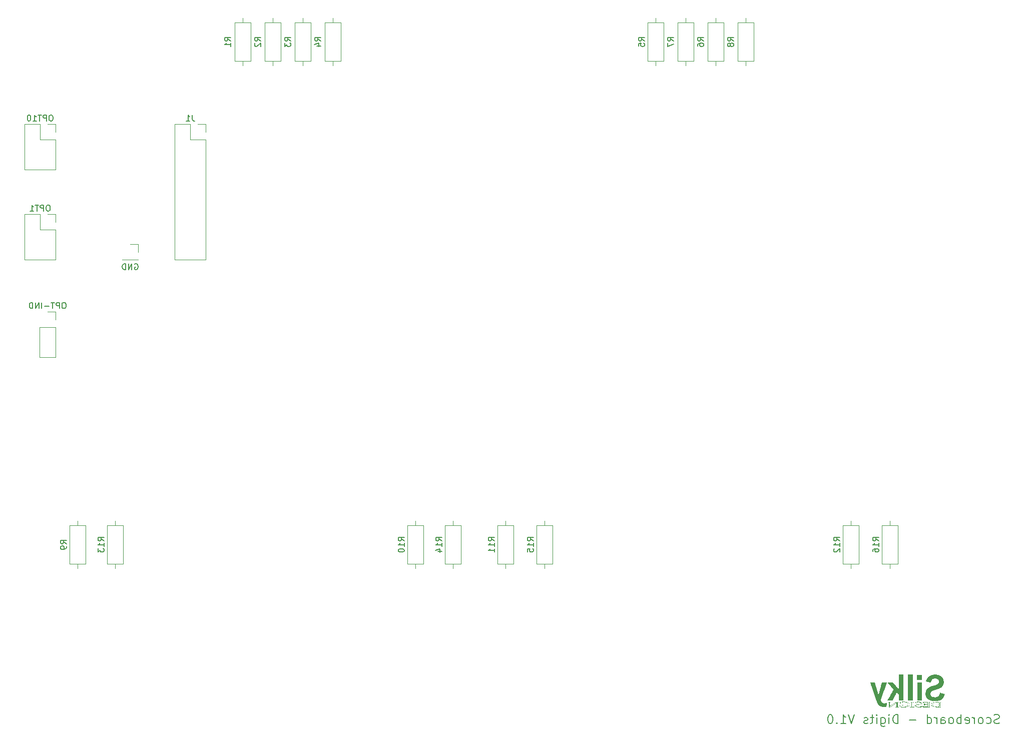
<source format=gbr>
%TF.GenerationSoftware,KiCad,Pcbnew,7.0.2*%
%TF.CreationDate,2023-07-06T23:20:30-07:00*%
%TF.ProjectId,Score-Board-Digits,53636f72-652d-4426-9f61-72642d446967,1*%
%TF.SameCoordinates,Original*%
%TF.FileFunction,Legend,Bot*%
%TF.FilePolarity,Positive*%
%FSLAX46Y46*%
G04 Gerber Fmt 4.6, Leading zero omitted, Abs format (unit mm)*
G04 Created by KiCad (PCBNEW 7.0.2) date 2023-07-06 23:20:30*
%MOMM*%
%LPD*%
G01*
G04 APERTURE LIST*
%ADD10C,0.203200*%
%ADD11C,0.150000*%
%ADD12C,0.120000*%
G04 APERTURE END LIST*
D10*
X195319714Y-166815920D02*
X195102000Y-166888491D01*
X195102000Y-166888491D02*
X194739142Y-166888491D01*
X194739142Y-166888491D02*
X194594000Y-166815920D01*
X194594000Y-166815920D02*
X194521428Y-166743348D01*
X194521428Y-166743348D02*
X194448857Y-166598205D01*
X194448857Y-166598205D02*
X194448857Y-166453062D01*
X194448857Y-166453062D02*
X194521428Y-166307920D01*
X194521428Y-166307920D02*
X194594000Y-166235348D01*
X194594000Y-166235348D02*
X194739142Y-166162777D01*
X194739142Y-166162777D02*
X195029428Y-166090205D01*
X195029428Y-166090205D02*
X195174571Y-166017634D01*
X195174571Y-166017634D02*
X195247142Y-165945062D01*
X195247142Y-165945062D02*
X195319714Y-165799920D01*
X195319714Y-165799920D02*
X195319714Y-165654777D01*
X195319714Y-165654777D02*
X195247142Y-165509634D01*
X195247142Y-165509634D02*
X195174571Y-165437062D01*
X195174571Y-165437062D02*
X195029428Y-165364491D01*
X195029428Y-165364491D02*
X194666571Y-165364491D01*
X194666571Y-165364491D02*
X194448857Y-165437062D01*
X193142571Y-166815920D02*
X193287713Y-166888491D01*
X193287713Y-166888491D02*
X193577999Y-166888491D01*
X193577999Y-166888491D02*
X193723142Y-166815920D01*
X193723142Y-166815920D02*
X193795713Y-166743348D01*
X193795713Y-166743348D02*
X193868285Y-166598205D01*
X193868285Y-166598205D02*
X193868285Y-166162777D01*
X193868285Y-166162777D02*
X193795713Y-166017634D01*
X193795713Y-166017634D02*
X193723142Y-165945062D01*
X193723142Y-165945062D02*
X193577999Y-165872491D01*
X193577999Y-165872491D02*
X193287713Y-165872491D01*
X193287713Y-165872491D02*
X193142571Y-165945062D01*
X192271713Y-166888491D02*
X192416856Y-166815920D01*
X192416856Y-166815920D02*
X192489427Y-166743348D01*
X192489427Y-166743348D02*
X192561999Y-166598205D01*
X192561999Y-166598205D02*
X192561999Y-166162777D01*
X192561999Y-166162777D02*
X192489427Y-166017634D01*
X192489427Y-166017634D02*
X192416856Y-165945062D01*
X192416856Y-165945062D02*
X192271713Y-165872491D01*
X192271713Y-165872491D02*
X192053999Y-165872491D01*
X192053999Y-165872491D02*
X191908856Y-165945062D01*
X191908856Y-165945062D02*
X191836285Y-166017634D01*
X191836285Y-166017634D02*
X191763713Y-166162777D01*
X191763713Y-166162777D02*
X191763713Y-166598205D01*
X191763713Y-166598205D02*
X191836285Y-166743348D01*
X191836285Y-166743348D02*
X191908856Y-166815920D01*
X191908856Y-166815920D02*
X192053999Y-166888491D01*
X192053999Y-166888491D02*
X192271713Y-166888491D01*
X191110570Y-166888491D02*
X191110570Y-165872491D01*
X191110570Y-166162777D02*
X191037999Y-166017634D01*
X191037999Y-166017634D02*
X190965428Y-165945062D01*
X190965428Y-165945062D02*
X190820285Y-165872491D01*
X190820285Y-165872491D02*
X190675142Y-165872491D01*
X189586570Y-166815920D02*
X189731713Y-166888491D01*
X189731713Y-166888491D02*
X190021999Y-166888491D01*
X190021999Y-166888491D02*
X190167141Y-166815920D01*
X190167141Y-166815920D02*
X190239713Y-166670777D01*
X190239713Y-166670777D02*
X190239713Y-166090205D01*
X190239713Y-166090205D02*
X190167141Y-165945062D01*
X190167141Y-165945062D02*
X190021999Y-165872491D01*
X190021999Y-165872491D02*
X189731713Y-165872491D01*
X189731713Y-165872491D02*
X189586570Y-165945062D01*
X189586570Y-165945062D02*
X189513999Y-166090205D01*
X189513999Y-166090205D02*
X189513999Y-166235348D01*
X189513999Y-166235348D02*
X190239713Y-166380491D01*
X188860855Y-166888491D02*
X188860855Y-165364491D01*
X188860855Y-165945062D02*
X188715713Y-165872491D01*
X188715713Y-165872491D02*
X188425427Y-165872491D01*
X188425427Y-165872491D02*
X188280284Y-165945062D01*
X188280284Y-165945062D02*
X188207713Y-166017634D01*
X188207713Y-166017634D02*
X188135141Y-166162777D01*
X188135141Y-166162777D02*
X188135141Y-166598205D01*
X188135141Y-166598205D02*
X188207713Y-166743348D01*
X188207713Y-166743348D02*
X188280284Y-166815920D01*
X188280284Y-166815920D02*
X188425427Y-166888491D01*
X188425427Y-166888491D02*
X188715713Y-166888491D01*
X188715713Y-166888491D02*
X188860855Y-166815920D01*
X187264284Y-166888491D02*
X187409427Y-166815920D01*
X187409427Y-166815920D02*
X187481998Y-166743348D01*
X187481998Y-166743348D02*
X187554570Y-166598205D01*
X187554570Y-166598205D02*
X187554570Y-166162777D01*
X187554570Y-166162777D02*
X187481998Y-166017634D01*
X187481998Y-166017634D02*
X187409427Y-165945062D01*
X187409427Y-165945062D02*
X187264284Y-165872491D01*
X187264284Y-165872491D02*
X187046570Y-165872491D01*
X187046570Y-165872491D02*
X186901427Y-165945062D01*
X186901427Y-165945062D02*
X186828856Y-166017634D01*
X186828856Y-166017634D02*
X186756284Y-166162777D01*
X186756284Y-166162777D02*
X186756284Y-166598205D01*
X186756284Y-166598205D02*
X186828856Y-166743348D01*
X186828856Y-166743348D02*
X186901427Y-166815920D01*
X186901427Y-166815920D02*
X187046570Y-166888491D01*
X187046570Y-166888491D02*
X187264284Y-166888491D01*
X185449999Y-166888491D02*
X185449999Y-166090205D01*
X185449999Y-166090205D02*
X185522570Y-165945062D01*
X185522570Y-165945062D02*
X185667713Y-165872491D01*
X185667713Y-165872491D02*
X185957999Y-165872491D01*
X185957999Y-165872491D02*
X186103141Y-165945062D01*
X185449999Y-166815920D02*
X185595141Y-166888491D01*
X185595141Y-166888491D02*
X185957999Y-166888491D01*
X185957999Y-166888491D02*
X186103141Y-166815920D01*
X186103141Y-166815920D02*
X186175713Y-166670777D01*
X186175713Y-166670777D02*
X186175713Y-166525634D01*
X186175713Y-166525634D02*
X186103141Y-166380491D01*
X186103141Y-166380491D02*
X185957999Y-166307920D01*
X185957999Y-166307920D02*
X185595141Y-166307920D01*
X185595141Y-166307920D02*
X185449999Y-166235348D01*
X184724284Y-166888491D02*
X184724284Y-165872491D01*
X184724284Y-166162777D02*
X184651713Y-166017634D01*
X184651713Y-166017634D02*
X184579142Y-165945062D01*
X184579142Y-165945062D02*
X184433999Y-165872491D01*
X184433999Y-165872491D02*
X184288856Y-165872491D01*
X183127713Y-166888491D02*
X183127713Y-165364491D01*
X183127713Y-166815920D02*
X183272855Y-166888491D01*
X183272855Y-166888491D02*
X183563141Y-166888491D01*
X183563141Y-166888491D02*
X183708284Y-166815920D01*
X183708284Y-166815920D02*
X183780855Y-166743348D01*
X183780855Y-166743348D02*
X183853427Y-166598205D01*
X183853427Y-166598205D02*
X183853427Y-166162777D01*
X183853427Y-166162777D02*
X183780855Y-166017634D01*
X183780855Y-166017634D02*
X183708284Y-165945062D01*
X183708284Y-165945062D02*
X183563141Y-165872491D01*
X183563141Y-165872491D02*
X183272855Y-165872491D01*
X183272855Y-165872491D02*
X183127713Y-165945062D01*
X181240855Y-166307920D02*
X180079713Y-166307920D01*
X178192855Y-166888491D02*
X178192855Y-165364491D01*
X178192855Y-165364491D02*
X177829998Y-165364491D01*
X177829998Y-165364491D02*
X177612284Y-165437062D01*
X177612284Y-165437062D02*
X177467141Y-165582205D01*
X177467141Y-165582205D02*
X177394570Y-165727348D01*
X177394570Y-165727348D02*
X177321998Y-166017634D01*
X177321998Y-166017634D02*
X177321998Y-166235348D01*
X177321998Y-166235348D02*
X177394570Y-166525634D01*
X177394570Y-166525634D02*
X177467141Y-166670777D01*
X177467141Y-166670777D02*
X177612284Y-166815920D01*
X177612284Y-166815920D02*
X177829998Y-166888491D01*
X177829998Y-166888491D02*
X178192855Y-166888491D01*
X176668855Y-166888491D02*
X176668855Y-165872491D01*
X176668855Y-165364491D02*
X176741427Y-165437062D01*
X176741427Y-165437062D02*
X176668855Y-165509634D01*
X176668855Y-165509634D02*
X176596284Y-165437062D01*
X176596284Y-165437062D02*
X176668855Y-165364491D01*
X176668855Y-165364491D02*
X176668855Y-165509634D01*
X175289999Y-165872491D02*
X175289999Y-167106205D01*
X175289999Y-167106205D02*
X175362570Y-167251348D01*
X175362570Y-167251348D02*
X175435141Y-167323920D01*
X175435141Y-167323920D02*
X175580284Y-167396491D01*
X175580284Y-167396491D02*
X175797999Y-167396491D01*
X175797999Y-167396491D02*
X175943141Y-167323920D01*
X175289999Y-166815920D02*
X175435141Y-166888491D01*
X175435141Y-166888491D02*
X175725427Y-166888491D01*
X175725427Y-166888491D02*
X175870570Y-166815920D01*
X175870570Y-166815920D02*
X175943141Y-166743348D01*
X175943141Y-166743348D02*
X176015713Y-166598205D01*
X176015713Y-166598205D02*
X176015713Y-166162777D01*
X176015713Y-166162777D02*
X175943141Y-166017634D01*
X175943141Y-166017634D02*
X175870570Y-165945062D01*
X175870570Y-165945062D02*
X175725427Y-165872491D01*
X175725427Y-165872491D02*
X175435141Y-165872491D01*
X175435141Y-165872491D02*
X175289999Y-165945062D01*
X174564284Y-166888491D02*
X174564284Y-165872491D01*
X174564284Y-165364491D02*
X174636856Y-165437062D01*
X174636856Y-165437062D02*
X174564284Y-165509634D01*
X174564284Y-165509634D02*
X174491713Y-165437062D01*
X174491713Y-165437062D02*
X174564284Y-165364491D01*
X174564284Y-165364491D02*
X174564284Y-165509634D01*
X174056285Y-165872491D02*
X173475713Y-165872491D01*
X173838570Y-165364491D02*
X173838570Y-166670777D01*
X173838570Y-166670777D02*
X173765999Y-166815920D01*
X173765999Y-166815920D02*
X173620856Y-166888491D01*
X173620856Y-166888491D02*
X173475713Y-166888491D01*
X173040285Y-166815920D02*
X172895142Y-166888491D01*
X172895142Y-166888491D02*
X172604856Y-166888491D01*
X172604856Y-166888491D02*
X172459713Y-166815920D01*
X172459713Y-166815920D02*
X172387142Y-166670777D01*
X172387142Y-166670777D02*
X172387142Y-166598205D01*
X172387142Y-166598205D02*
X172459713Y-166453062D01*
X172459713Y-166453062D02*
X172604856Y-166380491D01*
X172604856Y-166380491D02*
X172822571Y-166380491D01*
X172822571Y-166380491D02*
X172967713Y-166307920D01*
X172967713Y-166307920D02*
X173040285Y-166162777D01*
X173040285Y-166162777D02*
X173040285Y-166090205D01*
X173040285Y-166090205D02*
X172967713Y-165945062D01*
X172967713Y-165945062D02*
X172822571Y-165872491D01*
X172822571Y-165872491D02*
X172604856Y-165872491D01*
X172604856Y-165872491D02*
X172459713Y-165945062D01*
X170790571Y-165364491D02*
X170282571Y-166888491D01*
X170282571Y-166888491D02*
X169774571Y-165364491D01*
X168468285Y-166888491D02*
X169339142Y-166888491D01*
X168903713Y-166888491D02*
X168903713Y-165364491D01*
X168903713Y-165364491D02*
X169048856Y-165582205D01*
X169048856Y-165582205D02*
X169193999Y-165727348D01*
X169193999Y-165727348D02*
X169339142Y-165799920D01*
X167815141Y-166743348D02*
X167742570Y-166815920D01*
X167742570Y-166815920D02*
X167815141Y-166888491D01*
X167815141Y-166888491D02*
X167887713Y-166815920D01*
X167887713Y-166815920D02*
X167815141Y-166743348D01*
X167815141Y-166743348D02*
X167815141Y-166888491D01*
X166799142Y-165364491D02*
X166653999Y-165364491D01*
X166653999Y-165364491D02*
X166508856Y-165437062D01*
X166508856Y-165437062D02*
X166436285Y-165509634D01*
X166436285Y-165509634D02*
X166363713Y-165654777D01*
X166363713Y-165654777D02*
X166291142Y-165945062D01*
X166291142Y-165945062D02*
X166291142Y-166307920D01*
X166291142Y-166307920D02*
X166363713Y-166598205D01*
X166363713Y-166598205D02*
X166436285Y-166743348D01*
X166436285Y-166743348D02*
X166508856Y-166815920D01*
X166508856Y-166815920D02*
X166653999Y-166888491D01*
X166653999Y-166888491D02*
X166799142Y-166888491D01*
X166799142Y-166888491D02*
X166944285Y-166815920D01*
X166944285Y-166815920D02*
X167016856Y-166743348D01*
X167016856Y-166743348D02*
X167089427Y-166598205D01*
X167089427Y-166598205D02*
X167161999Y-166307920D01*
X167161999Y-166307920D02*
X167161999Y-165945062D01*
X167161999Y-165945062D02*
X167089427Y-165654777D01*
X167089427Y-165654777D02*
X167016856Y-165509634D01*
X167016856Y-165509634D02*
X166944285Y-165437062D01*
X166944285Y-165437062D02*
X166799142Y-165364491D01*
D11*
%TO.C,R5*%
X135282619Y-51338333D02*
X134806428Y-51005000D01*
X135282619Y-50766905D02*
X134282619Y-50766905D01*
X134282619Y-50766905D02*
X134282619Y-51147857D01*
X134282619Y-51147857D02*
X134330238Y-51243095D01*
X134330238Y-51243095D02*
X134377857Y-51290714D01*
X134377857Y-51290714D02*
X134473095Y-51338333D01*
X134473095Y-51338333D02*
X134615952Y-51338333D01*
X134615952Y-51338333D02*
X134711190Y-51290714D01*
X134711190Y-51290714D02*
X134758809Y-51243095D01*
X134758809Y-51243095D02*
X134806428Y-51147857D01*
X134806428Y-51147857D02*
X134806428Y-50766905D01*
X134282619Y-52243095D02*
X134282619Y-51766905D01*
X134282619Y-51766905D02*
X134758809Y-51719286D01*
X134758809Y-51719286D02*
X134711190Y-51766905D01*
X134711190Y-51766905D02*
X134663571Y-51862143D01*
X134663571Y-51862143D02*
X134663571Y-52100238D01*
X134663571Y-52100238D02*
X134711190Y-52195476D01*
X134711190Y-52195476D02*
X134758809Y-52243095D01*
X134758809Y-52243095D02*
X134854047Y-52290714D01*
X134854047Y-52290714D02*
X135092142Y-52290714D01*
X135092142Y-52290714D02*
X135187380Y-52243095D01*
X135187380Y-52243095D02*
X135235000Y-52195476D01*
X135235000Y-52195476D02*
X135282619Y-52100238D01*
X135282619Y-52100238D02*
X135282619Y-51862143D01*
X135282619Y-51862143D02*
X135235000Y-51766905D01*
X135235000Y-51766905D02*
X135187380Y-51719286D01*
%TO.C,R12*%
X168302619Y-135952142D02*
X167826428Y-135618809D01*
X168302619Y-135380714D02*
X167302619Y-135380714D01*
X167302619Y-135380714D02*
X167302619Y-135761666D01*
X167302619Y-135761666D02*
X167350238Y-135856904D01*
X167350238Y-135856904D02*
X167397857Y-135904523D01*
X167397857Y-135904523D02*
X167493095Y-135952142D01*
X167493095Y-135952142D02*
X167635952Y-135952142D01*
X167635952Y-135952142D02*
X167731190Y-135904523D01*
X167731190Y-135904523D02*
X167778809Y-135856904D01*
X167778809Y-135856904D02*
X167826428Y-135761666D01*
X167826428Y-135761666D02*
X167826428Y-135380714D01*
X168302619Y-136904523D02*
X168302619Y-136333095D01*
X168302619Y-136618809D02*
X167302619Y-136618809D01*
X167302619Y-136618809D02*
X167445476Y-136523571D01*
X167445476Y-136523571D02*
X167540714Y-136428333D01*
X167540714Y-136428333D02*
X167588333Y-136333095D01*
X167397857Y-137285476D02*
X167350238Y-137333095D01*
X167350238Y-137333095D02*
X167302619Y-137428333D01*
X167302619Y-137428333D02*
X167302619Y-137666428D01*
X167302619Y-137666428D02*
X167350238Y-137761666D01*
X167350238Y-137761666D02*
X167397857Y-137809285D01*
X167397857Y-137809285D02*
X167493095Y-137856904D01*
X167493095Y-137856904D02*
X167588333Y-137856904D01*
X167588333Y-137856904D02*
X167731190Y-137809285D01*
X167731190Y-137809285D02*
X168302619Y-137237857D01*
X168302619Y-137237857D02*
X168302619Y-137856904D01*
%TO.C,OPT10*%
X34983571Y-63892619D02*
X34793095Y-63892619D01*
X34793095Y-63892619D02*
X34697857Y-63940238D01*
X34697857Y-63940238D02*
X34602619Y-64035476D01*
X34602619Y-64035476D02*
X34555000Y-64225952D01*
X34555000Y-64225952D02*
X34555000Y-64559285D01*
X34555000Y-64559285D02*
X34602619Y-64749761D01*
X34602619Y-64749761D02*
X34697857Y-64845000D01*
X34697857Y-64845000D02*
X34793095Y-64892619D01*
X34793095Y-64892619D02*
X34983571Y-64892619D01*
X34983571Y-64892619D02*
X35078809Y-64845000D01*
X35078809Y-64845000D02*
X35174047Y-64749761D01*
X35174047Y-64749761D02*
X35221666Y-64559285D01*
X35221666Y-64559285D02*
X35221666Y-64225952D01*
X35221666Y-64225952D02*
X35174047Y-64035476D01*
X35174047Y-64035476D02*
X35078809Y-63940238D01*
X35078809Y-63940238D02*
X34983571Y-63892619D01*
X34126428Y-64892619D02*
X34126428Y-63892619D01*
X34126428Y-63892619D02*
X33745476Y-63892619D01*
X33745476Y-63892619D02*
X33650238Y-63940238D01*
X33650238Y-63940238D02*
X33602619Y-63987857D01*
X33602619Y-63987857D02*
X33555000Y-64083095D01*
X33555000Y-64083095D02*
X33555000Y-64225952D01*
X33555000Y-64225952D02*
X33602619Y-64321190D01*
X33602619Y-64321190D02*
X33650238Y-64368809D01*
X33650238Y-64368809D02*
X33745476Y-64416428D01*
X33745476Y-64416428D02*
X34126428Y-64416428D01*
X33269285Y-63892619D02*
X32697857Y-63892619D01*
X32983571Y-64892619D02*
X32983571Y-63892619D01*
X31840714Y-64892619D02*
X32412142Y-64892619D01*
X32126428Y-64892619D02*
X32126428Y-63892619D01*
X32126428Y-63892619D02*
X32221666Y-64035476D01*
X32221666Y-64035476D02*
X32316904Y-64130714D01*
X32316904Y-64130714D02*
X32412142Y-64178333D01*
X31221666Y-63892619D02*
X31126428Y-63892619D01*
X31126428Y-63892619D02*
X31031190Y-63940238D01*
X31031190Y-63940238D02*
X30983571Y-63987857D01*
X30983571Y-63987857D02*
X30935952Y-64083095D01*
X30935952Y-64083095D02*
X30888333Y-64273571D01*
X30888333Y-64273571D02*
X30888333Y-64511666D01*
X30888333Y-64511666D02*
X30935952Y-64702142D01*
X30935952Y-64702142D02*
X30983571Y-64797380D01*
X30983571Y-64797380D02*
X31031190Y-64845000D01*
X31031190Y-64845000D02*
X31126428Y-64892619D01*
X31126428Y-64892619D02*
X31221666Y-64892619D01*
X31221666Y-64892619D02*
X31316904Y-64845000D01*
X31316904Y-64845000D02*
X31364523Y-64797380D01*
X31364523Y-64797380D02*
X31412142Y-64702142D01*
X31412142Y-64702142D02*
X31459761Y-64511666D01*
X31459761Y-64511666D02*
X31459761Y-64273571D01*
X31459761Y-64273571D02*
X31412142Y-64083095D01*
X31412142Y-64083095D02*
X31364523Y-63987857D01*
X31364523Y-63987857D02*
X31316904Y-63940238D01*
X31316904Y-63940238D02*
X31221666Y-63892619D01*
%TO.C,R7*%
X140192619Y-51338333D02*
X139716428Y-51005000D01*
X140192619Y-50766905D02*
X139192619Y-50766905D01*
X139192619Y-50766905D02*
X139192619Y-51147857D01*
X139192619Y-51147857D02*
X139240238Y-51243095D01*
X139240238Y-51243095D02*
X139287857Y-51290714D01*
X139287857Y-51290714D02*
X139383095Y-51338333D01*
X139383095Y-51338333D02*
X139525952Y-51338333D01*
X139525952Y-51338333D02*
X139621190Y-51290714D01*
X139621190Y-51290714D02*
X139668809Y-51243095D01*
X139668809Y-51243095D02*
X139716428Y-51147857D01*
X139716428Y-51147857D02*
X139716428Y-50766905D01*
X139192619Y-51671667D02*
X139192619Y-52338333D01*
X139192619Y-52338333D02*
X140192619Y-51909762D01*
%TO.C,J1*%
X58788333Y-63887619D02*
X58788333Y-64601904D01*
X58788333Y-64601904D02*
X58835952Y-64744761D01*
X58835952Y-64744761D02*
X58931190Y-64840000D01*
X58931190Y-64840000D02*
X59074047Y-64887619D01*
X59074047Y-64887619D02*
X59169285Y-64887619D01*
X57788333Y-64887619D02*
X58359761Y-64887619D01*
X58074047Y-64887619D02*
X58074047Y-63887619D01*
X58074047Y-63887619D02*
X58169285Y-64030476D01*
X58169285Y-64030476D02*
X58264523Y-64125714D01*
X58264523Y-64125714D02*
X58359761Y-64173333D01*
%TO.C,R13*%
X43842619Y-135952142D02*
X43366428Y-135618809D01*
X43842619Y-135380714D02*
X42842619Y-135380714D01*
X42842619Y-135380714D02*
X42842619Y-135761666D01*
X42842619Y-135761666D02*
X42890238Y-135856904D01*
X42890238Y-135856904D02*
X42937857Y-135904523D01*
X42937857Y-135904523D02*
X43033095Y-135952142D01*
X43033095Y-135952142D02*
X43175952Y-135952142D01*
X43175952Y-135952142D02*
X43271190Y-135904523D01*
X43271190Y-135904523D02*
X43318809Y-135856904D01*
X43318809Y-135856904D02*
X43366428Y-135761666D01*
X43366428Y-135761666D02*
X43366428Y-135380714D01*
X43842619Y-136904523D02*
X43842619Y-136333095D01*
X43842619Y-136618809D02*
X42842619Y-136618809D01*
X42842619Y-136618809D02*
X42985476Y-136523571D01*
X42985476Y-136523571D02*
X43080714Y-136428333D01*
X43080714Y-136428333D02*
X43128333Y-136333095D01*
X42842619Y-137237857D02*
X42842619Y-137856904D01*
X42842619Y-137856904D02*
X43223571Y-137523571D01*
X43223571Y-137523571D02*
X43223571Y-137666428D01*
X43223571Y-137666428D02*
X43271190Y-137761666D01*
X43271190Y-137761666D02*
X43318809Y-137809285D01*
X43318809Y-137809285D02*
X43414047Y-137856904D01*
X43414047Y-137856904D02*
X43652142Y-137856904D01*
X43652142Y-137856904D02*
X43747380Y-137809285D01*
X43747380Y-137809285D02*
X43795000Y-137761666D01*
X43795000Y-137761666D02*
X43842619Y-137666428D01*
X43842619Y-137666428D02*
X43842619Y-137380714D01*
X43842619Y-137380714D02*
X43795000Y-137285476D01*
X43795000Y-137285476D02*
X43747380Y-137237857D01*
%TO.C,R10*%
X94642619Y-135952142D02*
X94166428Y-135618809D01*
X94642619Y-135380714D02*
X93642619Y-135380714D01*
X93642619Y-135380714D02*
X93642619Y-135761666D01*
X93642619Y-135761666D02*
X93690238Y-135856904D01*
X93690238Y-135856904D02*
X93737857Y-135904523D01*
X93737857Y-135904523D02*
X93833095Y-135952142D01*
X93833095Y-135952142D02*
X93975952Y-135952142D01*
X93975952Y-135952142D02*
X94071190Y-135904523D01*
X94071190Y-135904523D02*
X94118809Y-135856904D01*
X94118809Y-135856904D02*
X94166428Y-135761666D01*
X94166428Y-135761666D02*
X94166428Y-135380714D01*
X94642619Y-136904523D02*
X94642619Y-136333095D01*
X94642619Y-136618809D02*
X93642619Y-136618809D01*
X93642619Y-136618809D02*
X93785476Y-136523571D01*
X93785476Y-136523571D02*
X93880714Y-136428333D01*
X93880714Y-136428333D02*
X93928333Y-136333095D01*
X93642619Y-137523571D02*
X93642619Y-137618809D01*
X93642619Y-137618809D02*
X93690238Y-137714047D01*
X93690238Y-137714047D02*
X93737857Y-137761666D01*
X93737857Y-137761666D02*
X93833095Y-137809285D01*
X93833095Y-137809285D02*
X94023571Y-137856904D01*
X94023571Y-137856904D02*
X94261666Y-137856904D01*
X94261666Y-137856904D02*
X94452142Y-137809285D01*
X94452142Y-137809285D02*
X94547380Y-137761666D01*
X94547380Y-137761666D02*
X94595000Y-137714047D01*
X94595000Y-137714047D02*
X94642619Y-137618809D01*
X94642619Y-137618809D02*
X94642619Y-137523571D01*
X94642619Y-137523571D02*
X94595000Y-137428333D01*
X94595000Y-137428333D02*
X94547380Y-137380714D01*
X94547380Y-137380714D02*
X94452142Y-137333095D01*
X94452142Y-137333095D02*
X94261666Y-137285476D01*
X94261666Y-137285476D02*
X94023571Y-137285476D01*
X94023571Y-137285476D02*
X93833095Y-137333095D01*
X93833095Y-137333095D02*
X93737857Y-137380714D01*
X93737857Y-137380714D02*
X93690238Y-137428333D01*
X93690238Y-137428333D02*
X93642619Y-137523571D01*
%TO.C,R2*%
X70342619Y-51338333D02*
X69866428Y-51005000D01*
X70342619Y-50766905D02*
X69342619Y-50766905D01*
X69342619Y-50766905D02*
X69342619Y-51147857D01*
X69342619Y-51147857D02*
X69390238Y-51243095D01*
X69390238Y-51243095D02*
X69437857Y-51290714D01*
X69437857Y-51290714D02*
X69533095Y-51338333D01*
X69533095Y-51338333D02*
X69675952Y-51338333D01*
X69675952Y-51338333D02*
X69771190Y-51290714D01*
X69771190Y-51290714D02*
X69818809Y-51243095D01*
X69818809Y-51243095D02*
X69866428Y-51147857D01*
X69866428Y-51147857D02*
X69866428Y-50766905D01*
X69437857Y-51719286D02*
X69390238Y-51766905D01*
X69390238Y-51766905D02*
X69342619Y-51862143D01*
X69342619Y-51862143D02*
X69342619Y-52100238D01*
X69342619Y-52100238D02*
X69390238Y-52195476D01*
X69390238Y-52195476D02*
X69437857Y-52243095D01*
X69437857Y-52243095D02*
X69533095Y-52290714D01*
X69533095Y-52290714D02*
X69628333Y-52290714D01*
X69628333Y-52290714D02*
X69771190Y-52243095D01*
X69771190Y-52243095D02*
X70342619Y-51671667D01*
X70342619Y-51671667D02*
X70342619Y-52290714D01*
%TO.C,R11*%
X109882619Y-135952142D02*
X109406428Y-135618809D01*
X109882619Y-135380714D02*
X108882619Y-135380714D01*
X108882619Y-135380714D02*
X108882619Y-135761666D01*
X108882619Y-135761666D02*
X108930238Y-135856904D01*
X108930238Y-135856904D02*
X108977857Y-135904523D01*
X108977857Y-135904523D02*
X109073095Y-135952142D01*
X109073095Y-135952142D02*
X109215952Y-135952142D01*
X109215952Y-135952142D02*
X109311190Y-135904523D01*
X109311190Y-135904523D02*
X109358809Y-135856904D01*
X109358809Y-135856904D02*
X109406428Y-135761666D01*
X109406428Y-135761666D02*
X109406428Y-135380714D01*
X109882619Y-136904523D02*
X109882619Y-136333095D01*
X109882619Y-136618809D02*
X108882619Y-136618809D01*
X108882619Y-136618809D02*
X109025476Y-136523571D01*
X109025476Y-136523571D02*
X109120714Y-136428333D01*
X109120714Y-136428333D02*
X109168333Y-136333095D01*
X109882619Y-137856904D02*
X109882619Y-137285476D01*
X109882619Y-137571190D02*
X108882619Y-137571190D01*
X108882619Y-137571190D02*
X109025476Y-137475952D01*
X109025476Y-137475952D02*
X109120714Y-137380714D01*
X109120714Y-137380714D02*
X109168333Y-137285476D01*
%TO.C,R6*%
X145272619Y-51338333D02*
X144796428Y-51005000D01*
X145272619Y-50766905D02*
X144272619Y-50766905D01*
X144272619Y-50766905D02*
X144272619Y-51147857D01*
X144272619Y-51147857D02*
X144320238Y-51243095D01*
X144320238Y-51243095D02*
X144367857Y-51290714D01*
X144367857Y-51290714D02*
X144463095Y-51338333D01*
X144463095Y-51338333D02*
X144605952Y-51338333D01*
X144605952Y-51338333D02*
X144701190Y-51290714D01*
X144701190Y-51290714D02*
X144748809Y-51243095D01*
X144748809Y-51243095D02*
X144796428Y-51147857D01*
X144796428Y-51147857D02*
X144796428Y-50766905D01*
X144272619Y-52195476D02*
X144272619Y-52005000D01*
X144272619Y-52005000D02*
X144320238Y-51909762D01*
X144320238Y-51909762D02*
X144367857Y-51862143D01*
X144367857Y-51862143D02*
X144510714Y-51766905D01*
X144510714Y-51766905D02*
X144701190Y-51719286D01*
X144701190Y-51719286D02*
X145082142Y-51719286D01*
X145082142Y-51719286D02*
X145177380Y-51766905D01*
X145177380Y-51766905D02*
X145225000Y-51814524D01*
X145225000Y-51814524D02*
X145272619Y-51909762D01*
X145272619Y-51909762D02*
X145272619Y-52100238D01*
X145272619Y-52100238D02*
X145225000Y-52195476D01*
X145225000Y-52195476D02*
X145177380Y-52243095D01*
X145177380Y-52243095D02*
X145082142Y-52290714D01*
X145082142Y-52290714D02*
X144844047Y-52290714D01*
X144844047Y-52290714D02*
X144748809Y-52243095D01*
X144748809Y-52243095D02*
X144701190Y-52195476D01*
X144701190Y-52195476D02*
X144653571Y-52100238D01*
X144653571Y-52100238D02*
X144653571Y-51909762D01*
X144653571Y-51909762D02*
X144701190Y-51814524D01*
X144701190Y-51814524D02*
X144748809Y-51766905D01*
X144748809Y-51766905D02*
X144844047Y-51719286D01*
%TO.C,R3*%
X75422619Y-51338333D02*
X74946428Y-51005000D01*
X75422619Y-50766905D02*
X74422619Y-50766905D01*
X74422619Y-50766905D02*
X74422619Y-51147857D01*
X74422619Y-51147857D02*
X74470238Y-51243095D01*
X74470238Y-51243095D02*
X74517857Y-51290714D01*
X74517857Y-51290714D02*
X74613095Y-51338333D01*
X74613095Y-51338333D02*
X74755952Y-51338333D01*
X74755952Y-51338333D02*
X74851190Y-51290714D01*
X74851190Y-51290714D02*
X74898809Y-51243095D01*
X74898809Y-51243095D02*
X74946428Y-51147857D01*
X74946428Y-51147857D02*
X74946428Y-50766905D01*
X74422619Y-51671667D02*
X74422619Y-52290714D01*
X74422619Y-52290714D02*
X74803571Y-51957381D01*
X74803571Y-51957381D02*
X74803571Y-52100238D01*
X74803571Y-52100238D02*
X74851190Y-52195476D01*
X74851190Y-52195476D02*
X74898809Y-52243095D01*
X74898809Y-52243095D02*
X74994047Y-52290714D01*
X74994047Y-52290714D02*
X75232142Y-52290714D01*
X75232142Y-52290714D02*
X75327380Y-52243095D01*
X75327380Y-52243095D02*
X75375000Y-52195476D01*
X75375000Y-52195476D02*
X75422619Y-52100238D01*
X75422619Y-52100238D02*
X75422619Y-51814524D01*
X75422619Y-51814524D02*
X75375000Y-51719286D01*
X75375000Y-51719286D02*
X75327380Y-51671667D01*
%TO.C,R16*%
X174906619Y-135952142D02*
X174430428Y-135618809D01*
X174906619Y-135380714D02*
X173906619Y-135380714D01*
X173906619Y-135380714D02*
X173906619Y-135761666D01*
X173906619Y-135761666D02*
X173954238Y-135856904D01*
X173954238Y-135856904D02*
X174001857Y-135904523D01*
X174001857Y-135904523D02*
X174097095Y-135952142D01*
X174097095Y-135952142D02*
X174239952Y-135952142D01*
X174239952Y-135952142D02*
X174335190Y-135904523D01*
X174335190Y-135904523D02*
X174382809Y-135856904D01*
X174382809Y-135856904D02*
X174430428Y-135761666D01*
X174430428Y-135761666D02*
X174430428Y-135380714D01*
X174906619Y-136904523D02*
X174906619Y-136333095D01*
X174906619Y-136618809D02*
X173906619Y-136618809D01*
X173906619Y-136618809D02*
X174049476Y-136523571D01*
X174049476Y-136523571D02*
X174144714Y-136428333D01*
X174144714Y-136428333D02*
X174192333Y-136333095D01*
X173906619Y-137761666D02*
X173906619Y-137571190D01*
X173906619Y-137571190D02*
X173954238Y-137475952D01*
X173954238Y-137475952D02*
X174001857Y-137428333D01*
X174001857Y-137428333D02*
X174144714Y-137333095D01*
X174144714Y-137333095D02*
X174335190Y-137285476D01*
X174335190Y-137285476D02*
X174716142Y-137285476D01*
X174716142Y-137285476D02*
X174811380Y-137333095D01*
X174811380Y-137333095D02*
X174859000Y-137380714D01*
X174859000Y-137380714D02*
X174906619Y-137475952D01*
X174906619Y-137475952D02*
X174906619Y-137666428D01*
X174906619Y-137666428D02*
X174859000Y-137761666D01*
X174859000Y-137761666D02*
X174811380Y-137809285D01*
X174811380Y-137809285D02*
X174716142Y-137856904D01*
X174716142Y-137856904D02*
X174478047Y-137856904D01*
X174478047Y-137856904D02*
X174382809Y-137809285D01*
X174382809Y-137809285D02*
X174335190Y-137761666D01*
X174335190Y-137761666D02*
X174287571Y-137666428D01*
X174287571Y-137666428D02*
X174287571Y-137475952D01*
X174287571Y-137475952D02*
X174335190Y-137380714D01*
X174335190Y-137380714D02*
X174382809Y-137333095D01*
X174382809Y-137333095D02*
X174478047Y-137285476D01*
%TO.C,GND*%
X49051904Y-89115238D02*
X49147142Y-89067619D01*
X49147142Y-89067619D02*
X49289999Y-89067619D01*
X49289999Y-89067619D02*
X49432856Y-89115238D01*
X49432856Y-89115238D02*
X49528094Y-89210476D01*
X49528094Y-89210476D02*
X49575713Y-89305714D01*
X49575713Y-89305714D02*
X49623332Y-89496190D01*
X49623332Y-89496190D02*
X49623332Y-89639047D01*
X49623332Y-89639047D02*
X49575713Y-89829523D01*
X49575713Y-89829523D02*
X49528094Y-89924761D01*
X49528094Y-89924761D02*
X49432856Y-90020000D01*
X49432856Y-90020000D02*
X49289999Y-90067619D01*
X49289999Y-90067619D02*
X49194761Y-90067619D01*
X49194761Y-90067619D02*
X49051904Y-90020000D01*
X49051904Y-90020000D02*
X49004285Y-89972380D01*
X49004285Y-89972380D02*
X49004285Y-89639047D01*
X49004285Y-89639047D02*
X49194761Y-89639047D01*
X48575713Y-90067619D02*
X48575713Y-89067619D01*
X48575713Y-89067619D02*
X48004285Y-90067619D01*
X48004285Y-90067619D02*
X48004285Y-89067619D01*
X47528094Y-90067619D02*
X47528094Y-89067619D01*
X47528094Y-89067619D02*
X47289999Y-89067619D01*
X47289999Y-89067619D02*
X47147142Y-89115238D01*
X47147142Y-89115238D02*
X47051904Y-89210476D01*
X47051904Y-89210476D02*
X47004285Y-89305714D01*
X47004285Y-89305714D02*
X46956666Y-89496190D01*
X46956666Y-89496190D02*
X46956666Y-89639047D01*
X46956666Y-89639047D02*
X47004285Y-89829523D01*
X47004285Y-89829523D02*
X47051904Y-89924761D01*
X47051904Y-89924761D02*
X47147142Y-90020000D01*
X47147142Y-90020000D02*
X47289999Y-90067619D01*
X47289999Y-90067619D02*
X47528094Y-90067619D01*
%TO.C,R14*%
X100992619Y-135952142D02*
X100516428Y-135618809D01*
X100992619Y-135380714D02*
X99992619Y-135380714D01*
X99992619Y-135380714D02*
X99992619Y-135761666D01*
X99992619Y-135761666D02*
X100040238Y-135856904D01*
X100040238Y-135856904D02*
X100087857Y-135904523D01*
X100087857Y-135904523D02*
X100183095Y-135952142D01*
X100183095Y-135952142D02*
X100325952Y-135952142D01*
X100325952Y-135952142D02*
X100421190Y-135904523D01*
X100421190Y-135904523D02*
X100468809Y-135856904D01*
X100468809Y-135856904D02*
X100516428Y-135761666D01*
X100516428Y-135761666D02*
X100516428Y-135380714D01*
X100992619Y-136904523D02*
X100992619Y-136333095D01*
X100992619Y-136618809D02*
X99992619Y-136618809D01*
X99992619Y-136618809D02*
X100135476Y-136523571D01*
X100135476Y-136523571D02*
X100230714Y-136428333D01*
X100230714Y-136428333D02*
X100278333Y-136333095D01*
X100325952Y-137761666D02*
X100992619Y-137761666D01*
X99945000Y-137523571D02*
X100659285Y-137285476D01*
X100659285Y-137285476D02*
X100659285Y-137904523D01*
%TO.C,R4*%
X80502619Y-51338333D02*
X80026428Y-51005000D01*
X80502619Y-50766905D02*
X79502619Y-50766905D01*
X79502619Y-50766905D02*
X79502619Y-51147857D01*
X79502619Y-51147857D02*
X79550238Y-51243095D01*
X79550238Y-51243095D02*
X79597857Y-51290714D01*
X79597857Y-51290714D02*
X79693095Y-51338333D01*
X79693095Y-51338333D02*
X79835952Y-51338333D01*
X79835952Y-51338333D02*
X79931190Y-51290714D01*
X79931190Y-51290714D02*
X79978809Y-51243095D01*
X79978809Y-51243095D02*
X80026428Y-51147857D01*
X80026428Y-51147857D02*
X80026428Y-50766905D01*
X79835952Y-52195476D02*
X80502619Y-52195476D01*
X79455000Y-51957381D02*
X80169285Y-51719286D01*
X80169285Y-51719286D02*
X80169285Y-52338333D01*
%TO.C,R8*%
X150352619Y-51338333D02*
X149876428Y-51005000D01*
X150352619Y-50766905D02*
X149352619Y-50766905D01*
X149352619Y-50766905D02*
X149352619Y-51147857D01*
X149352619Y-51147857D02*
X149400238Y-51243095D01*
X149400238Y-51243095D02*
X149447857Y-51290714D01*
X149447857Y-51290714D02*
X149543095Y-51338333D01*
X149543095Y-51338333D02*
X149685952Y-51338333D01*
X149685952Y-51338333D02*
X149781190Y-51290714D01*
X149781190Y-51290714D02*
X149828809Y-51243095D01*
X149828809Y-51243095D02*
X149876428Y-51147857D01*
X149876428Y-51147857D02*
X149876428Y-50766905D01*
X149781190Y-51909762D02*
X149733571Y-51814524D01*
X149733571Y-51814524D02*
X149685952Y-51766905D01*
X149685952Y-51766905D02*
X149590714Y-51719286D01*
X149590714Y-51719286D02*
X149543095Y-51719286D01*
X149543095Y-51719286D02*
X149447857Y-51766905D01*
X149447857Y-51766905D02*
X149400238Y-51814524D01*
X149400238Y-51814524D02*
X149352619Y-51909762D01*
X149352619Y-51909762D02*
X149352619Y-52100238D01*
X149352619Y-52100238D02*
X149400238Y-52195476D01*
X149400238Y-52195476D02*
X149447857Y-52243095D01*
X149447857Y-52243095D02*
X149543095Y-52290714D01*
X149543095Y-52290714D02*
X149590714Y-52290714D01*
X149590714Y-52290714D02*
X149685952Y-52243095D01*
X149685952Y-52243095D02*
X149733571Y-52195476D01*
X149733571Y-52195476D02*
X149781190Y-52100238D01*
X149781190Y-52100238D02*
X149781190Y-51909762D01*
X149781190Y-51909762D02*
X149828809Y-51814524D01*
X149828809Y-51814524D02*
X149876428Y-51766905D01*
X149876428Y-51766905D02*
X149971666Y-51719286D01*
X149971666Y-51719286D02*
X150162142Y-51719286D01*
X150162142Y-51719286D02*
X150257380Y-51766905D01*
X150257380Y-51766905D02*
X150305000Y-51814524D01*
X150305000Y-51814524D02*
X150352619Y-51909762D01*
X150352619Y-51909762D02*
X150352619Y-52100238D01*
X150352619Y-52100238D02*
X150305000Y-52195476D01*
X150305000Y-52195476D02*
X150257380Y-52243095D01*
X150257380Y-52243095D02*
X150162142Y-52290714D01*
X150162142Y-52290714D02*
X149971666Y-52290714D01*
X149971666Y-52290714D02*
X149876428Y-52243095D01*
X149876428Y-52243095D02*
X149828809Y-52195476D01*
X149828809Y-52195476D02*
X149781190Y-52100238D01*
%TO.C,OPT1*%
X34507380Y-79132619D02*
X34316904Y-79132619D01*
X34316904Y-79132619D02*
X34221666Y-79180238D01*
X34221666Y-79180238D02*
X34126428Y-79275476D01*
X34126428Y-79275476D02*
X34078809Y-79465952D01*
X34078809Y-79465952D02*
X34078809Y-79799285D01*
X34078809Y-79799285D02*
X34126428Y-79989761D01*
X34126428Y-79989761D02*
X34221666Y-80085000D01*
X34221666Y-80085000D02*
X34316904Y-80132619D01*
X34316904Y-80132619D02*
X34507380Y-80132619D01*
X34507380Y-80132619D02*
X34602618Y-80085000D01*
X34602618Y-80085000D02*
X34697856Y-79989761D01*
X34697856Y-79989761D02*
X34745475Y-79799285D01*
X34745475Y-79799285D02*
X34745475Y-79465952D01*
X34745475Y-79465952D02*
X34697856Y-79275476D01*
X34697856Y-79275476D02*
X34602618Y-79180238D01*
X34602618Y-79180238D02*
X34507380Y-79132619D01*
X33650237Y-80132619D02*
X33650237Y-79132619D01*
X33650237Y-79132619D02*
X33269285Y-79132619D01*
X33269285Y-79132619D02*
X33174047Y-79180238D01*
X33174047Y-79180238D02*
X33126428Y-79227857D01*
X33126428Y-79227857D02*
X33078809Y-79323095D01*
X33078809Y-79323095D02*
X33078809Y-79465952D01*
X33078809Y-79465952D02*
X33126428Y-79561190D01*
X33126428Y-79561190D02*
X33174047Y-79608809D01*
X33174047Y-79608809D02*
X33269285Y-79656428D01*
X33269285Y-79656428D02*
X33650237Y-79656428D01*
X32793094Y-79132619D02*
X32221666Y-79132619D01*
X32507380Y-80132619D02*
X32507380Y-79132619D01*
X31364523Y-80132619D02*
X31935951Y-80132619D01*
X31650237Y-80132619D02*
X31650237Y-79132619D01*
X31650237Y-79132619D02*
X31745475Y-79275476D01*
X31745475Y-79275476D02*
X31840713Y-79370714D01*
X31840713Y-79370714D02*
X31935951Y-79418333D01*
%TO.C,R9*%
X37492619Y-136428333D02*
X37016428Y-136095000D01*
X37492619Y-135856905D02*
X36492619Y-135856905D01*
X36492619Y-135856905D02*
X36492619Y-136237857D01*
X36492619Y-136237857D02*
X36540238Y-136333095D01*
X36540238Y-136333095D02*
X36587857Y-136380714D01*
X36587857Y-136380714D02*
X36683095Y-136428333D01*
X36683095Y-136428333D02*
X36825952Y-136428333D01*
X36825952Y-136428333D02*
X36921190Y-136380714D01*
X36921190Y-136380714D02*
X36968809Y-136333095D01*
X36968809Y-136333095D02*
X37016428Y-136237857D01*
X37016428Y-136237857D02*
X37016428Y-135856905D01*
X37492619Y-136904524D02*
X37492619Y-137095000D01*
X37492619Y-137095000D02*
X37445000Y-137190238D01*
X37445000Y-137190238D02*
X37397380Y-137237857D01*
X37397380Y-137237857D02*
X37254523Y-137333095D01*
X37254523Y-137333095D02*
X37064047Y-137380714D01*
X37064047Y-137380714D02*
X36683095Y-137380714D01*
X36683095Y-137380714D02*
X36587857Y-137333095D01*
X36587857Y-137333095D02*
X36540238Y-137285476D01*
X36540238Y-137285476D02*
X36492619Y-137190238D01*
X36492619Y-137190238D02*
X36492619Y-136999762D01*
X36492619Y-136999762D02*
X36540238Y-136904524D01*
X36540238Y-136904524D02*
X36587857Y-136856905D01*
X36587857Y-136856905D02*
X36683095Y-136809286D01*
X36683095Y-136809286D02*
X36921190Y-136809286D01*
X36921190Y-136809286D02*
X37016428Y-136856905D01*
X37016428Y-136856905D02*
X37064047Y-136904524D01*
X37064047Y-136904524D02*
X37111666Y-136999762D01*
X37111666Y-136999762D02*
X37111666Y-137190238D01*
X37111666Y-137190238D02*
X37064047Y-137285476D01*
X37064047Y-137285476D02*
X37016428Y-137333095D01*
X37016428Y-137333095D02*
X36921190Y-137380714D01*
%TO.C,OPT-IND*%
X37177142Y-95627619D02*
X36986666Y-95627619D01*
X36986666Y-95627619D02*
X36891428Y-95675238D01*
X36891428Y-95675238D02*
X36796190Y-95770476D01*
X36796190Y-95770476D02*
X36748571Y-95960952D01*
X36748571Y-95960952D02*
X36748571Y-96294285D01*
X36748571Y-96294285D02*
X36796190Y-96484761D01*
X36796190Y-96484761D02*
X36891428Y-96580000D01*
X36891428Y-96580000D02*
X36986666Y-96627619D01*
X36986666Y-96627619D02*
X37177142Y-96627619D01*
X37177142Y-96627619D02*
X37272380Y-96580000D01*
X37272380Y-96580000D02*
X37367618Y-96484761D01*
X37367618Y-96484761D02*
X37415237Y-96294285D01*
X37415237Y-96294285D02*
X37415237Y-95960952D01*
X37415237Y-95960952D02*
X37367618Y-95770476D01*
X37367618Y-95770476D02*
X37272380Y-95675238D01*
X37272380Y-95675238D02*
X37177142Y-95627619D01*
X36319999Y-96627619D02*
X36319999Y-95627619D01*
X36319999Y-95627619D02*
X35939047Y-95627619D01*
X35939047Y-95627619D02*
X35843809Y-95675238D01*
X35843809Y-95675238D02*
X35796190Y-95722857D01*
X35796190Y-95722857D02*
X35748571Y-95818095D01*
X35748571Y-95818095D02*
X35748571Y-95960952D01*
X35748571Y-95960952D02*
X35796190Y-96056190D01*
X35796190Y-96056190D02*
X35843809Y-96103809D01*
X35843809Y-96103809D02*
X35939047Y-96151428D01*
X35939047Y-96151428D02*
X36319999Y-96151428D01*
X35462856Y-95627619D02*
X34891428Y-95627619D01*
X35177142Y-96627619D02*
X35177142Y-95627619D01*
X34558094Y-96246666D02*
X33796190Y-96246666D01*
X33319999Y-96627619D02*
X33319999Y-95627619D01*
X32843809Y-96627619D02*
X32843809Y-95627619D01*
X32843809Y-95627619D02*
X32272381Y-96627619D01*
X32272381Y-96627619D02*
X32272381Y-95627619D01*
X31796190Y-96627619D02*
X31796190Y-95627619D01*
X31796190Y-95627619D02*
X31558095Y-95627619D01*
X31558095Y-95627619D02*
X31415238Y-95675238D01*
X31415238Y-95675238D02*
X31320000Y-95770476D01*
X31320000Y-95770476D02*
X31272381Y-95865714D01*
X31272381Y-95865714D02*
X31224762Y-96056190D01*
X31224762Y-96056190D02*
X31224762Y-96199047D01*
X31224762Y-96199047D02*
X31272381Y-96389523D01*
X31272381Y-96389523D02*
X31320000Y-96484761D01*
X31320000Y-96484761D02*
X31415238Y-96580000D01*
X31415238Y-96580000D02*
X31558095Y-96627619D01*
X31558095Y-96627619D02*
X31796190Y-96627619D01*
%TO.C,R15*%
X116486619Y-135952142D02*
X116010428Y-135618809D01*
X116486619Y-135380714D02*
X115486619Y-135380714D01*
X115486619Y-135380714D02*
X115486619Y-135761666D01*
X115486619Y-135761666D02*
X115534238Y-135856904D01*
X115534238Y-135856904D02*
X115581857Y-135904523D01*
X115581857Y-135904523D02*
X115677095Y-135952142D01*
X115677095Y-135952142D02*
X115819952Y-135952142D01*
X115819952Y-135952142D02*
X115915190Y-135904523D01*
X115915190Y-135904523D02*
X115962809Y-135856904D01*
X115962809Y-135856904D02*
X116010428Y-135761666D01*
X116010428Y-135761666D02*
X116010428Y-135380714D01*
X116486619Y-136904523D02*
X116486619Y-136333095D01*
X116486619Y-136618809D02*
X115486619Y-136618809D01*
X115486619Y-136618809D02*
X115629476Y-136523571D01*
X115629476Y-136523571D02*
X115724714Y-136428333D01*
X115724714Y-136428333D02*
X115772333Y-136333095D01*
X115486619Y-137809285D02*
X115486619Y-137333095D01*
X115486619Y-137333095D02*
X115962809Y-137285476D01*
X115962809Y-137285476D02*
X115915190Y-137333095D01*
X115915190Y-137333095D02*
X115867571Y-137428333D01*
X115867571Y-137428333D02*
X115867571Y-137666428D01*
X115867571Y-137666428D02*
X115915190Y-137761666D01*
X115915190Y-137761666D02*
X115962809Y-137809285D01*
X115962809Y-137809285D02*
X116058047Y-137856904D01*
X116058047Y-137856904D02*
X116296142Y-137856904D01*
X116296142Y-137856904D02*
X116391380Y-137809285D01*
X116391380Y-137809285D02*
X116439000Y-137761666D01*
X116439000Y-137761666D02*
X116486619Y-137666428D01*
X116486619Y-137666428D02*
X116486619Y-137428333D01*
X116486619Y-137428333D02*
X116439000Y-137333095D01*
X116439000Y-137333095D02*
X116391380Y-137285476D01*
%TO.C,R1*%
X65262619Y-51338333D02*
X64786428Y-51005000D01*
X65262619Y-50766905D02*
X64262619Y-50766905D01*
X64262619Y-50766905D02*
X64262619Y-51147857D01*
X64262619Y-51147857D02*
X64310238Y-51243095D01*
X64310238Y-51243095D02*
X64357857Y-51290714D01*
X64357857Y-51290714D02*
X64453095Y-51338333D01*
X64453095Y-51338333D02*
X64595952Y-51338333D01*
X64595952Y-51338333D02*
X64691190Y-51290714D01*
X64691190Y-51290714D02*
X64738809Y-51243095D01*
X64738809Y-51243095D02*
X64786428Y-51147857D01*
X64786428Y-51147857D02*
X64786428Y-50766905D01*
X65262619Y-52290714D02*
X65262619Y-51719286D01*
X65262619Y-52005000D02*
X64262619Y-52005000D01*
X64262619Y-52005000D02*
X64405476Y-51909762D01*
X64405476Y-51909762D02*
X64500714Y-51814524D01*
X64500714Y-51814524D02*
X64548333Y-51719286D01*
D12*
%TO.C,R5*%
X137190000Y-47465000D02*
X137190000Y-48235000D01*
X138560000Y-48235000D02*
X138560000Y-54775000D01*
X135820000Y-48235000D02*
X138560000Y-48235000D01*
X138560000Y-54775000D02*
X135820000Y-54775000D01*
X135820000Y-54775000D02*
X135820000Y-48235000D01*
X137190000Y-55545000D02*
X137190000Y-54775000D01*
%TO.C,R12*%
X170210000Y-132555000D02*
X170210000Y-133325000D01*
X171580000Y-133325000D02*
X171580000Y-139865000D01*
X168840000Y-133325000D02*
X171580000Y-133325000D01*
X171580000Y-139865000D02*
X168840000Y-139865000D01*
X168840000Y-139865000D02*
X168840000Y-133325000D01*
X170210000Y-140635000D02*
X170210000Y-139865000D01*
%TO.C,OPT10*%
X35655000Y-73170000D02*
X30455000Y-73170000D01*
X35655000Y-68030000D02*
X35655000Y-73170000D01*
X35655000Y-68030000D02*
X33055000Y-68030000D01*
X35655000Y-66760000D02*
X35655000Y-65430000D01*
X35655000Y-65430000D02*
X34325000Y-65430000D01*
X33055000Y-68030000D02*
X33055000Y-65430000D01*
X33055000Y-65430000D02*
X30455000Y-65430000D01*
X30455000Y-65430000D02*
X30455000Y-73170000D01*
%TO.C,R7*%
X142270000Y-55545000D02*
X142270000Y-54775000D01*
X140900000Y-54775000D02*
X140900000Y-48235000D01*
X143640000Y-54775000D02*
X140900000Y-54775000D01*
X140900000Y-48235000D02*
X143640000Y-48235000D01*
X143640000Y-48235000D02*
X143640000Y-54775000D01*
X142270000Y-47465000D02*
X142270000Y-48235000D01*
%TO.C,J1*%
X61055000Y-88405000D02*
X55855000Y-88405000D01*
X61055000Y-68025000D02*
X61055000Y-88405000D01*
X61055000Y-68025000D02*
X58455000Y-68025000D01*
X61055000Y-66755000D02*
X61055000Y-65425000D01*
X61055000Y-65425000D02*
X59725000Y-65425000D01*
X58455000Y-68025000D02*
X58455000Y-65425000D01*
X58455000Y-65425000D02*
X55855000Y-65425000D01*
X55855000Y-65425000D02*
X55855000Y-88405000D01*
%TO.C,R13*%
X45750000Y-132555000D02*
X45750000Y-133325000D01*
X47120000Y-133325000D02*
X47120000Y-139865000D01*
X44380000Y-133325000D02*
X47120000Y-133325000D01*
X47120000Y-139865000D02*
X44380000Y-139865000D01*
X44380000Y-139865000D02*
X44380000Y-133325000D01*
X45750000Y-140635000D02*
X45750000Y-139865000D01*
%TO.C,R10*%
X96550000Y-132555000D02*
X96550000Y-133325000D01*
X97920000Y-133325000D02*
X97920000Y-139865000D01*
X95180000Y-133325000D02*
X97920000Y-133325000D01*
X97920000Y-139865000D02*
X95180000Y-139865000D01*
X95180000Y-139865000D02*
X95180000Y-133325000D01*
X96550000Y-140635000D02*
X96550000Y-139865000D01*
%TO.C,R2*%
X72420000Y-55545000D02*
X72420000Y-54775000D01*
X71050000Y-54775000D02*
X71050000Y-48235000D01*
X73790000Y-54775000D02*
X71050000Y-54775000D01*
X71050000Y-48235000D02*
X73790000Y-48235000D01*
X73790000Y-48235000D02*
X73790000Y-54775000D01*
X72420000Y-47465000D02*
X72420000Y-48235000D01*
%TO.C,R11*%
X111790000Y-132555000D02*
X111790000Y-133325000D01*
X113160000Y-133325000D02*
X113160000Y-139865000D01*
X110420000Y-133325000D02*
X113160000Y-133325000D01*
X113160000Y-139865000D02*
X110420000Y-139865000D01*
X110420000Y-139865000D02*
X110420000Y-133325000D01*
X111790000Y-140635000D02*
X111790000Y-139865000D01*
%TO.C,R6*%
X147350000Y-55545000D02*
X147350000Y-54775000D01*
X145980000Y-54775000D02*
X145980000Y-48235000D01*
X148720000Y-54775000D02*
X145980000Y-54775000D01*
X145980000Y-48235000D02*
X148720000Y-48235000D01*
X148720000Y-48235000D02*
X148720000Y-54775000D01*
X147350000Y-47465000D02*
X147350000Y-48235000D01*
%TO.C,R3*%
X77500000Y-55545000D02*
X77500000Y-54775000D01*
X76130000Y-54775000D02*
X76130000Y-48235000D01*
X78870000Y-54775000D02*
X76130000Y-54775000D01*
X76130000Y-48235000D02*
X78870000Y-48235000D01*
X78870000Y-48235000D02*
X78870000Y-54775000D01*
X77500000Y-47465000D02*
X77500000Y-48235000D01*
%TO.C,R16*%
X176814000Y-132555000D02*
X176814000Y-133325000D01*
X178184000Y-133325000D02*
X178184000Y-139865000D01*
X175444000Y-133325000D02*
X178184000Y-133325000D01*
X178184000Y-139865000D02*
X175444000Y-139865000D01*
X175444000Y-139865000D02*
X175444000Y-133325000D01*
X176814000Y-140635000D02*
X176814000Y-139865000D01*
%TO.C,GND*%
X49620000Y-88395000D02*
X46960000Y-88395000D01*
X49620000Y-88335000D02*
X49620000Y-88395000D01*
X49620000Y-88335000D02*
X46960000Y-88335000D01*
X49620000Y-87065000D02*
X49620000Y-85735000D01*
X49620000Y-85735000D02*
X48290000Y-85735000D01*
X46960000Y-88335000D02*
X46960000Y-88395000D01*
%TO.C,R14*%
X102900000Y-132555000D02*
X102900000Y-133325000D01*
X104270000Y-133325000D02*
X104270000Y-139865000D01*
X101530000Y-133325000D02*
X104270000Y-133325000D01*
X104270000Y-139865000D02*
X101530000Y-139865000D01*
X101530000Y-139865000D02*
X101530000Y-133325000D01*
X102900000Y-140635000D02*
X102900000Y-139865000D01*
%TO.C,G\u002A\u002A\u002A*%
G36*
X182264505Y-159056157D02*
G01*
X182264505Y-159460248D01*
X181839422Y-159460248D01*
X181414339Y-159460248D01*
X181414339Y-159056157D01*
X181414339Y-158652066D01*
X181839422Y-158652066D01*
X182264505Y-158652066D01*
X182264505Y-159056157D01*
G37*
G36*
X180665634Y-160787975D02*
G01*
X180665634Y-163000854D01*
X180268540Y-163000854D01*
X179871447Y-163000854D01*
X179871447Y-160787975D01*
X179871447Y-158575097D01*
X180268540Y-158575097D01*
X180665634Y-158575097D01*
X180665634Y-160787975D01*
G37*
G36*
X182240014Y-161445133D02*
G01*
X182240013Y-161493113D01*
X182240003Y-161596147D01*
X182239983Y-161697310D01*
X182239954Y-161796380D01*
X182239915Y-161893133D01*
X182239866Y-161987348D01*
X182239810Y-162078800D01*
X182239745Y-162167268D01*
X182239671Y-162252527D01*
X182239591Y-162334356D01*
X182239502Y-162412531D01*
X182239407Y-162486830D01*
X182239305Y-162557029D01*
X182239197Y-162622906D01*
X182239082Y-162684237D01*
X182238962Y-162740800D01*
X182238837Y-162792372D01*
X182238707Y-162838731D01*
X182238572Y-162879652D01*
X182238432Y-162914913D01*
X182238289Y-162944292D01*
X182238142Y-162967565D01*
X182237991Y-162984510D01*
X182237838Y-162994903D01*
X182237682Y-162998522D01*
X182237190Y-162998625D01*
X182231216Y-162998929D01*
X182218838Y-162999219D01*
X182200500Y-162999495D01*
X182176646Y-162999752D01*
X182147721Y-162999989D01*
X182114169Y-163000203D01*
X182076435Y-163000391D01*
X182034964Y-163000551D01*
X181990199Y-163000680D01*
X181942585Y-163000775D01*
X181892567Y-163000834D01*
X181840588Y-163000854D01*
X181445827Y-163000854D01*
X181445827Y-161447466D01*
X181445827Y-159894077D01*
X181842921Y-159894077D01*
X182240014Y-159894077D01*
X182240014Y-161445133D01*
G37*
G36*
X179087755Y-160787975D02*
G01*
X179087755Y-163000854D01*
X178695910Y-163000854D01*
X178304064Y-163000854D01*
X178303932Y-162503175D01*
X178303799Y-162005496D01*
X178131624Y-161815965D01*
X178105562Y-161787277D01*
X178078756Y-161757778D01*
X178053662Y-161730169D01*
X178030655Y-161704861D01*
X178010107Y-161682265D01*
X177992393Y-161662793D01*
X177977887Y-161646855D01*
X177966964Y-161634864D01*
X177959996Y-161627230D01*
X177957359Y-161624365D01*
X177957177Y-161624551D01*
X177954497Y-161629088D01*
X177948757Y-161639467D01*
X177940104Y-161655410D01*
X177928686Y-161676639D01*
X177914650Y-161702877D01*
X177898144Y-161733845D01*
X177879314Y-161769265D01*
X177858307Y-161808860D01*
X177835272Y-161852351D01*
X177810355Y-161899461D01*
X177783703Y-161949912D01*
X177755464Y-162003425D01*
X177725785Y-162059722D01*
X177694813Y-162118527D01*
X177662696Y-162179561D01*
X177629580Y-162242545D01*
X177595613Y-162307202D01*
X177586573Y-162324417D01*
X177552777Y-162388761D01*
X177519862Y-162451411D01*
X177487975Y-162512084D01*
X177457265Y-162570500D01*
X177427880Y-162626377D01*
X177399968Y-162679434D01*
X177373677Y-162729390D01*
X177349156Y-162775963D01*
X177326552Y-162818872D01*
X177306015Y-162857836D01*
X177287691Y-162892573D01*
X177271730Y-162922802D01*
X177258279Y-162948242D01*
X177247487Y-162968611D01*
X177239501Y-162983628D01*
X177234471Y-162993012D01*
X177232544Y-162996481D01*
X177231457Y-162996978D01*
X177227611Y-162997598D01*
X177220757Y-162998153D01*
X177210589Y-162998645D01*
X177196801Y-162999080D01*
X177179084Y-162999458D01*
X177157132Y-162999783D01*
X177130638Y-163000059D01*
X177099296Y-163000288D01*
X177062798Y-163000474D01*
X177020837Y-163000619D01*
X176973107Y-163000726D01*
X176919301Y-163000799D01*
X176859111Y-163000841D01*
X176792231Y-163000854D01*
X176738416Y-163000845D01*
X176685682Y-163000817D01*
X176635334Y-163000771D01*
X176587792Y-163000709D01*
X176543475Y-163000633D01*
X176502802Y-163000542D01*
X176466192Y-163000438D01*
X176434064Y-163000323D01*
X176406838Y-163000198D01*
X176384932Y-163000064D01*
X176368767Y-162999921D01*
X176358760Y-162999772D01*
X176355331Y-162999617D01*
X176355977Y-162998409D01*
X176359725Y-162991662D01*
X176366698Y-162979190D01*
X176376767Y-162961225D01*
X176389804Y-162937997D01*
X176405677Y-162909737D01*
X176424258Y-162876674D01*
X176445417Y-162839039D01*
X176469024Y-162797063D01*
X176494950Y-162750975D01*
X176523065Y-162701006D01*
X176553239Y-162647387D01*
X176585344Y-162590348D01*
X176619248Y-162530119D01*
X176654824Y-162466930D01*
X176691940Y-162401011D01*
X176730468Y-162332594D01*
X176770278Y-162261909D01*
X176811240Y-162189185D01*
X176853224Y-162114654D01*
X176896102Y-162038544D01*
X176922478Y-161991726D01*
X176964835Y-161916536D01*
X177006222Y-161843058D01*
X177046511Y-161771521D01*
X177085571Y-161702157D01*
X177123273Y-161635196D01*
X177159486Y-161570870D01*
X177194082Y-161509409D01*
X177226929Y-161451043D01*
X177257899Y-161396005D01*
X177286862Y-161344523D01*
X177313687Y-161296830D01*
X177338245Y-161253155D01*
X177360406Y-161213731D01*
X177380040Y-161178786D01*
X177397018Y-161148553D01*
X177411209Y-161123262D01*
X177422484Y-161103144D01*
X177430713Y-161088429D01*
X177435766Y-161079348D01*
X177437514Y-161076133D01*
X177437119Y-161075559D01*
X177432957Y-161070600D01*
X177424424Y-161060761D01*
X177411728Y-161046276D01*
X177395077Y-161027380D01*
X177374679Y-161004306D01*
X177350742Y-160977288D01*
X177323474Y-160946561D01*
X177293083Y-160912357D01*
X177259778Y-160874912D01*
X177223765Y-160834458D01*
X177185254Y-160791230D01*
X177144452Y-160745462D01*
X177101567Y-160697388D01*
X177056808Y-160647242D01*
X177010382Y-160595256D01*
X176962497Y-160541667D01*
X176913361Y-160486707D01*
X176892474Y-160463348D01*
X176843817Y-160408925D01*
X176796484Y-160355969D01*
X176750684Y-160304714D01*
X176706626Y-160255395D01*
X176664518Y-160208247D01*
X176624570Y-160163502D01*
X176586990Y-160121396D01*
X176551987Y-160082162D01*
X176519771Y-160046036D01*
X176490549Y-160013250D01*
X176464531Y-159984039D01*
X176441926Y-159958637D01*
X176422943Y-159937279D01*
X176407790Y-159920199D01*
X176396676Y-159907631D01*
X176389810Y-159899809D01*
X176387402Y-159896967D01*
X176387614Y-159896871D01*
X176392707Y-159896523D01*
X176404280Y-159896191D01*
X176421922Y-159895879D01*
X176445225Y-159895588D01*
X176473780Y-159895320D01*
X176507178Y-159895079D01*
X176545010Y-159894866D01*
X176586868Y-159894684D01*
X176632341Y-159894536D01*
X176681023Y-159894423D01*
X176732503Y-159894348D01*
X176786372Y-159894313D01*
X176842223Y-159894321D01*
X177298210Y-159894565D01*
X177800262Y-160502858D01*
X178302315Y-161111150D01*
X178303194Y-159843123D01*
X178304073Y-158575097D01*
X178695914Y-158575097D01*
X179087755Y-158575097D01*
X179087755Y-160787975D01*
G37*
G36*
X185149956Y-163566524D02*
G01*
X185149932Y-163610391D01*
X185149838Y-163655128D01*
X185149675Y-163700081D01*
X185149445Y-163744594D01*
X185149152Y-163788011D01*
X185148798Y-163829675D01*
X185148384Y-163868933D01*
X185147915Y-163905127D01*
X185147391Y-163937603D01*
X185146817Y-163965704D01*
X185146193Y-163988775D01*
X185145523Y-164006160D01*
X185144809Y-164017204D01*
X185142122Y-164045193D01*
X185098389Y-164049577D01*
X185095759Y-164049837D01*
X185074561Y-164051753D01*
X185049684Y-164053764D01*
X185024011Y-164055645D01*
X185000427Y-164057174D01*
X184980125Y-164058094D01*
X184952735Y-164058810D01*
X184920977Y-164059242D01*
X184885986Y-164059403D01*
X184848900Y-164059307D01*
X184810854Y-164058967D01*
X184772986Y-164058398D01*
X184736431Y-164057614D01*
X184702326Y-164056629D01*
X184671807Y-164055455D01*
X184646011Y-164054108D01*
X184626075Y-164052601D01*
X184569409Y-164046432D01*
X184511100Y-164038068D01*
X184457658Y-164027987D01*
X184408018Y-164015956D01*
X184361114Y-164001744D01*
X184315880Y-163985118D01*
X184293721Y-163975765D01*
X184241706Y-163949402D01*
X184195409Y-163919163D01*
X184154881Y-163885102D01*
X184120173Y-163847271D01*
X184091337Y-163805723D01*
X184068424Y-163760511D01*
X184051484Y-163711688D01*
X184050688Y-163708734D01*
X184047918Y-163696758D01*
X184046026Y-163684446D01*
X184044865Y-163670134D01*
X184044285Y-163652159D01*
X184044141Y-163628857D01*
X184044141Y-163628642D01*
X184044144Y-163628067D01*
X184108279Y-163628067D01*
X184109185Y-163654575D01*
X184115669Y-163701192D01*
X184128484Y-163744968D01*
X184147736Y-163786159D01*
X184173531Y-163825017D01*
X184205974Y-163861797D01*
X184223884Y-163878587D01*
X184258888Y-163905955D01*
X184298231Y-163930270D01*
X184342195Y-163951622D01*
X184391062Y-163970098D01*
X184445113Y-163985787D01*
X184504629Y-163998777D01*
X184569893Y-164009156D01*
X184641185Y-164017012D01*
X184718788Y-164022434D01*
X184725686Y-164022775D01*
X184755687Y-164023879D01*
X184788887Y-164024587D01*
X184824264Y-164024918D01*
X184860800Y-164024890D01*
X184897477Y-164024521D01*
X184933274Y-164023831D01*
X184967173Y-164022837D01*
X184998155Y-164021558D01*
X185025199Y-164020012D01*
X185047289Y-164018218D01*
X185063403Y-164016194D01*
X185079147Y-164013569D01*
X185081357Y-163980400D01*
X185081766Y-163973410D01*
X185082588Y-163953842D01*
X185083350Y-163928427D01*
X185084047Y-163897948D01*
X185084675Y-163863185D01*
X185085229Y-163824921D01*
X185085706Y-163783935D01*
X185086101Y-163741010D01*
X185086410Y-163696928D01*
X185086629Y-163652469D01*
X185086754Y-163608414D01*
X185086779Y-163565546D01*
X185086702Y-163524646D01*
X185086518Y-163486495D01*
X185086222Y-163451875D01*
X185085811Y-163421566D01*
X185085279Y-163396351D01*
X185084624Y-163377010D01*
X185084593Y-163376301D01*
X185083429Y-163351386D01*
X185082279Y-163328863D01*
X185081197Y-163309652D01*
X185080238Y-163294673D01*
X185079457Y-163284845D01*
X185078909Y-163281089D01*
X185075999Y-163280005D01*
X185066455Y-163278607D01*
X185051144Y-163277325D01*
X185030779Y-163276165D01*
X185006071Y-163275134D01*
X184977734Y-163274239D01*
X184946478Y-163273487D01*
X184913018Y-163272886D01*
X184878064Y-163272440D01*
X184842330Y-163272159D01*
X184806527Y-163272047D01*
X184771368Y-163272113D01*
X184737566Y-163272363D01*
X184705832Y-163272804D01*
X184676879Y-163273443D01*
X184651420Y-163274287D01*
X184630166Y-163275342D01*
X184613830Y-163276615D01*
X184560659Y-163282727D01*
X184495698Y-163292528D01*
X184436831Y-163304373D01*
X184383677Y-163318396D01*
X184335857Y-163334730D01*
X184292992Y-163353510D01*
X184254701Y-163374869D01*
X184220604Y-163398942D01*
X184190322Y-163425861D01*
X184181748Y-163434707D01*
X184154711Y-163468016D01*
X184134066Y-163503462D01*
X184119593Y-163541590D01*
X184111070Y-163582944D01*
X184108279Y-163628067D01*
X184044144Y-163628067D01*
X184044268Y-163606679D01*
X184044725Y-163589999D01*
X184045694Y-163576903D01*
X184047361Y-163565692D01*
X184049907Y-163554668D01*
X184053517Y-163542132D01*
X184065199Y-163509279D01*
X184085246Y-163469105D01*
X184110644Y-163432976D01*
X184141838Y-163400175D01*
X184159911Y-163384536D01*
X184199318Y-163355821D01*
X184243415Y-163330336D01*
X184292457Y-163307996D01*
X184346702Y-163288716D01*
X184406405Y-163272410D01*
X184471823Y-163258993D01*
X184543212Y-163248379D01*
X184620827Y-163240482D01*
X184637511Y-163239322D01*
X184667017Y-163237868D01*
X184701447Y-163236711D01*
X184739574Y-163235858D01*
X184780168Y-163235314D01*
X184822002Y-163235083D01*
X184863848Y-163235170D01*
X184904476Y-163235582D01*
X184942660Y-163236324D01*
X184977170Y-163237400D01*
X185006778Y-163238817D01*
X185038607Y-163240769D01*
X185070017Y-163242873D01*
X185095133Y-163244795D01*
X185114334Y-163246570D01*
X185127997Y-163248236D01*
X185136502Y-163249826D01*
X185140227Y-163251377D01*
X185140521Y-163251986D01*
X185141681Y-163258175D01*
X185143053Y-163269947D01*
X185144535Y-163286224D01*
X185146026Y-163305926D01*
X185147425Y-163327975D01*
X185147914Y-163338919D01*
X185148459Y-163358330D01*
X185148916Y-163383202D01*
X185149286Y-163412879D01*
X185149573Y-163446706D01*
X185149778Y-163484026D01*
X185149905Y-163524184D01*
X185149955Y-163565546D01*
X185149956Y-163566524D01*
G37*
G36*
X174476416Y-160619167D02*
G01*
X174483941Y-160646351D01*
X174507552Y-160731647D01*
X174529429Y-160810689D01*
X174549676Y-160883853D01*
X174568396Y-160951514D01*
X174585691Y-161014049D01*
X174601665Y-161071833D01*
X174616420Y-161125241D01*
X174630060Y-161174650D01*
X174642686Y-161220435D01*
X174654402Y-161262972D01*
X174665311Y-161302637D01*
X174675516Y-161339804D01*
X174685120Y-161374851D01*
X174694224Y-161408152D01*
X174702933Y-161440084D01*
X174711349Y-161471022D01*
X174719575Y-161501341D01*
X174727714Y-161531418D01*
X174735869Y-161561628D01*
X174744143Y-161592347D01*
X174752638Y-161623950D01*
X174761457Y-161656814D01*
X174770703Y-161691314D01*
X174780480Y-161727825D01*
X174790890Y-161766724D01*
X174802035Y-161808386D01*
X174804071Y-161815995D01*
X174815132Y-161857292D01*
X174825691Y-161896646D01*
X174835604Y-161933520D01*
X174844726Y-161967380D01*
X174852913Y-161997690D01*
X174860019Y-162023916D01*
X174865901Y-162045521D01*
X174870412Y-162061972D01*
X174873409Y-162072732D01*
X174874747Y-162077267D01*
X174875631Y-162077188D01*
X174877554Y-162073053D01*
X174880512Y-162064310D01*
X174884579Y-162050686D01*
X174889832Y-162031905D01*
X174896344Y-162007693D01*
X174904191Y-161977775D01*
X174913447Y-161941877D01*
X174924188Y-161899725D01*
X174936488Y-161851044D01*
X174939333Y-161839751D01*
X174952315Y-161788325D01*
X174965645Y-161735685D01*
X174979174Y-161682401D01*
X174992757Y-161629046D01*
X175006246Y-161576190D01*
X175019494Y-161524404D01*
X175032355Y-161474261D01*
X175044681Y-161426332D01*
X175056326Y-161381188D01*
X175067143Y-161339401D01*
X175076985Y-161301541D01*
X175085704Y-161268182D01*
X175093155Y-161239892D01*
X175099190Y-161217246D01*
X175103661Y-161200813D01*
X175105266Y-161195085D01*
X175108901Y-161182208D01*
X175114268Y-161163250D01*
X175121266Y-161138570D01*
X175129794Y-161108526D01*
X175139748Y-161073476D01*
X175151027Y-161033778D01*
X175163529Y-160989791D01*
X175177153Y-160941873D01*
X175191797Y-160890382D01*
X175207358Y-160835678D01*
X175223735Y-160778117D01*
X175240826Y-160718058D01*
X175258529Y-160655861D01*
X175276742Y-160591882D01*
X175295364Y-160526480D01*
X175475427Y-159894131D01*
X175894388Y-159894104D01*
X175932820Y-159894114D01*
X175984967Y-159894166D01*
X176034825Y-159894262D01*
X176081966Y-159894398D01*
X176125962Y-159894571D01*
X176166385Y-159894779D01*
X176202807Y-159895018D01*
X176234800Y-159895285D01*
X176261935Y-159895578D01*
X176283786Y-159895894D01*
X176299924Y-159896230D01*
X176309920Y-159896583D01*
X176313348Y-159896949D01*
X176312756Y-159898798D01*
X176310019Y-159906905D01*
X176305119Y-159921267D01*
X176298127Y-159941674D01*
X176289117Y-159967918D01*
X176278160Y-159999790D01*
X176265328Y-160037082D01*
X176250692Y-160079585D01*
X176234326Y-160127091D01*
X176216300Y-160179391D01*
X176196687Y-160236277D01*
X176175558Y-160297540D01*
X176152986Y-160362971D01*
X176129043Y-160432363D01*
X176103800Y-160505506D01*
X176077329Y-160582191D01*
X176049703Y-160662212D01*
X176020993Y-160745358D01*
X175991272Y-160831421D01*
X175960610Y-160920193D01*
X175929081Y-161011465D01*
X175896755Y-161105029D01*
X175863706Y-161200676D01*
X175830005Y-161298198D01*
X175795723Y-161397385D01*
X175278099Y-162894949D01*
X175302701Y-162969768D01*
X175313980Y-163003607D01*
X175324001Y-163032477D01*
X175333185Y-163057365D01*
X175342082Y-163079649D01*
X175351245Y-163100709D01*
X175361223Y-163121921D01*
X175372567Y-163144666D01*
X175377818Y-163154795D01*
X175410247Y-163210204D01*
X175445840Y-163259415D01*
X175484720Y-163302527D01*
X175527014Y-163339639D01*
X175572844Y-163370851D01*
X175622337Y-163396260D01*
X175675617Y-163415967D01*
X175732809Y-163430069D01*
X175739700Y-163431309D01*
X175752128Y-163433096D01*
X175765877Y-163434419D01*
X175782082Y-163435337D01*
X175801877Y-163435904D01*
X175826397Y-163436176D01*
X175856777Y-163436211D01*
X175859059Y-163436206D01*
X175916185Y-163435180D01*
X175972568Y-163432363D01*
X176029661Y-163427610D01*
X176088921Y-163420776D01*
X176151802Y-163411720D01*
X176219759Y-163400295D01*
X176274863Y-163390469D01*
X176274878Y-163404704D01*
X176274861Y-163405943D01*
X176274579Y-163414252D01*
X176273974Y-163428692D01*
X176273080Y-163448610D01*
X176271929Y-163473353D01*
X176270554Y-163502270D01*
X176268987Y-163534706D01*
X176267263Y-163570010D01*
X176265413Y-163607530D01*
X176263470Y-163646611D01*
X176261468Y-163686603D01*
X176259439Y-163726852D01*
X176257416Y-163766705D01*
X176255432Y-163805510D01*
X176253520Y-163842615D01*
X176251712Y-163877367D01*
X176250042Y-163909112D01*
X176248542Y-163937199D01*
X176247246Y-163960976D01*
X176246186Y-163979788D01*
X176245394Y-163992985D01*
X176244905Y-163999912D01*
X176242962Y-164021105D01*
X176191564Y-164028916D01*
X176158908Y-164033741D01*
X176117772Y-164039301D01*
X176079666Y-164043741D01*
X176042384Y-164047314D01*
X176003720Y-164050269D01*
X175993621Y-164050958D01*
X175973278Y-164052355D01*
X175954797Y-164053636D01*
X175939885Y-164054682D01*
X175930248Y-164055374D01*
X175920445Y-164055861D01*
X175902387Y-164056231D01*
X175879392Y-164056329D01*
X175852619Y-164056179D01*
X175823228Y-164055806D01*
X175792379Y-164055237D01*
X175761231Y-164054495D01*
X175730945Y-164053607D01*
X175702680Y-164052597D01*
X175677596Y-164051492D01*
X175656854Y-164050315D01*
X175641612Y-164049093D01*
X175637417Y-164048659D01*
X175546658Y-164036743D01*
X175461052Y-164020441D01*
X175380210Y-163999625D01*
X175303743Y-163974166D01*
X175231264Y-163943935D01*
X175162385Y-163908805D01*
X175096717Y-163868646D01*
X175077051Y-163855322D01*
X175046068Y-163833055D01*
X175017450Y-163810549D01*
X174989583Y-163786444D01*
X174960852Y-163759382D01*
X174929642Y-163728004D01*
X174919663Y-163717609D01*
X174875497Y-163668568D01*
X174834247Y-163617372D01*
X174795249Y-163563054D01*
X174757841Y-163504648D01*
X174721360Y-163441188D01*
X174685143Y-163371708D01*
X174667837Y-163336536D01*
X174652334Y-163303836D01*
X174638232Y-163272557D01*
X174624645Y-163240678D01*
X174610688Y-163206179D01*
X174595476Y-163167039D01*
X174594569Y-163164580D01*
X174591075Y-163154735D01*
X174585434Y-163138578D01*
X174577720Y-163116320D01*
X174568003Y-163088171D01*
X174556356Y-163054342D01*
X174542850Y-163015043D01*
X174527557Y-162970484D01*
X174510550Y-162920876D01*
X174491899Y-162866428D01*
X174471677Y-162807351D01*
X174449956Y-162743855D01*
X174426808Y-162676151D01*
X174402303Y-162604449D01*
X174376516Y-162528958D01*
X174349516Y-162449890D01*
X174321376Y-162367454D01*
X174292169Y-162281862D01*
X174261965Y-162193322D01*
X174230836Y-162102045D01*
X174198855Y-162008242D01*
X174166094Y-161912124D01*
X174132623Y-161813899D01*
X174098516Y-161713778D01*
X174063844Y-161611972D01*
X174028678Y-161508692D01*
X174008419Y-161449182D01*
X173973726Y-161347277D01*
X173939636Y-161247146D01*
X173906218Y-161148991D01*
X173873541Y-161053013D01*
X173841674Y-160959415D01*
X173810685Y-160868398D01*
X173780644Y-160780166D01*
X173751618Y-160694920D01*
X173723678Y-160612862D01*
X173696891Y-160534195D01*
X173671327Y-160459120D01*
X173647055Y-160387839D01*
X173624143Y-160320555D01*
X173602659Y-160257470D01*
X173582674Y-160198786D01*
X173564255Y-160144704D01*
X173547472Y-160095428D01*
X173532394Y-160051159D01*
X173519088Y-160012099D01*
X173507625Y-159978450D01*
X173498072Y-159950415D01*
X173490499Y-159928195D01*
X173484974Y-159911993D01*
X173481567Y-159902011D01*
X173480346Y-159898450D01*
X173480351Y-159898276D01*
X173481979Y-159897598D01*
X173486434Y-159896992D01*
X173494038Y-159896456D01*
X173505111Y-159895984D01*
X173519974Y-159895574D01*
X173538947Y-159895222D01*
X173562352Y-159894925D01*
X173590510Y-159894679D01*
X173623739Y-159894480D01*
X173662363Y-159894326D01*
X173706701Y-159894212D01*
X173757074Y-159894135D01*
X173813802Y-159894091D01*
X173877208Y-159894077D01*
X174275700Y-159894077D01*
X174476416Y-160619167D01*
G37*
G36*
X185578013Y-163241957D02*
G01*
X185564406Y-163248899D01*
X185558609Y-163251373D01*
X185550972Y-163253465D01*
X185540664Y-163255188D01*
X185526605Y-163256684D01*
X185507713Y-163258095D01*
X185482907Y-163259561D01*
X185480724Y-163259681D01*
X185453106Y-163261262D01*
X185431577Y-163262691D01*
X185415294Y-163264104D01*
X185403414Y-163265639D01*
X185395094Y-163267431D01*
X185389490Y-163269616D01*
X185385760Y-163272332D01*
X185383061Y-163275715D01*
X185381170Y-163279297D01*
X185379230Y-163285027D01*
X185377546Y-163292846D01*
X185376105Y-163303164D01*
X185374897Y-163316388D01*
X185373908Y-163332929D01*
X185373127Y-163353194D01*
X185372541Y-163377593D01*
X185372138Y-163406535D01*
X185371907Y-163440429D01*
X185371834Y-163479684D01*
X185371909Y-163524708D01*
X185372118Y-163575910D01*
X185372450Y-163633700D01*
X185372513Y-163643270D01*
X185372852Y-163687629D01*
X185373259Y-163730589D01*
X185373721Y-163771530D01*
X185374230Y-163809828D01*
X185374775Y-163844861D01*
X185375346Y-163876008D01*
X185375931Y-163902647D01*
X185376522Y-163924154D01*
X185377107Y-163939909D01*
X185377677Y-163949288D01*
X185378203Y-163954899D01*
X185380645Y-163979684D01*
X185382759Y-163998493D01*
X185384680Y-164012167D01*
X185386539Y-164021547D01*
X185388472Y-164027473D01*
X185390611Y-164030785D01*
X185392220Y-164031894D01*
X185399921Y-164035248D01*
X185411803Y-164039278D01*
X185426047Y-164043341D01*
X185431482Y-164044824D01*
X185446670Y-164049591D01*
X185459742Y-164054536D01*
X185468344Y-164058799D01*
X185472267Y-164061489D01*
X185477175Y-164066466D01*
X185479266Y-164073170D01*
X185479715Y-164084230D01*
X185479632Y-164090827D01*
X185478538Y-164099092D01*
X185475270Y-164104222D01*
X185468700Y-164108721D01*
X185466941Y-164109633D01*
X185464557Y-164110514D01*
X185461287Y-164111295D01*
X185456750Y-164111983D01*
X185450563Y-164112585D01*
X185442345Y-164113104D01*
X185431714Y-164113548D01*
X185418287Y-164113922D01*
X185401684Y-164114232D01*
X185381520Y-164114483D01*
X185357416Y-164114682D01*
X185328988Y-164114833D01*
X185295855Y-164114944D01*
X185257635Y-164115018D01*
X185213945Y-164115063D01*
X185164405Y-164115084D01*
X185108631Y-164115087D01*
X185046241Y-164115077D01*
X185014801Y-164115069D01*
X184953071Y-164115040D01*
X184897659Y-164114985D01*
X184848101Y-164114891D01*
X184803936Y-164114748D01*
X184764703Y-164114542D01*
X184729938Y-164114262D01*
X184699180Y-164113896D01*
X184671966Y-164113432D01*
X184647836Y-164112859D01*
X184626325Y-164112164D01*
X184606973Y-164111334D01*
X184589317Y-164110360D01*
X184572896Y-164109227D01*
X184557246Y-164107925D01*
X184541907Y-164106442D01*
X184526415Y-164104765D01*
X184510309Y-164102883D01*
X184493127Y-164100783D01*
X184480486Y-164099140D01*
X184423264Y-164089936D01*
X184364039Y-164077791D01*
X184305052Y-164063246D01*
X184248540Y-164046842D01*
X184196744Y-164029122D01*
X184178698Y-164022203D01*
X184114238Y-163994380D01*
X184054924Y-163963705D01*
X184000973Y-163930365D01*
X183952597Y-163894546D01*
X183910013Y-163856437D01*
X183873435Y-163816224D01*
X183843077Y-163774094D01*
X183819155Y-163730235D01*
X183801883Y-163684835D01*
X183798976Y-163674749D01*
X183795624Y-163660562D01*
X183793564Y-163646575D01*
X183792483Y-163630391D01*
X183792283Y-163620363D01*
X183857069Y-163620363D01*
X183860296Y-163652450D01*
X183866944Y-163681336D01*
X183877022Y-163708949D01*
X183898843Y-163752695D01*
X183926997Y-163794338D01*
X183961231Y-163833739D01*
X184001292Y-163870760D01*
X184046928Y-163905261D01*
X184097885Y-163937103D01*
X184153910Y-163966149D01*
X184214752Y-163992259D01*
X184280156Y-164015294D01*
X184349870Y-164035116D01*
X184423641Y-164051586D01*
X184501216Y-164064565D01*
X184582342Y-164073914D01*
X184585601Y-164074204D01*
X184597115Y-164075142D01*
X184609231Y-164075975D01*
X184622405Y-164076709D01*
X184637095Y-164077349D01*
X184653757Y-164077903D01*
X184672848Y-164078376D01*
X184694825Y-164078776D01*
X184720144Y-164079107D01*
X184749263Y-164079377D01*
X184782638Y-164079591D01*
X184820726Y-164079756D01*
X184863985Y-164079879D01*
X184912870Y-164079965D01*
X184967838Y-164080020D01*
X185029347Y-164080052D01*
X185036539Y-164080054D01*
X185087091Y-164080043D01*
X185135479Y-164079990D01*
X185181264Y-164079897D01*
X185224007Y-164079768D01*
X185263268Y-164079604D01*
X185298609Y-164079410D01*
X185329589Y-164079187D01*
X185355769Y-164078937D01*
X185376709Y-164078665D01*
X185391971Y-164078372D01*
X185401114Y-164078062D01*
X185403700Y-164077737D01*
X185401906Y-164077086D01*
X185393660Y-164074397D01*
X185381424Y-164070608D01*
X185367126Y-164066320D01*
X185360356Y-164064266D01*
X185344434Y-164058427D01*
X185333667Y-164051823D01*
X185326755Y-164043000D01*
X185322396Y-164030504D01*
X185319287Y-164012880D01*
X185317743Y-164001384D01*
X185315639Y-163983361D01*
X185313801Y-163964108D01*
X185312212Y-163943102D01*
X185310857Y-163919818D01*
X185309721Y-163893732D01*
X185308787Y-163864319D01*
X185308040Y-163831055D01*
X185307464Y-163793416D01*
X185307044Y-163750878D01*
X185306763Y-163702915D01*
X185306606Y-163649005D01*
X185306557Y-163588623D01*
X185306560Y-163556629D01*
X185306588Y-163507667D01*
X185306667Y-163464950D01*
X185306821Y-163428005D01*
X185307075Y-163396358D01*
X185307454Y-163369538D01*
X185307981Y-163347069D01*
X185308682Y-163328480D01*
X185309581Y-163313298D01*
X185310702Y-163301048D01*
X185312071Y-163291258D01*
X185313711Y-163283454D01*
X185315648Y-163277165D01*
X185317906Y-163271915D01*
X185320509Y-163267233D01*
X185323482Y-163262645D01*
X185325549Y-163259739D01*
X185333634Y-163250992D01*
X185343923Y-163243883D01*
X185357214Y-163238186D01*
X185374304Y-163233675D01*
X185395991Y-163230123D01*
X185423074Y-163227305D01*
X185456351Y-163224995D01*
X185464907Y-163224468D01*
X185482269Y-163223209D01*
X185496499Y-163221918D01*
X185506311Y-163220721D01*
X185510420Y-163219741D01*
X185509823Y-163219514D01*
X185503741Y-163219153D01*
X185491727Y-163218925D01*
X185474495Y-163218830D01*
X185452756Y-163218866D01*
X185427223Y-163219035D01*
X185398608Y-163219336D01*
X185367624Y-163219769D01*
X185348499Y-163220011D01*
X185316147Y-163220250D01*
X185278450Y-163220372D01*
X185236376Y-163220380D01*
X185190892Y-163220279D01*
X185142967Y-163220071D01*
X185093568Y-163219759D01*
X185043661Y-163219348D01*
X184994216Y-163218841D01*
X184946199Y-163218242D01*
X184920147Y-163217895D01*
X184850801Y-163217090D01*
X184788427Y-163216551D01*
X184733009Y-163216280D01*
X184684532Y-163216276D01*
X184642980Y-163216538D01*
X184608339Y-163217068D01*
X184580593Y-163217865D01*
X184540760Y-163219605D01*
X184472934Y-163223751D01*
X184410945Y-163229263D01*
X184354108Y-163236280D01*
X184301735Y-163244938D01*
X184253139Y-163255375D01*
X184207633Y-163267730D01*
X184164530Y-163282140D01*
X184123142Y-163298743D01*
X184082782Y-163317676D01*
X184041159Y-163340261D01*
X183995129Y-163370181D01*
X183955727Y-163402035D01*
X183922879Y-163435902D01*
X183896507Y-163471863D01*
X183876538Y-163509997D01*
X183862896Y-163550384D01*
X183861218Y-163557762D01*
X183857347Y-163587869D01*
X183857069Y-163620363D01*
X183792283Y-163620363D01*
X183792069Y-163609614D01*
X183792460Y-163584299D01*
X183794645Y-163560379D01*
X183799183Y-163538713D01*
X183806600Y-163516868D01*
X183817423Y-163492411D01*
X183836809Y-163457733D01*
X183865551Y-163419341D01*
X183900902Y-163383153D01*
X183942875Y-163349159D01*
X183991480Y-163317348D01*
X184046728Y-163287711D01*
X184066920Y-163278116D01*
X184112585Y-163258441D01*
X184158067Y-163241925D01*
X184205144Y-163228016D01*
X184255595Y-163216164D01*
X184311199Y-163205818D01*
X184315836Y-163205051D01*
X184342504Y-163200854D01*
X184368900Y-163197107D01*
X184395509Y-163193794D01*
X184422814Y-163190898D01*
X184451302Y-163188401D01*
X184481455Y-163186288D01*
X184513759Y-163184541D01*
X184548697Y-163183143D01*
X184586755Y-163182077D01*
X184628416Y-163181328D01*
X184674165Y-163180877D01*
X184724487Y-163180708D01*
X184779865Y-163180804D01*
X184840785Y-163181148D01*
X184907730Y-163181724D01*
X184981185Y-163182514D01*
X185006387Y-163182798D01*
X185070246Y-163183441D01*
X185131089Y-163183941D01*
X185188418Y-163184297D01*
X185241737Y-163184509D01*
X185290548Y-163184576D01*
X185334353Y-163184497D01*
X185372654Y-163184270D01*
X185404955Y-163183895D01*
X185430758Y-163183372D01*
X185452768Y-163182788D01*
X185479689Y-163182115D01*
X185500977Y-163181684D01*
X185517440Y-163181521D01*
X185529887Y-163181655D01*
X185539128Y-163182113D01*
X185545972Y-163182920D01*
X185551227Y-163184105D01*
X185555702Y-163185696D01*
X185560207Y-163187718D01*
X185575951Y-163195104D01*
X185576982Y-163218531D01*
X185577035Y-163219741D01*
X185578013Y-163241957D01*
G37*
G36*
X180973813Y-164102599D02*
G01*
X180961539Y-164108896D01*
X180960635Y-164109338D01*
X180958146Y-164110313D01*
X180954875Y-164111173D01*
X180950407Y-164111925D01*
X180944328Y-164112575D01*
X180936224Y-164113129D01*
X180925680Y-164113596D01*
X180912282Y-164113981D01*
X180895616Y-164114292D01*
X180875267Y-164114535D01*
X180850821Y-164114717D01*
X180821864Y-164114844D01*
X180787982Y-164114925D01*
X180748759Y-164114964D01*
X180703782Y-164114970D01*
X180652637Y-164114949D01*
X180594908Y-164114908D01*
X180556047Y-164114886D01*
X180500586Y-164114878D01*
X180451492Y-164114868D01*
X180408378Y-164114820D01*
X180370862Y-164114696D01*
X180338556Y-164114459D01*
X180311076Y-164114072D01*
X180288038Y-164113497D01*
X180269055Y-164112697D01*
X180253744Y-164111635D01*
X180241718Y-164110274D01*
X180232593Y-164108575D01*
X180225983Y-164106503D01*
X180221505Y-164104019D01*
X180218771Y-164101086D01*
X180217399Y-164097667D01*
X180217001Y-164093725D01*
X180217194Y-164089223D01*
X180217592Y-164084122D01*
X180217810Y-164078387D01*
X180217810Y-164077555D01*
X180284284Y-164077555D01*
X180287444Y-164077928D01*
X180297118Y-164078299D01*
X180312816Y-164078649D01*
X180334041Y-164078974D01*
X180360296Y-164079268D01*
X180391085Y-164079529D01*
X180425912Y-164079752D01*
X180464279Y-164079933D01*
X180505691Y-164080067D01*
X180549651Y-164080150D01*
X180595662Y-164080179D01*
X180639928Y-164080158D01*
X180683976Y-164080094D01*
X180725496Y-164079989D01*
X180763990Y-164079848D01*
X180798963Y-164079674D01*
X180829918Y-164079469D01*
X180856357Y-164079237D01*
X180877786Y-164078982D01*
X180893707Y-164078707D01*
X180903623Y-164078414D01*
X180907039Y-164078108D01*
X180903948Y-164077358D01*
X180894925Y-164076446D01*
X180881060Y-164075474D01*
X180863450Y-164074518D01*
X180843189Y-164073654D01*
X180818937Y-164072596D01*
X180785594Y-164070345D01*
X180758203Y-164067112D01*
X180736130Y-164062574D01*
X180718743Y-164056402D01*
X180705407Y-164048273D01*
X180695489Y-164037859D01*
X180688356Y-164024836D01*
X180683375Y-164008876D01*
X180679911Y-163989655D01*
X180679611Y-163986756D01*
X180678988Y-163975529D01*
X180678427Y-163958231D01*
X180677927Y-163935498D01*
X180677489Y-163907970D01*
X180677113Y-163876285D01*
X180676800Y-163841081D01*
X180676549Y-163802995D01*
X180676360Y-163762667D01*
X180676234Y-163720734D01*
X180676172Y-163677834D01*
X180676173Y-163634606D01*
X180676237Y-163591688D01*
X180676365Y-163549718D01*
X180676556Y-163509335D01*
X180676812Y-163471175D01*
X180677132Y-163435878D01*
X180677516Y-163404082D01*
X180677966Y-163376425D01*
X180678479Y-163353544D01*
X180679059Y-163336079D01*
X180679703Y-163324668D01*
X180679912Y-163322197D01*
X180682387Y-163299968D01*
X180686042Y-163281618D01*
X180691524Y-163266729D01*
X180699478Y-163254885D01*
X180710551Y-163245672D01*
X180725390Y-163238673D01*
X180744639Y-163233471D01*
X180768946Y-163229652D01*
X180798957Y-163226799D01*
X180835317Y-163224496D01*
X180839620Y-163224260D01*
X180860505Y-163223086D01*
X180878629Y-163222017D01*
X180892937Y-163221119D01*
X180902370Y-163220458D01*
X180905873Y-163220100D01*
X180902742Y-163220016D01*
X180893099Y-163219934D01*
X180877434Y-163219856D01*
X180856242Y-163219784D01*
X180830018Y-163219718D01*
X180799256Y-163219660D01*
X180764453Y-163219610D01*
X180726102Y-163219569D01*
X180684698Y-163219539D01*
X180640738Y-163219520D01*
X180594715Y-163219512D01*
X180549381Y-163219520D01*
X180505595Y-163219543D01*
X180464435Y-163219582D01*
X180426389Y-163219634D01*
X180391940Y-163219699D01*
X180361575Y-163219775D01*
X180335780Y-163219861D01*
X180315039Y-163219956D01*
X180299839Y-163220058D01*
X180290665Y-163220167D01*
X180288002Y-163220281D01*
X180288181Y-163220306D01*
X180293694Y-163220752D01*
X180304923Y-163221478D01*
X180320703Y-163222413D01*
X180339868Y-163223490D01*
X180361254Y-163224637D01*
X180383016Y-163225901D01*
X180414932Y-163228491D01*
X180440904Y-163231973D01*
X180461595Y-163236739D01*
X180477665Y-163243185D01*
X180489777Y-163251704D01*
X180498591Y-163262690D01*
X180504768Y-163276538D01*
X180508970Y-163293641D01*
X180511858Y-163314394D01*
X180512053Y-163316460D01*
X180512768Y-163329082D01*
X180513371Y-163348627D01*
X180513861Y-163375036D01*
X180514238Y-163408250D01*
X180514502Y-163448210D01*
X180514653Y-163494858D01*
X180514689Y-163548135D01*
X180514611Y-163607981D01*
X180514418Y-163674339D01*
X180514258Y-163719140D01*
X180514066Y-163770938D01*
X180513864Y-163816501D01*
X180513626Y-163856261D01*
X180513327Y-163890645D01*
X180512939Y-163920085D01*
X180512438Y-163945009D01*
X180511796Y-163965847D01*
X180510988Y-163983028D01*
X180509988Y-163996983D01*
X180508768Y-164008140D01*
X180507304Y-164016930D01*
X180505569Y-164023782D01*
X180503537Y-164029125D01*
X180501181Y-164033390D01*
X180498476Y-164037005D01*
X180495396Y-164040401D01*
X180491913Y-164044006D01*
X180490500Y-164045390D01*
X180477040Y-164054062D01*
X180457228Y-164061346D01*
X180431524Y-164067160D01*
X180400386Y-164071417D01*
X180364273Y-164074035D01*
X180323644Y-164074928D01*
X180309485Y-164075106D01*
X180296416Y-164075664D01*
X180287550Y-164076511D01*
X180284284Y-164077555D01*
X180217810Y-164077555D01*
X180217810Y-164054033D01*
X180230930Y-164048170D01*
X180235887Y-164046395D01*
X180244213Y-164044587D01*
X180255887Y-164043093D01*
X180271821Y-164041827D01*
X180292929Y-164040702D01*
X180320122Y-164039630D01*
X180326365Y-164039399D01*
X180349962Y-164038334D01*
X180372080Y-164037053D01*
X180391340Y-164035654D01*
X180406362Y-164034233D01*
X180415768Y-164032888D01*
X180416214Y-164032796D01*
X180424583Y-164030751D01*
X180431218Y-164027993D01*
X180436356Y-164023736D01*
X180440233Y-164017194D01*
X180443086Y-164007583D01*
X180445151Y-163994118D01*
X180446667Y-163976012D01*
X180447869Y-163952482D01*
X180448995Y-163922741D01*
X180449091Y-163919934D01*
X180449824Y-163892891D01*
X180450436Y-163859956D01*
X180450927Y-163822117D01*
X180451296Y-163780359D01*
X180451543Y-163735669D01*
X180451668Y-163689033D01*
X180451671Y-163641438D01*
X180451551Y-163593869D01*
X180451309Y-163547313D01*
X180450943Y-163502758D01*
X180450455Y-163461187D01*
X180449844Y-163423590D01*
X180449109Y-163390950D01*
X180448985Y-163386364D01*
X180448078Y-163355760D01*
X180447104Y-163331288D01*
X180445925Y-163312182D01*
X180444405Y-163297680D01*
X180442406Y-163287017D01*
X180439789Y-163279430D01*
X180436417Y-163274154D01*
X180432153Y-163270427D01*
X180426859Y-163267483D01*
X180421806Y-163266050D01*
X180409103Y-163264226D01*
X180389609Y-163262474D01*
X180363444Y-163260804D01*
X180330725Y-163259228D01*
X180327396Y-163259086D01*
X180300328Y-163257857D01*
X180279231Y-163256710D01*
X180263180Y-163255548D01*
X180251254Y-163254276D01*
X180242526Y-163252797D01*
X180236075Y-163251015D01*
X180230976Y-163248833D01*
X180217810Y-163242117D01*
X180217810Y-163218128D01*
X180217810Y-163194140D01*
X180234429Y-163187237D01*
X180237904Y-163185856D01*
X180241975Y-163184537D01*
X180246767Y-163183475D01*
X180252908Y-163182658D01*
X180261026Y-163182074D01*
X180271747Y-163181711D01*
X180285699Y-163181557D01*
X180303510Y-163181599D01*
X180325807Y-163181824D01*
X180353218Y-163182221D01*
X180386369Y-163182777D01*
X180425890Y-163183480D01*
X180472620Y-163184169D01*
X180532355Y-163184687D01*
X180594314Y-163184877D01*
X180656195Y-163184738D01*
X180715692Y-163184271D01*
X180770504Y-163183476D01*
X180798367Y-163182962D01*
X180832758Y-163182353D01*
X180861238Y-163181905D01*
X180884445Y-163181631D01*
X180903018Y-163181543D01*
X180917594Y-163181655D01*
X180928813Y-163181978D01*
X180937314Y-163182527D01*
X180943733Y-163183314D01*
X180948711Y-163184352D01*
X180952885Y-163185654D01*
X180956894Y-163187232D01*
X180973513Y-163194140D01*
X180973513Y-163218128D01*
X180973513Y-163242117D01*
X180960313Y-163248851D01*
X180955624Y-163250885D01*
X180949103Y-163252752D01*
X180940283Y-163254310D01*
X180928224Y-163255663D01*
X180911987Y-163256915D01*
X180890634Y-163258167D01*
X180863226Y-163259524D01*
X180839059Y-163260680D01*
X180814749Y-163261950D01*
X180795977Y-163263146D01*
X180781940Y-163264387D01*
X180771832Y-163265790D01*
X180764850Y-163267472D01*
X180760189Y-163269550D01*
X180757045Y-163272143D01*
X180754612Y-163275366D01*
X180754384Y-163275722D01*
X180752257Y-163279999D01*
X180750381Y-163285915D01*
X180748734Y-163293917D01*
X180747297Y-163304451D01*
X180746050Y-163317963D01*
X180744972Y-163334901D01*
X180744043Y-163355710D01*
X180743242Y-163380837D01*
X180742550Y-163410729D01*
X180741946Y-163445832D01*
X180741409Y-163486593D01*
X180740921Y-163533458D01*
X180740459Y-163586873D01*
X180740083Y-163640597D01*
X180739806Y-163704543D01*
X180739777Y-163761880D01*
X180739999Y-163812824D01*
X180740480Y-163857593D01*
X180741224Y-163896403D01*
X180742237Y-163929472D01*
X180743525Y-163957017D01*
X180745093Y-163979254D01*
X180746946Y-163996401D01*
X180749092Y-164008676D01*
X180751534Y-164016294D01*
X180752970Y-164019053D01*
X180758455Y-164027054D01*
X180763383Y-164031131D01*
X180767662Y-164032055D01*
X180778995Y-164033541D01*
X180795003Y-164035070D01*
X180814297Y-164036549D01*
X180835488Y-164037883D01*
X180857186Y-164038979D01*
X180878001Y-164039744D01*
X180896543Y-164040085D01*
X180900460Y-164040114D01*
X180920541Y-164040602D01*
X180935455Y-164041748D01*
X180946762Y-164043724D01*
X180956020Y-164046705D01*
X180971764Y-164053073D01*
X180972788Y-164077836D01*
X180972799Y-164078108D01*
X180973813Y-164102599D01*
G37*
G36*
X184540518Y-158581791D02*
G01*
X184652718Y-158588226D01*
X184761798Y-158600060D01*
X184867257Y-158617245D01*
X184968595Y-158639734D01*
X184984009Y-158643735D01*
X185065635Y-158668000D01*
X185146291Y-158697033D01*
X185224843Y-158730324D01*
X185300158Y-158767362D01*
X185371102Y-158807635D01*
X185436542Y-158850634D01*
X185448735Y-158859369D01*
X185522472Y-158916304D01*
X185589738Y-158975788D01*
X185650637Y-159037993D01*
X185705275Y-159103093D01*
X185753756Y-159171262D01*
X185796185Y-159242672D01*
X185832666Y-159317497D01*
X185863303Y-159395912D01*
X185888202Y-159478088D01*
X185907467Y-159564200D01*
X185921203Y-159654422D01*
X185922484Y-159668446D01*
X185923721Y-159690476D01*
X185924653Y-159717196D01*
X185925280Y-159747358D01*
X185925603Y-159779714D01*
X185925622Y-159813017D01*
X185925337Y-159846018D01*
X185924749Y-159877470D01*
X185923856Y-159906125D01*
X185922660Y-159930736D01*
X185921161Y-159950055D01*
X185916860Y-159988662D01*
X185904233Y-160074717D01*
X185887867Y-160155386D01*
X185867614Y-160231131D01*
X185843324Y-160302412D01*
X185814847Y-160369692D01*
X185782034Y-160433431D01*
X185744734Y-160494091D01*
X185734391Y-160509220D01*
X185689115Y-160568456D01*
X185637533Y-160625704D01*
X185579597Y-160680995D01*
X185515258Y-160734361D01*
X185444466Y-160785834D01*
X185367173Y-160835446D01*
X185283330Y-160883229D01*
X185192888Y-160929215D01*
X185095797Y-160973435D01*
X184992009Y-161015923D01*
X184881474Y-161056709D01*
X184861002Y-161063816D01*
X184838206Y-161071552D01*
X184814434Y-161079416D01*
X184789047Y-161087607D01*
X184761404Y-161096320D01*
X184730867Y-161105754D01*
X184696795Y-161116107D01*
X184658549Y-161127575D01*
X184615489Y-161140356D01*
X184566976Y-161154648D01*
X184512370Y-161170648D01*
X184499448Y-161174434D01*
X184424519Y-161196753D01*
X184355903Y-161217871D01*
X184293134Y-161237963D01*
X184235746Y-161257204D01*
X184183274Y-161275767D01*
X184135253Y-161293827D01*
X184091215Y-161311559D01*
X184050696Y-161329135D01*
X184013230Y-161346732D01*
X183978351Y-161364522D01*
X183945593Y-161382680D01*
X183896775Y-161413211D01*
X183851377Y-161447205D01*
X183812193Y-161483385D01*
X183778877Y-161522278D01*
X183751084Y-161564412D01*
X183728468Y-161610314D01*
X183710685Y-161660512D01*
X183697390Y-161715531D01*
X183688237Y-161775901D01*
X183686502Y-161796505D01*
X183685380Y-161824429D01*
X183685127Y-161855399D01*
X183685692Y-161887744D01*
X183687023Y-161919794D01*
X183689069Y-161949880D01*
X183691778Y-161976331D01*
X183695098Y-161997478D01*
X183699165Y-162016198D01*
X183715357Y-162072215D01*
X183736725Y-162123704D01*
X183763361Y-162170762D01*
X183795358Y-162213489D01*
X183832809Y-162251984D01*
X183875805Y-162286344D01*
X183924439Y-162316670D01*
X183978803Y-162343061D01*
X184038990Y-162365614D01*
X184058988Y-162371957D01*
X184105872Y-162385137D01*
X184153082Y-162395880D01*
X184201701Y-162404332D01*
X184252810Y-162410637D01*
X184307491Y-162414939D01*
X184366828Y-162417384D01*
X184431901Y-162418115D01*
X184437401Y-162418108D01*
X184469016Y-162418003D01*
X184494875Y-162417760D01*
X184516054Y-162417326D01*
X184533626Y-162416650D01*
X184548666Y-162415680D01*
X184562249Y-162414362D01*
X184575449Y-162412646D01*
X184589339Y-162410478D01*
X184597614Y-162409078D01*
X184671350Y-162393349D01*
X184740579Y-162372432D01*
X184805669Y-162346137D01*
X184866991Y-162314275D01*
X184924913Y-162276656D01*
X184979805Y-162233090D01*
X185032037Y-162183389D01*
X185079042Y-162130138D01*
X185122973Y-162070357D01*
X185162469Y-162005413D01*
X185197569Y-161935225D01*
X185228315Y-161859709D01*
X185254749Y-161778785D01*
X185276910Y-161692369D01*
X185278851Y-161683765D01*
X185282680Y-161667006D01*
X185285850Y-161653427D01*
X185288073Y-161644246D01*
X185289063Y-161640679D01*
X185290300Y-161641005D01*
X185297402Y-161643151D01*
X185310372Y-161647159D01*
X185328710Y-161652873D01*
X185351916Y-161660134D01*
X185379490Y-161668784D01*
X185410932Y-161678665D01*
X185445743Y-161689620D01*
X185483421Y-161701490D01*
X185523467Y-161714117D01*
X185565382Y-161727343D01*
X185608665Y-161741011D01*
X185652817Y-161754962D01*
X185697336Y-161769038D01*
X185741725Y-161783082D01*
X185785481Y-161796935D01*
X185828107Y-161810439D01*
X185869100Y-161823437D01*
X185907963Y-161835769D01*
X185944194Y-161847280D01*
X185977294Y-161857809D01*
X186006763Y-161867200D01*
X186032100Y-161875294D01*
X186052807Y-161881933D01*
X186068382Y-161886960D01*
X186085000Y-161892353D01*
X186085000Y-161916034D01*
X186085000Y-161916254D01*
X186083430Y-161933784D01*
X186079009Y-161956724D01*
X186072031Y-161984249D01*
X186062790Y-162015532D01*
X186051577Y-162049747D01*
X186038687Y-162086068D01*
X186024412Y-162123668D01*
X186009045Y-162161722D01*
X185992879Y-162199403D01*
X185976207Y-162235885D01*
X185959324Y-162270342D01*
X185954107Y-162280493D01*
X185904721Y-162368480D01*
X185850399Y-162451534D01*
X185791197Y-162529621D01*
X185727173Y-162602706D01*
X185658383Y-162670757D01*
X185584884Y-162733739D01*
X185506731Y-162791619D01*
X185423983Y-162844363D01*
X185336695Y-162891937D01*
X185244925Y-162934308D01*
X185148728Y-162971442D01*
X185048162Y-163003305D01*
X184943283Y-163029864D01*
X184834147Y-163051084D01*
X184720812Y-163066933D01*
X184603334Y-163077376D01*
X184600246Y-163077567D01*
X184578183Y-163078582D01*
X184550583Y-163079402D01*
X184518693Y-163080026D01*
X184483758Y-163080450D01*
X184447027Y-163080676D01*
X184409745Y-163080700D01*
X184373160Y-163080522D01*
X184338518Y-163080140D01*
X184307066Y-163079553D01*
X184280051Y-163078759D01*
X184258720Y-163077757D01*
X184192974Y-163072994D01*
X184088056Y-163062032D01*
X183988015Y-163047165D01*
X183892193Y-163028272D01*
X183799931Y-163005235D01*
X183710571Y-162977933D01*
X183653109Y-162957566D01*
X183564256Y-162921059D01*
X183480476Y-162880071D01*
X183401416Y-162834393D01*
X183326726Y-162783817D01*
X183256054Y-162728133D01*
X183189050Y-162667132D01*
X183137432Y-162613931D01*
X183089450Y-162557923D01*
X183046695Y-162500324D01*
X183008285Y-162439941D01*
X182973335Y-162375579D01*
X182967388Y-162363574D01*
X182937782Y-162298101D01*
X182912445Y-162231273D01*
X182891092Y-162162083D01*
X182873442Y-162089525D01*
X182859209Y-162012592D01*
X182848113Y-161930276D01*
X182847943Y-161928731D01*
X182846275Y-161908000D01*
X182845000Y-161881638D01*
X182844110Y-161850888D01*
X182843600Y-161816995D01*
X182843461Y-161781201D01*
X182843687Y-161744750D01*
X182844270Y-161708885D01*
X182845203Y-161674850D01*
X182846480Y-161643888D01*
X182848092Y-161617243D01*
X182850034Y-161596157D01*
X182859798Y-161525631D01*
X182876139Y-161439961D01*
X182896924Y-161359375D01*
X182922318Y-161283563D01*
X182952487Y-161212216D01*
X182987596Y-161145026D01*
X183027809Y-161081682D01*
X183073292Y-161021876D01*
X183124211Y-160965300D01*
X183180729Y-160911642D01*
X183243013Y-160860596D01*
X183246447Y-160857979D01*
X183307138Y-160814254D01*
X183371731Y-160772377D01*
X183440568Y-160732195D01*
X183513992Y-160693550D01*
X183592346Y-160656289D01*
X183675970Y-160620255D01*
X183765208Y-160585293D01*
X183860402Y-160551249D01*
X183961894Y-160517966D01*
X184070027Y-160485289D01*
X184072489Y-160484574D01*
X184104329Y-160475296D01*
X184138335Y-160465353D01*
X184172729Y-160455265D01*
X184205735Y-160445555D01*
X184235574Y-160436745D01*
X184260469Y-160429357D01*
X184267623Y-160427228D01*
X184294604Y-160419239D01*
X184322371Y-160411070D01*
X184349052Y-160403268D01*
X184372774Y-160396382D01*
X184391667Y-160390958D01*
X184409042Y-160385964D01*
X184490304Y-160361156D01*
X184567554Y-160335144D01*
X184640046Y-160308202D01*
X184707033Y-160280606D01*
X184767769Y-160252628D01*
X184798221Y-160237235D01*
X184847449Y-160209750D01*
X184890539Y-160181861D01*
X184928035Y-160153088D01*
X184960484Y-160122953D01*
X184988430Y-160090977D01*
X185012418Y-160056681D01*
X185032994Y-160019585D01*
X185035023Y-160015410D01*
X185055104Y-159966689D01*
X185070839Y-159914032D01*
X185082129Y-159858692D01*
X185088870Y-159801922D01*
X185090962Y-159744975D01*
X185088301Y-159689104D01*
X185080786Y-159635561D01*
X185068314Y-159585600D01*
X185051876Y-159541592D01*
X185027373Y-159494043D01*
X184997150Y-159450332D01*
X184961328Y-159410540D01*
X184920030Y-159374749D01*
X184873377Y-159343040D01*
X184821492Y-159315494D01*
X184764498Y-159292194D01*
X184702515Y-159273222D01*
X184635666Y-159258658D01*
X184564074Y-159248584D01*
X184550460Y-159247308D01*
X184519478Y-159245279D01*
X184485335Y-159243996D01*
X184449719Y-159243456D01*
X184414316Y-159243658D01*
X184380812Y-159244603D01*
X184350894Y-159246289D01*
X184326247Y-159248715D01*
X184280939Y-159256007D01*
X184216045Y-159271791D01*
X184154960Y-159293401D01*
X184097574Y-159320886D01*
X184043779Y-159354293D01*
X183993466Y-159393669D01*
X183977753Y-159407936D01*
X183936330Y-159451344D01*
X183897324Y-159500888D01*
X183860937Y-159556183D01*
X183827370Y-159616844D01*
X183796825Y-159682486D01*
X183769504Y-159752724D01*
X183745608Y-159827173D01*
X183725339Y-159905448D01*
X183725241Y-159905874D01*
X183721287Y-159921687D01*
X183717467Y-159934621D01*
X183714213Y-159943352D01*
X183711954Y-159946557D01*
X183711690Y-159946528D01*
X183706424Y-159945333D01*
X183695301Y-159942526D01*
X183679080Y-159938309D01*
X183658521Y-159932880D01*
X183634382Y-159926440D01*
X183607422Y-159919190D01*
X183578400Y-159911329D01*
X183555158Y-159905012D01*
X183524834Y-159896770D01*
X183489443Y-159887150D01*
X183449851Y-159876389D01*
X183406925Y-159864721D01*
X183361531Y-159852383D01*
X183314534Y-159839609D01*
X183266802Y-159826634D01*
X183219199Y-159813695D01*
X183172593Y-159801027D01*
X183150932Y-159795137D01*
X183109302Y-159783803D01*
X183069903Y-159773059D01*
X183033239Y-159763043D01*
X182999811Y-159753892D01*
X182970122Y-159745746D01*
X182944674Y-159738741D01*
X182923970Y-159733016D01*
X182908512Y-159728708D01*
X182898802Y-159725956D01*
X182895343Y-159724898D01*
X182895289Y-159724770D01*
X182896129Y-159720295D01*
X182898981Y-159710339D01*
X182903512Y-159695878D01*
X182909390Y-159677883D01*
X182916283Y-159657330D01*
X182923857Y-159635191D01*
X182931779Y-159612440D01*
X182939718Y-159590049D01*
X182947341Y-159568994D01*
X182954315Y-159550247D01*
X182960307Y-159534781D01*
X183001110Y-159439803D01*
X183048189Y-159345142D01*
X183099454Y-159256077D01*
X183154922Y-159172588D01*
X183214608Y-159094657D01*
X183278528Y-159022268D01*
X183346699Y-158955400D01*
X183419136Y-158894037D01*
X183495855Y-158838161D01*
X183576872Y-158787753D01*
X183662204Y-158742795D01*
X183731081Y-158711608D01*
X183812826Y-158679811D01*
X183896962Y-158652664D01*
X183984060Y-158630037D01*
X184074695Y-158611800D01*
X184169440Y-158597825D01*
X184268866Y-158587982D01*
X184373546Y-158582142D01*
X184425698Y-158580804D01*
X184540518Y-158581791D01*
G37*
G36*
X180148271Y-163678824D02*
G01*
X180143754Y-163719366D01*
X180134307Y-163757152D01*
X180119489Y-163793382D01*
X180098860Y-163829255D01*
X180071979Y-163865970D01*
X180056903Y-163883249D01*
X180027080Y-163911716D01*
X179991666Y-163939853D01*
X179951521Y-163967093D01*
X179907501Y-163992873D01*
X179860468Y-164016624D01*
X179811278Y-164037782D01*
X179763898Y-164054828D01*
X179707841Y-164071793D01*
X179647492Y-164087188D01*
X179584213Y-164100726D01*
X179519362Y-164112115D01*
X179454300Y-164121068D01*
X179390386Y-164127295D01*
X179385975Y-164127630D01*
X179367247Y-164129071D01*
X179350403Y-164130395D01*
X179337142Y-164131465D01*
X179329160Y-164132148D01*
X179327565Y-164132280D01*
X179315972Y-164132834D01*
X179298583Y-164133263D01*
X179276389Y-164133570D01*
X179250383Y-164133761D01*
X179221558Y-164133839D01*
X179190906Y-164133807D01*
X179159420Y-164133671D01*
X179128091Y-164133433D01*
X179097913Y-164133098D01*
X179069877Y-164132670D01*
X179044976Y-164132152D01*
X179024203Y-164131549D01*
X179008550Y-164130865D01*
X178979024Y-164129080D01*
X178873640Y-164120755D01*
X178770768Y-164109380D01*
X178667670Y-164094620D01*
X178561608Y-164076141D01*
X178559659Y-164075772D01*
X178539777Y-164071817D01*
X178525444Y-164068443D01*
X178515388Y-164065253D01*
X178508340Y-164061849D01*
X178503030Y-164057835D01*
X178493037Y-164048692D01*
X178498883Y-164015455D01*
X178500948Y-164000779D01*
X178502956Y-163978213D01*
X178504304Y-163952577D01*
X178504976Y-163925540D01*
X178504955Y-163898776D01*
X178504226Y-163873954D01*
X178502773Y-163852746D01*
X178500580Y-163836823D01*
X178495950Y-163813879D01*
X178456301Y-163800830D01*
X178439369Y-163794990D01*
X178424565Y-163788786D01*
X178414761Y-163782596D01*
X178408974Y-163775541D01*
X178406223Y-163766739D01*
X178406098Y-163764696D01*
X178473809Y-163764696D01*
X178508712Y-163776397D01*
X178518938Y-163780043D01*
X178533439Y-163785977D01*
X178544928Y-163791592D01*
X178551560Y-163796043D01*
X178551888Y-163796380D01*
X178558405Y-163807339D01*
X178563557Y-163824956D01*
X178567311Y-163849031D01*
X178569636Y-163879360D01*
X178570498Y-163915744D01*
X178569960Y-163950577D01*
X178567084Y-163995269D01*
X178561804Y-164034453D01*
X178564040Y-164036512D01*
X178572554Y-164039473D01*
X178586792Y-164042977D01*
X178606094Y-164046927D01*
X178629797Y-164051228D01*
X178657243Y-164055785D01*
X178687768Y-164060502D01*
X178720714Y-164065283D01*
X178755418Y-164070034D01*
X178791219Y-164074657D01*
X178827457Y-164079059D01*
X178863470Y-164083143D01*
X178898598Y-164086813D01*
X178932180Y-164089975D01*
X178963554Y-164092532D01*
X178965381Y-164092661D01*
X178980176Y-164093455D01*
X179000288Y-164094231D01*
X179024771Y-164094976D01*
X179052677Y-164095676D01*
X179083060Y-164096320D01*
X179114972Y-164096893D01*
X179147466Y-164097383D01*
X179179595Y-164097776D01*
X179210412Y-164098059D01*
X179238970Y-164098220D01*
X179264321Y-164098244D01*
X179285519Y-164098118D01*
X179301617Y-164097831D01*
X179311667Y-164097367D01*
X179313008Y-164097257D01*
X179323530Y-164096414D01*
X179338828Y-164095208D01*
X179357062Y-164093785D01*
X179376392Y-164092290D01*
X179417075Y-164088611D01*
X179499679Y-164077981D01*
X179581522Y-164063378D01*
X179659837Y-164045262D01*
X179684336Y-164038539D01*
X179743144Y-164019578D01*
X179798979Y-163997555D01*
X179851179Y-163972830D01*
X179899083Y-163945763D01*
X179942031Y-163916715D01*
X179979362Y-163886046D01*
X180010414Y-163854116D01*
X180023704Y-163837489D01*
X180048377Y-163798978D01*
X180066691Y-163758393D01*
X180078637Y-163716331D01*
X180084205Y-163673393D01*
X180083388Y-163630178D01*
X180076177Y-163587284D01*
X180062561Y-163545312D01*
X180042534Y-163504860D01*
X180016086Y-163466529D01*
X180013072Y-163462819D01*
X179981474Y-163429302D01*
X179943486Y-163397373D01*
X179899532Y-163367218D01*
X179850034Y-163339025D01*
X179795416Y-163312979D01*
X179736103Y-163289267D01*
X179672517Y-163268077D01*
X179605081Y-163249595D01*
X179534221Y-163234008D01*
X179460359Y-163221503D01*
X179388832Y-163212568D01*
X179301868Y-163205048D01*
X179211347Y-163200479D01*
X179118521Y-163198823D01*
X179024647Y-163200043D01*
X178930977Y-163204100D01*
X178838767Y-163210957D01*
X178749271Y-163220576D01*
X178663743Y-163232919D01*
X178583437Y-163247948D01*
X178556680Y-163253613D01*
X178562018Y-163266304D01*
X178562065Y-163266417D01*
X178564617Y-163273929D01*
X178568439Y-163286899D01*
X178573171Y-163304019D01*
X178578448Y-163323978D01*
X178583911Y-163345468D01*
X178584941Y-163349592D01*
X178591438Y-163374758D01*
X178596744Y-163393279D01*
X178601047Y-163405341D01*
X178604532Y-163411127D01*
X178607387Y-163410823D01*
X178609799Y-163404611D01*
X178611955Y-163392678D01*
X178614041Y-163375207D01*
X178615223Y-163364426D01*
X178617143Y-163348618D01*
X178618937Y-163335653D01*
X178620333Y-163327592D01*
X178623151Y-163319512D01*
X178629802Y-163310071D01*
X178640407Y-163301454D01*
X178655568Y-163293352D01*
X178675885Y-163285458D01*
X178701960Y-163277461D01*
X178734394Y-163269055D01*
X178758862Y-163263235D01*
X178821554Y-163249722D01*
X178881198Y-163239106D01*
X178940032Y-163231017D01*
X179000290Y-163225086D01*
X179020329Y-163223575D01*
X179105076Y-163219522D01*
X179188099Y-163219295D01*
X179268836Y-163222816D01*
X179346725Y-163230007D01*
X179421204Y-163240791D01*
X179491710Y-163255089D01*
X179557682Y-163272825D01*
X179618558Y-163293919D01*
X179673775Y-163318295D01*
X179721031Y-163344864D01*
X179764024Y-163375533D01*
X179801504Y-163409514D01*
X179833224Y-163446520D01*
X179858941Y-163486265D01*
X179878407Y-163528461D01*
X179891378Y-163572821D01*
X179892464Y-163578495D01*
X179895279Y-163604667D01*
X179895680Y-163634216D01*
X179893798Y-163664637D01*
X179889766Y-163693424D01*
X179883717Y-163718072D01*
X179875153Y-163741799D01*
X179853218Y-163787229D01*
X179824980Y-163829768D01*
X179790513Y-163869353D01*
X179749892Y-163905921D01*
X179703191Y-163939408D01*
X179650483Y-163969752D01*
X179591844Y-163996890D01*
X179527347Y-164020759D01*
X179524788Y-164021599D01*
X179459207Y-164040641D01*
X179391058Y-164055668D01*
X179319653Y-164066767D01*
X179244302Y-164074026D01*
X179164317Y-164077530D01*
X179079009Y-164077367D01*
X179028778Y-164075738D01*
X178953115Y-164071110D01*
X178883723Y-164064012D01*
X178820697Y-164054453D01*
X178764133Y-164042446D01*
X178763710Y-164042341D01*
X178748954Y-164038532D01*
X178739397Y-164035402D01*
X178733458Y-164032070D01*
X178729555Y-164027656D01*
X178726109Y-164021281D01*
X178725335Y-164019547D01*
X178721731Y-164006789D01*
X178718812Y-163988669D01*
X178716600Y-163966533D01*
X178715118Y-163941725D01*
X178714386Y-163915590D01*
X178714426Y-163889473D01*
X178715259Y-163864719D01*
X178716909Y-163842671D01*
X178719395Y-163824676D01*
X178722740Y-163812078D01*
X178724267Y-163808659D01*
X178730861Y-163798985D01*
X178740581Y-163790883D01*
X178753977Y-163784212D01*
X178771599Y-163778828D01*
X178793995Y-163774589D01*
X178821716Y-163771353D01*
X178855312Y-163768977D01*
X178895331Y-163767319D01*
X178903726Y-163767039D01*
X178914131Y-163766584D01*
X178918574Y-163766183D01*
X178916940Y-163765835D01*
X178909113Y-163765538D01*
X178894980Y-163765290D01*
X178874424Y-163765090D01*
X178847331Y-163764936D01*
X178813586Y-163764826D01*
X178773073Y-163764759D01*
X178725679Y-163764732D01*
X178473809Y-163764696D01*
X178406098Y-163764696D01*
X178405950Y-163762274D01*
X178986914Y-163762274D01*
X178989794Y-163763554D01*
X178991646Y-163763301D01*
X178992126Y-163761221D01*
X178991614Y-163760803D01*
X178987461Y-163761221D01*
X178986914Y-163762274D01*
X178405950Y-163762274D01*
X178405524Y-163755310D01*
X178405493Y-163752877D01*
X178405420Y-163748618D01*
X178405678Y-163744882D01*
X178406685Y-163741634D01*
X178408856Y-163738839D01*
X178412609Y-163736462D01*
X178418361Y-163734467D01*
X178426526Y-163732820D01*
X178437524Y-163731486D01*
X178451769Y-163730429D01*
X178469678Y-163729615D01*
X178491669Y-163729008D01*
X178518157Y-163728573D01*
X178549559Y-163728275D01*
X178586293Y-163728079D01*
X178628773Y-163727950D01*
X178677418Y-163727853D01*
X178732643Y-163727752D01*
X178741634Y-163727735D01*
X178793236Y-163727643D01*
X178838374Y-163727583D01*
X178877506Y-163727563D01*
X178911089Y-163727593D01*
X178939583Y-163727681D01*
X178963445Y-163727836D01*
X178983134Y-163728065D01*
X178999108Y-163728379D01*
X179011825Y-163728785D01*
X179021744Y-163729292D01*
X179029323Y-163729910D01*
X179035020Y-163730645D01*
X179039294Y-163731508D01*
X179042602Y-163732507D01*
X179045404Y-163733649D01*
X179059766Y-163740126D01*
X179059766Y-163761221D01*
X179059766Y-163762003D01*
X179059766Y-163783881D01*
X179044897Y-163792514D01*
X179044078Y-163792988D01*
X179039676Y-163795388D01*
X179035179Y-163797285D01*
X179029724Y-163798756D01*
X179022448Y-163799880D01*
X179012489Y-163800733D01*
X178998984Y-163801393D01*
X178981070Y-163801939D01*
X178957886Y-163802447D01*
X178928568Y-163802997D01*
X178911879Y-163803325D01*
X178879354Y-163804172D01*
X178852904Y-163805239D01*
X178831889Y-163806606D01*
X178815674Y-163808352D01*
X178803620Y-163810555D01*
X178795090Y-163813295D01*
X178789447Y-163816652D01*
X178786054Y-163820704D01*
X178784706Y-163825372D01*
X178783218Y-163836463D01*
X178781966Y-163852217D01*
X178780990Y-163871340D01*
X178780328Y-163892543D01*
X178780017Y-163914533D01*
X178780096Y-163936019D01*
X178780603Y-163955710D01*
X178781575Y-163972314D01*
X178781771Y-163974535D01*
X178783661Y-163989326D01*
X178786117Y-164000501D01*
X178788783Y-164006369D01*
X178791325Y-164008111D01*
X178801302Y-164011853D01*
X178817131Y-164015804D01*
X178838050Y-164019858D01*
X178863301Y-164023905D01*
X178892124Y-164027839D01*
X178923758Y-164031552D01*
X178957445Y-164034936D01*
X178992423Y-164037883D01*
X179027933Y-164040285D01*
X179042681Y-164041087D01*
X179126707Y-164043057D01*
X179208718Y-164040576D01*
X179287974Y-164033727D01*
X179363736Y-164022591D01*
X179435265Y-164007251D01*
X179501820Y-163987788D01*
X179510567Y-163984788D01*
X179569600Y-163961452D01*
X179623136Y-163934635D01*
X179671018Y-163904458D01*
X179713091Y-163871043D01*
X179749198Y-163834512D01*
X179779183Y-163794988D01*
X179802889Y-163752592D01*
X179809503Y-163737915D01*
X179819597Y-163711426D01*
X179826083Y-163686431D01*
X179829545Y-163660351D01*
X179830569Y-163630606D01*
X179830112Y-163613325D01*
X179824634Y-163570419D01*
X179812838Y-163529979D01*
X179794577Y-163491668D01*
X179769705Y-163455152D01*
X179738073Y-163420096D01*
X179711040Y-163396068D01*
X179672090Y-163368338D01*
X179627748Y-163343608D01*
X179577827Y-163321806D01*
X179522144Y-163302865D01*
X179460512Y-163286714D01*
X179392748Y-163273285D01*
X179318664Y-163262506D01*
X179312356Y-163261848D01*
X179294147Y-163260603D01*
X179270557Y-163259595D01*
X179242687Y-163258825D01*
X179211639Y-163258293D01*
X179178515Y-163257997D01*
X179144417Y-163257939D01*
X179110445Y-163258117D01*
X179077702Y-163258532D01*
X179047289Y-163259184D01*
X179020308Y-163260072D01*
X178997860Y-163261197D01*
X178981047Y-163262557D01*
X178979518Y-163262724D01*
X178949226Y-163266442D01*
X178917130Y-163271076D01*
X178884104Y-163276440D01*
X178851023Y-163282350D01*
X178818759Y-163288624D01*
X178788188Y-163295077D01*
X178760182Y-163301524D01*
X178735617Y-163307781D01*
X178715365Y-163313666D01*
X178700301Y-163318993D01*
X178691299Y-163323578D01*
X178689988Y-163324793D01*
X178686761Y-163330649D01*
X178683945Y-163340763D01*
X178681415Y-163355821D01*
X178679046Y-163376506D01*
X178676714Y-163403503D01*
X178674384Y-163433548D01*
X178658814Y-163441113D01*
X178656607Y-163442095D01*
X178642034Y-163446136D01*
X178623488Y-163448557D01*
X178603123Y-163449343D01*
X178583090Y-163448483D01*
X178565543Y-163445961D01*
X178552633Y-163441766D01*
X178550154Y-163440484D01*
X178544700Y-163437140D01*
X178540885Y-163432996D01*
X178537933Y-163426541D01*
X178535069Y-163416265D01*
X178531516Y-163400657D01*
X178528684Y-163388076D01*
X178521345Y-163357252D01*
X178513909Y-163328319D01*
X178506718Y-163302523D01*
X178500113Y-163281113D01*
X178494438Y-163265336D01*
X178485772Y-163244008D01*
X178497180Y-163234697D01*
X178501801Y-163231508D01*
X178509401Y-163227798D01*
X178519820Y-163224114D01*
X178533745Y-163220287D01*
X178551858Y-163216152D01*
X178574846Y-163211539D01*
X178603392Y-163206283D01*
X178638182Y-163200214D01*
X178655252Y-163197341D01*
X178702249Y-163190000D01*
X178748133Y-163183766D01*
X178794255Y-163178510D01*
X178841964Y-163174101D01*
X178892611Y-163170411D01*
X178947547Y-163167309D01*
X179008122Y-163164665D01*
X179101430Y-163162594D01*
X179197128Y-163163668D01*
X179290581Y-163167971D01*
X179381094Y-163175432D01*
X179467973Y-163185981D01*
X179550524Y-163199545D01*
X179628051Y-163216053D01*
X179699862Y-163235436D01*
X179728432Y-163244376D01*
X179796084Y-163268244D01*
X179857431Y-163294070D01*
X179912820Y-163322036D01*
X179962598Y-163352330D01*
X180007109Y-163385135D01*
X180046702Y-163420637D01*
X180067848Y-163443143D01*
X180097207Y-163481591D01*
X180119898Y-163521989D01*
X180136008Y-163564533D01*
X180145619Y-163609420D01*
X180148818Y-163656846D01*
X180148406Y-163673393D01*
X180148271Y-163678824D01*
G37*
G36*
X182214875Y-164059174D02*
G01*
X182214964Y-164066333D01*
X182213006Y-164071359D01*
X182208703Y-164076493D01*
X182203701Y-164080536D01*
X182194790Y-164084851D01*
X182181377Y-164089203D01*
X182162248Y-164094052D01*
X182146723Y-164097526D01*
X182109262Y-164104895D01*
X182067481Y-164111973D01*
X182023206Y-164118501D01*
X181978259Y-164124221D01*
X181934466Y-164128872D01*
X181893651Y-164132197D01*
X181893434Y-164132211D01*
X181885279Y-164132477D01*
X181871084Y-164132679D01*
X181851760Y-164132816D01*
X181828223Y-164132884D01*
X181801385Y-164132880D01*
X181772159Y-164132802D01*
X181741461Y-164132647D01*
X181709972Y-164132395D01*
X181672116Y-164131857D01*
X181639287Y-164131008D01*
X181610344Y-164129751D01*
X181584151Y-164127990D01*
X181559568Y-164125626D01*
X181535457Y-164122564D01*
X181510680Y-164118706D01*
X181484098Y-164113956D01*
X181454574Y-164108216D01*
X181439312Y-164105063D01*
X181380016Y-164090759D01*
X181323736Y-164073902D01*
X181270966Y-164054745D01*
X181222202Y-164033540D01*
X181177939Y-164010538D01*
X181138672Y-163985990D01*
X181104896Y-163960148D01*
X181077106Y-163933264D01*
X181055798Y-163905590D01*
X181042824Y-163882553D01*
X181030220Y-163849728D01*
X181024361Y-163817181D01*
X181024595Y-163807184D01*
X181089114Y-163807184D01*
X181093128Y-163836813D01*
X181103388Y-163866452D01*
X181119864Y-163895511D01*
X181142526Y-163923399D01*
X181152441Y-163933315D01*
X181185904Y-163961078D01*
X181225676Y-163986792D01*
X181271435Y-164010335D01*
X181322858Y-164031582D01*
X181379625Y-164050410D01*
X181441415Y-164066696D01*
X181507905Y-164080315D01*
X181578775Y-164091144D01*
X181589864Y-164092293D01*
X181610066Y-164093703D01*
X181635272Y-164094941D01*
X181664341Y-164095991D01*
X181696131Y-164096836D01*
X181729500Y-164097462D01*
X181763305Y-164097850D01*
X181796404Y-164097986D01*
X181827655Y-164097854D01*
X181855916Y-164097436D01*
X181880045Y-164096717D01*
X181898899Y-164095680D01*
X181906256Y-164095093D01*
X181930861Y-164092794D01*
X181957648Y-164089865D01*
X181985704Y-164086444D01*
X182014114Y-164082670D01*
X182041965Y-164078682D01*
X182068343Y-164074620D01*
X182092335Y-164070623D01*
X182113026Y-164066829D01*
X182129502Y-164063377D01*
X182140850Y-164060407D01*
X182146157Y-164058058D01*
X182146646Y-164055699D01*
X182146535Y-164047524D01*
X182145562Y-164035107D01*
X182143824Y-164020021D01*
X182141956Y-164003875D01*
X182139871Y-163981993D01*
X182138010Y-163958702D01*
X182136625Y-163936929D01*
X182136035Y-163926234D01*
X182134960Y-163910201D01*
X182133821Y-163899565D01*
X182132428Y-163893273D01*
X182130593Y-163890271D01*
X182128128Y-163889504D01*
X182126523Y-163889774D01*
X182124009Y-163892236D01*
X182121943Y-163898221D01*
X182119996Y-163908880D01*
X182117836Y-163925365D01*
X182117293Y-163929753D01*
X182113408Y-163953749D01*
X182108086Y-163972295D01*
X182100423Y-163986717D01*
X182089515Y-163998341D01*
X182074457Y-164008492D01*
X182054346Y-164018498D01*
X182030779Y-164028011D01*
X181993159Y-164039887D01*
X181950428Y-164050278D01*
X181903609Y-164059084D01*
X181853721Y-164066205D01*
X181801785Y-164071543D01*
X181748821Y-164074997D01*
X181695851Y-164076467D01*
X181643895Y-164075855D01*
X181593974Y-164073061D01*
X181547109Y-164067985D01*
X181495086Y-164059335D01*
X181439672Y-164046344D01*
X181390378Y-164030306D01*
X181347245Y-164011242D01*
X181310312Y-163989173D01*
X181279619Y-163964118D01*
X181255204Y-163936099D01*
X181237107Y-163905136D01*
X181232727Y-163894801D01*
X181229462Y-163883604D01*
X181227898Y-163871124D01*
X181227497Y-163854518D01*
X181227714Y-163841568D01*
X181228945Y-163828254D01*
X181231711Y-163817153D01*
X181236515Y-163805537D01*
X181244731Y-163790424D01*
X181262178Y-163767835D01*
X181284776Y-163747898D01*
X181312789Y-163730482D01*
X181346484Y-163715457D01*
X181386125Y-163702691D01*
X181431980Y-163692054D01*
X181484312Y-163683415D01*
X181488599Y-163682838D01*
X181506959Y-163680556D01*
X181530494Y-163677842D01*
X181557821Y-163674845D01*
X181587560Y-163671713D01*
X181618329Y-163668597D01*
X181648747Y-163665645D01*
X181682660Y-163662414D01*
X181724231Y-163658368D01*
X181760101Y-163654736D01*
X181791009Y-163651413D01*
X181817694Y-163648297D01*
X181840895Y-163645282D01*
X181861350Y-163642265D01*
X181879799Y-163639142D01*
X181896979Y-163635809D01*
X181913631Y-163632162D01*
X181930492Y-163628097D01*
X181948302Y-163623511D01*
X181955654Y-163621537D01*
X181992123Y-163610354D01*
X182022971Y-163598118D01*
X182049358Y-163584236D01*
X182072439Y-163568114D01*
X182093373Y-163549160D01*
X182094312Y-163548199D01*
X182114067Y-163523177D01*
X182127550Y-163495897D01*
X182134806Y-163467077D01*
X182135880Y-163437434D01*
X182130817Y-163407686D01*
X182119663Y-163378550D01*
X182102462Y-163350744D01*
X182079260Y-163324986D01*
X182055714Y-163305243D01*
X182017633Y-163280346D01*
X181973766Y-163258625D01*
X181924405Y-163240136D01*
X181869838Y-163224933D01*
X181810354Y-163213071D01*
X181746244Y-163204605D01*
X181677796Y-163199590D01*
X181605301Y-163198080D01*
X181529048Y-163200131D01*
X181449326Y-163205797D01*
X181446260Y-163206081D01*
X181400729Y-163210804D01*
X181356029Y-163216329D01*
X181313393Y-163222468D01*
X181274053Y-163229029D01*
X181239243Y-163235824D01*
X181210196Y-163242661D01*
X181201889Y-163245370D01*
X181198460Y-163248644D01*
X181198960Y-163253858D01*
X181205177Y-163276302D01*
X181213598Y-163313243D01*
X181218762Y-163347218D01*
X181219137Y-163350597D01*
X181221258Y-163368973D01*
X181223005Y-163381618D01*
X181224668Y-163389596D01*
X181226535Y-163393975D01*
X181228896Y-163395820D01*
X181232040Y-163396198D01*
X181236680Y-163394160D01*
X181240208Y-163386944D01*
X181242284Y-163373965D01*
X181243059Y-163354652D01*
X181243074Y-163353234D01*
X181244888Y-163328003D01*
X181249583Y-163308972D01*
X181257134Y-163296240D01*
X181261910Y-163291961D01*
X181276223Y-163282912D01*
X181296129Y-163273454D01*
X181320729Y-163263873D01*
X181349120Y-163254457D01*
X181380400Y-163245495D01*
X181413668Y-163237275D01*
X181448023Y-163230084D01*
X181482562Y-163224212D01*
X181490845Y-163223186D01*
X181511442Y-163221606D01*
X181538457Y-163220466D01*
X181571520Y-163219779D01*
X181610262Y-163219558D01*
X181626347Y-163219580D01*
X181653404Y-163219734D01*
X181675265Y-163220091D01*
X181693125Y-163220718D01*
X181708179Y-163221680D01*
X181721623Y-163223045D01*
X181734651Y-163224879D01*
X181748458Y-163227248D01*
X181776476Y-163232816D01*
X181823660Y-163244794D01*
X181864706Y-163259034D01*
X181899989Y-163275726D01*
X181929885Y-163295061D01*
X181954768Y-163317229D01*
X181975014Y-163342422D01*
X181988641Y-163366291D01*
X181998242Y-163393907D01*
X182001024Y-163420793D01*
X181997083Y-163446640D01*
X181986515Y-163471137D01*
X181969417Y-163493975D01*
X181945882Y-163514844D01*
X181916008Y-163533434D01*
X181909279Y-163536877D01*
X181895021Y-163543508D01*
X181879993Y-163549474D01*
X181863629Y-163554872D01*
X181845365Y-163559800D01*
X181824635Y-163564353D01*
X181800875Y-163568628D01*
X181773519Y-163572723D01*
X181742003Y-163576734D01*
X181705761Y-163580758D01*
X181664228Y-163584891D01*
X181616840Y-163589230D01*
X181563031Y-163593873D01*
X181561281Y-163594020D01*
X181500162Y-163599459D01*
X181445532Y-163604946D01*
X181396899Y-163610607D01*
X181353767Y-163616569D01*
X181315645Y-163622959D01*
X181282038Y-163629904D01*
X181252452Y-163637531D01*
X181226394Y-163645967D01*
X181203370Y-163655339D01*
X181182887Y-163665773D01*
X181164450Y-163677397D01*
X181147566Y-163690337D01*
X181131742Y-163704720D01*
X181114834Y-163724280D01*
X181099937Y-163750326D01*
X181091374Y-163778158D01*
X181089114Y-163807184D01*
X181024595Y-163807184D01*
X181025106Y-163785288D01*
X181032311Y-163754426D01*
X181045834Y-163724973D01*
X181065533Y-163697306D01*
X181091266Y-163671801D01*
X181122890Y-163648836D01*
X181160263Y-163628789D01*
X181165996Y-163626200D01*
X181185490Y-163618081D01*
X181205984Y-163610678D01*
X181228025Y-163603896D01*
X181252155Y-163597642D01*
X181278920Y-163591822D01*
X181308863Y-163586341D01*
X181342531Y-163581105D01*
X181380465Y-163576021D01*
X181423213Y-163570995D01*
X181471316Y-163565932D01*
X181525321Y-163560738D01*
X181585772Y-163555320D01*
X181616840Y-163552587D01*
X181656731Y-163548963D01*
X181690792Y-163545693D01*
X181719706Y-163542690D01*
X181744157Y-163539870D01*
X181764826Y-163537147D01*
X181782396Y-163534434D01*
X181797549Y-163531647D01*
X181810969Y-163528700D01*
X181823337Y-163525507D01*
X181842592Y-163519380D01*
X181871840Y-163506508D01*
X181896483Y-163490868D01*
X181915759Y-163472982D01*
X181928906Y-163453371D01*
X181929484Y-163452135D01*
X181934754Y-163433137D01*
X181935364Y-163411406D01*
X181931460Y-163389121D01*
X181923190Y-163368463D01*
X181914761Y-163355257D01*
X181898211Y-163335560D01*
X181878474Y-163317236D01*
X181857611Y-163302363D01*
X181839311Y-163292653D01*
X181805723Y-163279463D01*
X181767137Y-163268890D01*
X181724481Y-163260973D01*
X181678683Y-163255749D01*
X181630670Y-163253257D01*
X181581371Y-163253534D01*
X181531713Y-163256620D01*
X181482624Y-163262552D01*
X181435032Y-163271368D01*
X181389864Y-163283108D01*
X181373475Y-163288170D01*
X181351321Y-163295534D01*
X181334871Y-163301873D01*
X181323421Y-163307505D01*
X181316270Y-163312745D01*
X181312715Y-163317911D01*
X181312600Y-163318240D01*
X181311238Y-163325276D01*
X181309784Y-163337522D01*
X181308405Y-163353349D01*
X181307267Y-163371125D01*
X181304884Y-163416281D01*
X181289545Y-163423733D01*
X181283209Y-163426500D01*
X181275066Y-163428881D01*
X181265015Y-163430308D01*
X181251361Y-163431002D01*
X181232411Y-163431185D01*
X181216613Y-163431070D01*
X181202084Y-163430491D01*
X181191479Y-163429221D01*
X181183103Y-163427040D01*
X181175261Y-163423725D01*
X181159908Y-163416266D01*
X181157577Y-163383114D01*
X181156618Y-163371686D01*
X181152915Y-163341961D01*
X181147672Y-163311861D01*
X181141351Y-163283843D01*
X181134417Y-163260364D01*
X181126726Y-163238235D01*
X181134756Y-163229688D01*
X181136974Y-163227544D01*
X181142941Y-163223340D01*
X181151343Y-163219386D01*
X181163074Y-163215401D01*
X181179025Y-163211100D01*
X181200091Y-163206200D01*
X181227163Y-163200421D01*
X181260614Y-163193930D01*
X181313893Y-163185198D01*
X181373130Y-163177235D01*
X181438830Y-163169968D01*
X181466243Y-163167727D01*
X181498596Y-163165956D01*
X181534308Y-163164683D01*
X181572085Y-163163910D01*
X181610636Y-163163638D01*
X181648669Y-163163867D01*
X181684891Y-163164597D01*
X181718010Y-163165830D01*
X181746735Y-163167566D01*
X181769773Y-163169805D01*
X181789765Y-163172484D01*
X181853541Y-163183316D01*
X181912596Y-163196956D01*
X181966734Y-163213273D01*
X182015761Y-163232137D01*
X182059483Y-163253417D01*
X182097706Y-163276982D01*
X182130234Y-163302703D01*
X182156873Y-163330448D01*
X182177429Y-163360086D01*
X182191707Y-163391488D01*
X182199512Y-163424522D01*
X182200651Y-163459058D01*
X182195832Y-163489970D01*
X182184966Y-163519003D01*
X182167598Y-163546822D01*
X182163173Y-163552488D01*
X182136907Y-163579509D01*
X182104313Y-163603601D01*
X182065422Y-163624747D01*
X182020264Y-163642931D01*
X181968871Y-163658135D01*
X181949416Y-163662864D01*
X181929856Y-163667226D01*
X181909804Y-163671234D01*
X181888541Y-163674988D01*
X181865347Y-163678586D01*
X181839499Y-163682127D01*
X181810279Y-163685708D01*
X181776964Y-163689430D01*
X181738834Y-163693390D01*
X181695170Y-163697688D01*
X181645248Y-163702421D01*
X181600644Y-163706764D01*
X181553405Y-163711824D01*
X181512404Y-163716771D01*
X181477831Y-163721579D01*
X181449873Y-163726225D01*
X181428721Y-163730683D01*
X181405214Y-163737205D01*
X181370316Y-163750407D01*
X181341812Y-163766253D01*
X181319738Y-163784722D01*
X181304133Y-163805790D01*
X181302491Y-163808802D01*
X181297798Y-163818627D01*
X181295122Y-163827831D01*
X181293917Y-163838949D01*
X181293637Y-163854518D01*
X181293968Y-163870277D01*
X181295347Y-163882308D01*
X181298308Y-163892681D01*
X181303380Y-163904098D01*
X181317990Y-163927073D01*
X181339630Y-163949714D01*
X181367156Y-163970367D01*
X181400063Y-163988708D01*
X181437850Y-164004416D01*
X181480014Y-164017170D01*
X181495321Y-164020960D01*
X181517044Y-164025926D01*
X181537225Y-164029844D01*
X181557085Y-164032835D01*
X181577842Y-164035016D01*
X181600715Y-164036507D01*
X181626925Y-164037426D01*
X181657690Y-164037892D01*
X181694229Y-164038024D01*
X181721991Y-164037984D01*
X181749145Y-164037794D01*
X181771539Y-164037391D01*
X181790382Y-164036718D01*
X181806883Y-164035714D01*
X181822249Y-164034319D01*
X181837689Y-164032473D01*
X181854411Y-164030118D01*
X181888043Y-164024595D01*
X181923134Y-164017571D01*
X181955012Y-164009843D01*
X181983048Y-164001616D01*
X182006615Y-163993098D01*
X182025087Y-163984493D01*
X182037836Y-163976008D01*
X182044234Y-163967847D01*
X182045028Y-163965498D01*
X182047863Y-163953616D01*
X182050836Y-163936512D01*
X182053732Y-163915540D01*
X182056335Y-163892053D01*
X182056919Y-163886262D01*
X182058399Y-163875844D01*
X182060747Y-163869576D01*
X182065008Y-163865446D01*
X182072228Y-163861440D01*
X182080640Y-163858439D01*
X182096364Y-163855610D01*
X182115392Y-163854110D01*
X182135690Y-163853942D01*
X182155223Y-163855104D01*
X182171956Y-163857597D01*
X182183854Y-163861422D01*
X182197387Y-163868326D01*
X182199501Y-163899032D01*
X182199951Y-163905536D01*
X182202614Y-163942831D01*
X182204996Y-163973807D01*
X182207149Y-163999040D01*
X182209125Y-164019110D01*
X182210976Y-164034595D01*
X182212754Y-164046072D01*
X182213039Y-164047641D01*
X182214322Y-164055699D01*
X182214875Y-164059174D01*
G37*
G36*
X183670951Y-163242117D02*
G01*
X183657260Y-163249101D01*
X183656699Y-163249383D01*
X183650612Y-163251880D01*
X183642917Y-163253880D01*
X183632537Y-163255522D01*
X183618394Y-163256944D01*
X183599412Y-163258283D01*
X183574512Y-163259676D01*
X183556379Y-163260661D01*
X183531960Y-163262231D01*
X183513202Y-163263902D01*
X183499278Y-163265839D01*
X183489363Y-163268210D01*
X183482629Y-163271179D01*
X183478250Y-163274913D01*
X183475399Y-163279578D01*
X183473745Y-163284100D01*
X183471949Y-163291785D01*
X183470391Y-163302230D01*
X183469056Y-163315861D01*
X183467930Y-163333099D01*
X183466998Y-163354369D01*
X183466246Y-163380094D01*
X183465658Y-163410697D01*
X183465221Y-163446604D01*
X183464920Y-163488236D01*
X183464740Y-163536017D01*
X183464666Y-163590372D01*
X183464669Y-163620334D01*
X183464773Y-163673061D01*
X183465014Y-163719702D01*
X183465403Y-163760854D01*
X183465949Y-163797117D01*
X183466662Y-163829090D01*
X183467552Y-163857370D01*
X183468629Y-163882556D01*
X183469904Y-163905248D01*
X183469985Y-163906526D01*
X183472408Y-163942019D01*
X183474785Y-163972082D01*
X183477084Y-163996402D01*
X183479272Y-164014666D01*
X183481317Y-164026561D01*
X183483185Y-164031775D01*
X183485446Y-164032737D01*
X183493286Y-164035331D01*
X183505298Y-164039006D01*
X183520018Y-164043303D01*
X183530196Y-164046387D01*
X183545539Y-164051676D01*
X183558136Y-164056779D01*
X183565970Y-164060921D01*
X183567033Y-164061689D01*
X183573129Y-164067326D01*
X183575859Y-164074124D01*
X183576488Y-164084978D01*
X183576439Y-164089553D01*
X183575391Y-164098124D01*
X183571899Y-164103478D01*
X183564567Y-164108355D01*
X183562953Y-164109209D01*
X183560990Y-164110004D01*
X183558394Y-164110725D01*
X183554845Y-164111375D01*
X183550026Y-164111959D01*
X183543618Y-164112479D01*
X183535303Y-164112940D01*
X183524764Y-164113345D01*
X183511681Y-164113698D01*
X183495737Y-164114002D01*
X183476614Y-164114260D01*
X183453993Y-164114478D01*
X183427557Y-164114657D01*
X183396987Y-164114802D01*
X183361964Y-164114917D01*
X183322172Y-164115005D01*
X183277291Y-164115069D01*
X183227004Y-164115113D01*
X183170992Y-164115141D01*
X183108938Y-164115157D01*
X183040522Y-164115164D01*
X182965428Y-164115165D01*
X182378210Y-164115165D01*
X182367369Y-164107433D01*
X182356529Y-164099700D01*
X182354453Y-164053204D01*
X182353434Y-164036287D01*
X182350620Y-164006503D01*
X182346647Y-163975870D01*
X182341816Y-163946349D01*
X182336427Y-163919903D01*
X182330868Y-163898830D01*
X182397945Y-163898830D01*
X182399091Y-163905776D01*
X182400874Y-163913205D01*
X182404948Y-163933299D01*
X182409111Y-163957447D01*
X182413054Y-163983655D01*
X182416467Y-164009930D01*
X182419042Y-164034279D01*
X182423187Y-164080179D01*
X182964557Y-164080179D01*
X182992505Y-164080178D01*
X183052622Y-164080173D01*
X183110630Y-164080161D01*
X183166153Y-164080143D01*
X183218815Y-164080121D01*
X183268240Y-164080093D01*
X183314051Y-164080061D01*
X183355873Y-164080025D01*
X183393330Y-164079985D01*
X183426046Y-164079942D01*
X183453645Y-164079896D01*
X183475750Y-164079846D01*
X183491986Y-164079794D01*
X183501977Y-164079740D01*
X183505347Y-164079685D01*
X183504872Y-164079498D01*
X183499558Y-164077879D01*
X183489656Y-164075027D01*
X183476777Y-164071409D01*
X183469412Y-164069304D01*
X183448917Y-164062517D01*
X183434320Y-164055830D01*
X183424801Y-164048804D01*
X183419535Y-164041004D01*
X183418181Y-164037176D01*
X183415883Y-164027831D01*
X183413719Y-164014856D01*
X183411632Y-163997691D01*
X183409566Y-163975775D01*
X183407465Y-163948547D01*
X183405272Y-163915447D01*
X183402930Y-163875913D01*
X183402218Y-163862925D01*
X183401120Y-163840424D01*
X183400225Y-163817931D01*
X183399525Y-163794668D01*
X183399011Y-163769857D01*
X183398674Y-163742719D01*
X183398507Y-163712476D01*
X183398501Y-163678350D01*
X183398648Y-163639562D01*
X183398939Y-163595335D01*
X183399367Y-163544890D01*
X183399673Y-163512344D01*
X183400147Y-163467335D01*
X183400647Y-163428484D01*
X183401203Y-163395282D01*
X183401848Y-163367219D01*
X183402612Y-163343784D01*
X183403528Y-163324468D01*
X183404626Y-163308761D01*
X183405939Y-163296154D01*
X183407496Y-163286136D01*
X183409331Y-163278197D01*
X183411474Y-163271828D01*
X183413957Y-163266518D01*
X183416811Y-163261759D01*
X183419895Y-163257593D01*
X183429666Y-163248744D01*
X183443209Y-163241504D01*
X183461161Y-163235694D01*
X183484161Y-163231134D01*
X183512846Y-163227647D01*
X183547854Y-163225054D01*
X183558092Y-163224442D01*
X183575428Y-163223288D01*
X183589481Y-163222198D01*
X183599017Y-163221273D01*
X183602800Y-163220612D01*
X183600549Y-163220487D01*
X183591731Y-163220341D01*
X183576586Y-163220201D01*
X183555479Y-163220066D01*
X183528777Y-163219938D01*
X183496844Y-163219818D01*
X183460048Y-163219707D01*
X183418753Y-163219605D01*
X183373327Y-163219514D01*
X183324134Y-163219434D01*
X183271541Y-163219366D01*
X183215913Y-163219312D01*
X183157617Y-163219271D01*
X183097018Y-163219246D01*
X183034483Y-163219236D01*
X182464803Y-163219223D01*
X182471497Y-163238613D01*
X182473423Y-163244719D01*
X182477642Y-163260535D01*
X182482296Y-163280372D01*
X182486989Y-163302340D01*
X182491325Y-163324543D01*
X182494907Y-163345090D01*
X182497339Y-163362087D01*
X182498379Y-163369332D01*
X182501054Y-163379034D01*
X182504563Y-163382204D01*
X182504988Y-163382179D01*
X182508324Y-163378584D01*
X182509408Y-163368668D01*
X182509656Y-163362738D01*
X182511218Y-163347990D01*
X182513864Y-163330167D01*
X182517185Y-163311661D01*
X182520771Y-163294865D01*
X182524213Y-163282172D01*
X182525920Y-163277281D01*
X182528764Y-163272101D01*
X182533411Y-163268640D01*
X182541539Y-163265825D01*
X182554824Y-163262582D01*
X182579749Y-163257677D01*
X182612504Y-163252891D01*
X182650786Y-163248618D01*
X182693844Y-163244892D01*
X182740925Y-163241744D01*
X182791275Y-163239206D01*
X182844144Y-163237311D01*
X182898778Y-163236090D01*
X182954425Y-163235574D01*
X183010332Y-163235797D01*
X183065747Y-163236790D01*
X183119918Y-163238584D01*
X183129689Y-163238991D01*
X183155239Y-163240077D01*
X183178097Y-163241080D01*
X183197403Y-163241960D01*
X183212298Y-163242678D01*
X183221921Y-163243194D01*
X183225413Y-163243469D01*
X183225607Y-163244431D01*
X183226151Y-163251204D01*
X183226859Y-163263721D01*
X183227699Y-163281138D01*
X183228638Y-163302611D01*
X183229645Y-163327296D01*
X183230687Y-163354349D01*
X183231732Y-163382925D01*
X183232748Y-163412180D01*
X183233704Y-163441270D01*
X183234566Y-163469351D01*
X183235304Y-163495579D01*
X183235885Y-163519110D01*
X183238211Y-163622779D01*
X183130083Y-163625424D01*
X183101401Y-163625997D01*
X183065720Y-163626427D01*
X183027813Y-163626630D01*
X182988603Y-163626617D01*
X182949012Y-163626402D01*
X182909963Y-163625996D01*
X182872376Y-163625411D01*
X182837176Y-163624660D01*
X182805283Y-163623755D01*
X182777620Y-163622709D01*
X182755109Y-163621532D01*
X182738672Y-163620239D01*
X182718216Y-163617823D01*
X182700698Y-163614781D01*
X182687596Y-163610996D01*
X182677546Y-163606061D01*
X182669184Y-163599571D01*
X182668569Y-163598994D01*
X182660497Y-163589591D01*
X182654421Y-163577967D01*
X182649697Y-163562529D01*
X182645676Y-163541687D01*
X182645195Y-163538789D01*
X182642850Y-163526774D01*
X182640636Y-163518337D01*
X182638976Y-163515152D01*
X182638965Y-163515153D01*
X182638414Y-163518652D01*
X182637907Y-163528358D01*
X182637460Y-163543495D01*
X182637086Y-163563288D01*
X182636801Y-163586962D01*
X182636619Y-163613742D01*
X182636556Y-163642851D01*
X182636556Y-163643441D01*
X182636631Y-163672512D01*
X182636842Y-163699238D01*
X182637169Y-163722843D01*
X182637598Y-163742553D01*
X182638111Y-163757590D01*
X182638690Y-163767182D01*
X182639321Y-163770551D01*
X182640228Y-163769972D01*
X182642977Y-163764689D01*
X182645787Y-163755682D01*
X182648822Y-163743593D01*
X182654326Y-163722570D01*
X182658918Y-163706846D01*
X182662996Y-163695379D01*
X182666957Y-163687127D01*
X182671199Y-163681046D01*
X182676119Y-163676096D01*
X182680949Y-163672299D01*
X182694105Y-163665123D01*
X182711354Y-163659493D01*
X182733651Y-163655140D01*
X182761950Y-163651791D01*
X182784142Y-163650100D01*
X182814197Y-163648510D01*
X182849348Y-163647207D01*
X182888604Y-163646204D01*
X182930974Y-163645519D01*
X182975467Y-163645166D01*
X183021094Y-163645162D01*
X183066864Y-163645522D01*
X183111785Y-163646261D01*
X183236600Y-163648902D01*
X183239485Y-163675615D01*
X183239787Y-163679019D01*
X183240478Y-163692163D01*
X183241057Y-163710962D01*
X183241526Y-163734455D01*
X183241883Y-163761677D01*
X183242129Y-163791667D01*
X183242265Y-163823460D01*
X183242291Y-163856095D01*
X183242206Y-163888609D01*
X183242012Y-163920038D01*
X183241707Y-163949420D01*
X183241294Y-163975792D01*
X183240771Y-163998191D01*
X183240139Y-164015654D01*
X183239399Y-164027219D01*
X183236428Y-164058226D01*
X182933269Y-164056504D01*
X182894376Y-164056277D01*
X182841891Y-164055935D01*
X182795531Y-164055570D01*
X182754771Y-164055160D01*
X182719092Y-164054684D01*
X182687968Y-164054118D01*
X182660879Y-164053441D01*
X182637301Y-164052630D01*
X182616713Y-164051664D01*
X182598590Y-164050521D01*
X182582412Y-164049178D01*
X182567655Y-164047613D01*
X182553797Y-164045804D01*
X182540315Y-164043729D01*
X182526687Y-164041366D01*
X182512391Y-164038692D01*
X182472932Y-164031134D01*
X182463248Y-164015423D01*
X182461319Y-164012101D01*
X182455438Y-164000924D01*
X182447880Y-163985629D01*
X182439415Y-163967790D01*
X182430809Y-163948981D01*
X182429316Y-163945668D01*
X182419901Y-163925633D01*
X182412055Y-163910479D01*
X182406082Y-163900760D01*
X182402287Y-163897030D01*
X182400015Y-163896765D01*
X182397945Y-163898830D01*
X182330868Y-163898830D01*
X182330779Y-163898492D01*
X182327780Y-163888502D01*
X182325567Y-163880326D01*
X182324997Y-163876965D01*
X182326002Y-163876386D01*
X182331656Y-163873426D01*
X182340460Y-163868943D01*
X182345453Y-163866631D01*
X182353444Y-163864036D01*
X182363193Y-163862477D01*
X182376444Y-163861716D01*
X182394940Y-163861515D01*
X182413259Y-163861847D01*
X182435138Y-163863596D01*
X182450183Y-163866847D01*
X182450801Y-163867060D01*
X182459180Y-163870485D01*
X182464727Y-163874840D01*
X182469117Y-163882030D01*
X182474024Y-163893961D01*
X182474394Y-163894918D01*
X182479390Y-163907037D01*
X182486449Y-163923246D01*
X182494683Y-163941542D01*
X182503207Y-163959923D01*
X182524042Y-164004102D01*
X182549087Y-164008054D01*
X182552719Y-164008620D01*
X182566230Y-164010584D01*
X182579957Y-164012308D01*
X182594465Y-164013811D01*
X182610320Y-164015115D01*
X182628085Y-164016241D01*
X182648327Y-164017210D01*
X182671610Y-164018042D01*
X182698500Y-164018760D01*
X182729561Y-164019384D01*
X182765360Y-164019934D01*
X182806460Y-164020433D01*
X182853427Y-164020901D01*
X182906826Y-164021358D01*
X183173046Y-164023513D01*
X183175315Y-164004615D01*
X183175674Y-164000149D01*
X183176172Y-163988167D01*
X183176593Y-163970919D01*
X183176937Y-163949350D01*
X183177202Y-163924402D01*
X183177389Y-163897019D01*
X183177497Y-163868144D01*
X183177526Y-163838720D01*
X183177475Y-163809690D01*
X183177344Y-163781998D01*
X183177131Y-163756587D01*
X183176838Y-163734399D01*
X183176463Y-163716379D01*
X183176006Y-163703469D01*
X183175466Y-163696613D01*
X183173363Y-163683900D01*
X183066172Y-163681485D01*
X183057201Y-163681302D01*
X183026409Y-163680927D01*
X182993373Y-163680857D01*
X182959016Y-163681066D01*
X182924263Y-163681530D01*
X182890038Y-163682225D01*
X182857264Y-163683127D01*
X182826867Y-163684212D01*
X182799770Y-163685454D01*
X182776897Y-163686830D01*
X182759173Y-163688315D01*
X182747522Y-163689885D01*
X182743386Y-163690844D01*
X182733715Y-163694378D01*
X182727966Y-163698382D01*
X182727817Y-163698605D01*
X182725422Y-163704525D01*
X182722026Y-163715645D01*
X182718059Y-163730457D01*
X182713951Y-163747453D01*
X182713621Y-163748891D01*
X182709521Y-163766431D01*
X182706332Y-163778525D01*
X182703473Y-163786465D01*
X182700360Y-163791543D01*
X182696412Y-163795051D01*
X182691047Y-163798282D01*
X182682501Y-163801492D01*
X182667327Y-163804287D01*
X182648907Y-163805792D01*
X182629248Y-163805998D01*
X182610356Y-163804896D01*
X182594239Y-163802479D01*
X182582903Y-163798738D01*
X182570681Y-163792232D01*
X182570516Y-163641788D01*
X182570351Y-163491343D01*
X182585455Y-163484005D01*
X182588368Y-163482653D01*
X182596822Y-163479649D01*
X182606686Y-163477831D01*
X182619818Y-163476942D01*
X182638076Y-163476724D01*
X182650470Y-163476822D01*
X182664443Y-163477385D01*
X182674409Y-163478694D01*
X182682160Y-163481024D01*
X182689488Y-163484652D01*
X182690745Y-163485358D01*
X182695761Y-163488228D01*
X182699412Y-163491085D01*
X182702127Y-163495081D01*
X182704337Y-163501365D01*
X182706474Y-163511089D01*
X182708967Y-163525402D01*
X182712248Y-163545455D01*
X182712304Y-163545801D01*
X182715019Y-163560846D01*
X182718200Y-163571135D01*
X182723148Y-163577740D01*
X182731164Y-163581735D01*
X182743550Y-163584194D01*
X182761605Y-163586190D01*
X182768258Y-163586656D01*
X182781854Y-163587224D01*
X182800469Y-163587759D01*
X182823353Y-163588254D01*
X182849753Y-163588706D01*
X182878920Y-163589111D01*
X182910103Y-163589463D01*
X182942549Y-163589759D01*
X182975509Y-163589994D01*
X183008231Y-163590163D01*
X183039965Y-163590262D01*
X183069959Y-163590287D01*
X183097463Y-163590233D01*
X183121725Y-163590095D01*
X183141994Y-163589870D01*
X183157520Y-163589553D01*
X183167552Y-163589138D01*
X183171338Y-163588623D01*
X183171571Y-163586166D01*
X183171658Y-163577264D01*
X183171515Y-163562497D01*
X183171158Y-163542498D01*
X183170603Y-163517904D01*
X183169864Y-163489350D01*
X183168959Y-163457472D01*
X183167903Y-163422906D01*
X183166711Y-163386286D01*
X183165399Y-163348250D01*
X183162892Y-163277560D01*
X183146653Y-163275007D01*
X183145569Y-163274857D01*
X183135735Y-163274121D01*
X183119897Y-163273521D01*
X183098894Y-163273053D01*
X183073563Y-163272715D01*
X183044742Y-163272502D01*
X183013271Y-163272413D01*
X182979988Y-163272442D01*
X182945730Y-163272588D01*
X182911336Y-163272847D01*
X182877645Y-163273215D01*
X182845494Y-163273689D01*
X182815722Y-163274266D01*
X182789168Y-163274942D01*
X182766669Y-163275715D01*
X182749064Y-163276580D01*
X182721947Y-163278401D01*
X182693390Y-163280656D01*
X182666527Y-163283110D01*
X182642239Y-163285661D01*
X182621410Y-163288209D01*
X182604920Y-163290655D01*
X182593653Y-163292898D01*
X182588489Y-163294837D01*
X182586250Y-163298929D01*
X182583322Y-163309132D01*
X182580570Y-163323367D01*
X182578259Y-163339971D01*
X182576652Y-163357281D01*
X182576011Y-163373635D01*
X182575882Y-163401801D01*
X182560045Y-163409496D01*
X182552567Y-163412729D01*
X182544439Y-163415016D01*
X182534392Y-163416373D01*
X182520733Y-163417023D01*
X182501773Y-163417190D01*
X182490408Y-163417164D01*
X182475700Y-163416897D01*
X182465606Y-163416142D01*
X182458623Y-163414656D01*
X182453247Y-163412198D01*
X182447977Y-163408524D01*
X182447659Y-163408280D01*
X182440540Y-163401543D01*
X182436563Y-163393541D01*
X182434280Y-163381410D01*
X182432657Y-163369115D01*
X182426992Y-163332317D01*
X182420523Y-163298065D01*
X182413497Y-163267471D01*
X182406161Y-163241647D01*
X182398763Y-163221707D01*
X182395177Y-163213334D01*
X182391771Y-163204687D01*
X182390455Y-163200316D01*
X182390983Y-163199251D01*
X182395651Y-163194915D01*
X182403575Y-163189290D01*
X182416695Y-163180852D01*
X182761309Y-163182692D01*
X182788759Y-163182829D01*
X182846957Y-163183062D01*
X182908136Y-163183240D01*
X182971186Y-163183361D01*
X183034998Y-163183427D01*
X183098466Y-163183437D01*
X183160479Y-163183392D01*
X183219929Y-163183291D01*
X183275709Y-163183134D01*
X183326708Y-163182922D01*
X183371819Y-163182654D01*
X183397733Y-163182473D01*
X183443896Y-163182161D01*
X183483805Y-163181918D01*
X183517952Y-163181752D01*
X183546831Y-163181673D01*
X183570935Y-163181689D01*
X183590756Y-163181807D01*
X183606789Y-163182036D01*
X183619525Y-163182385D01*
X183629458Y-163182862D01*
X183637081Y-163183475D01*
X183642887Y-163184233D01*
X183647369Y-163185144D01*
X183651019Y-163186216D01*
X183654332Y-163187459D01*
X183670951Y-163194140D01*
X183670951Y-163218128D01*
X183670951Y-163220612D01*
X183670951Y-163242117D01*
G37*
G36*
X178338339Y-163222194D02*
G01*
X178338223Y-163224548D01*
X178337350Y-163235646D01*
X178335416Y-163242322D01*
X178331330Y-163246789D01*
X178324000Y-163251263D01*
X178320291Y-163253179D01*
X178314607Y-163255347D01*
X178307430Y-163256990D01*
X178297660Y-163258236D01*
X178284196Y-163259214D01*
X178265937Y-163260053D01*
X178241782Y-163260882D01*
X178215667Y-163261826D01*
X178192681Y-163263029D01*
X178174876Y-163264539D01*
X178161298Y-163266497D01*
X178150995Y-163269044D01*
X178143013Y-163272320D01*
X178136401Y-163276466D01*
X178135938Y-163276809D01*
X178132787Y-163279268D01*
X178130054Y-163281957D01*
X178127708Y-163285360D01*
X178125721Y-163289960D01*
X178124061Y-163296241D01*
X178122698Y-163304686D01*
X178121602Y-163315778D01*
X178120744Y-163330001D01*
X178120092Y-163347838D01*
X178119617Y-163369772D01*
X178119288Y-163396287D01*
X178119076Y-163427865D01*
X178118949Y-163464991D01*
X178118879Y-163508148D01*
X178118834Y-163557818D01*
X178118842Y-163599368D01*
X178119072Y-163670320D01*
X178119586Y-163734462D01*
X178120389Y-163791910D01*
X178121484Y-163842780D01*
X178122878Y-163887189D01*
X178124575Y-163925255D01*
X178126579Y-163957094D01*
X178128896Y-163982823D01*
X178131530Y-164002560D01*
X178134485Y-164016420D01*
X178137767Y-164024521D01*
X178139152Y-164026457D01*
X178142545Y-164029730D01*
X178147479Y-164032249D01*
X178154864Y-164034155D01*
X178165609Y-164035591D01*
X178180623Y-164036700D01*
X178200815Y-164037624D01*
X178227094Y-164038504D01*
X178247158Y-164039192D01*
X178266848Y-164040144D01*
X178281762Y-164041327D01*
X178293135Y-164042877D01*
X178302198Y-164044929D01*
X178310186Y-164047619D01*
X178328554Y-164054752D01*
X178328554Y-164078305D01*
X178328554Y-164101857D01*
X178314335Y-164108269D01*
X178313628Y-164108582D01*
X178310590Y-164109732D01*
X178306869Y-164110727D01*
X178301980Y-164111576D01*
X178295435Y-164112291D01*
X178286751Y-164112881D01*
X178275441Y-164113357D01*
X178261019Y-164113729D01*
X178243000Y-164114008D01*
X178220897Y-164114204D01*
X178194226Y-164114327D01*
X178162501Y-164114388D01*
X178125235Y-164114397D01*
X178081944Y-164114364D01*
X178032141Y-164114301D01*
X178031274Y-164114300D01*
X177979271Y-164114246D01*
X177933822Y-164114205D01*
X177894489Y-164114122D01*
X177860836Y-164113945D01*
X177832427Y-164113619D01*
X177808824Y-164113090D01*
X177789591Y-164112304D01*
X177774291Y-164111209D01*
X177762487Y-164109750D01*
X177753743Y-164107874D01*
X177747622Y-164105526D01*
X177743687Y-164102653D01*
X177741502Y-164099201D01*
X177740629Y-164095116D01*
X177740632Y-164090345D01*
X177741075Y-164084835D01*
X177741520Y-164078530D01*
X177741734Y-164073951D01*
X177742615Y-164063409D01*
X177744602Y-164057050D01*
X177748718Y-164052742D01*
X177755984Y-164048353D01*
X177760093Y-164046237D01*
X177765757Y-164044105D01*
X177772888Y-164042509D01*
X177782592Y-164041322D01*
X177795975Y-164040418D01*
X177814143Y-164039671D01*
X177838201Y-164038953D01*
X177839624Y-164038914D01*
X177861492Y-164038157D01*
X177881492Y-164037198D01*
X177898343Y-164036116D01*
X177910762Y-164034995D01*
X177917466Y-164033914D01*
X177919593Y-164033224D01*
X177923741Y-164031403D01*
X177927402Y-164028765D01*
X177930612Y-164024895D01*
X177933403Y-164019384D01*
X177935807Y-164011818D01*
X177937858Y-164001787D01*
X177939589Y-163988877D01*
X177941032Y-163972678D01*
X177942221Y-163952776D01*
X177943189Y-163928761D01*
X177943969Y-163900220D01*
X177944593Y-163866742D01*
X177945096Y-163827914D01*
X177945509Y-163783325D01*
X177945865Y-163732562D01*
X177946198Y-163675214D01*
X177946301Y-163655682D01*
X177946494Y-163612752D01*
X177946633Y-163572128D01*
X177946719Y-163534331D01*
X177946751Y-163499883D01*
X177946732Y-163469304D01*
X177946661Y-163443117D01*
X177946539Y-163421841D01*
X177946366Y-163405999D01*
X177946144Y-163396111D01*
X177945873Y-163392700D01*
X177945246Y-163393053D01*
X177939806Y-163396573D01*
X177929094Y-163403668D01*
X177913476Y-163414094D01*
X177893317Y-163427603D01*
X177868981Y-163443951D01*
X177840834Y-163462892D01*
X177809241Y-163484180D01*
X177774567Y-163507569D01*
X177737176Y-163532813D01*
X177697435Y-163559667D01*
X177655707Y-163587885D01*
X177612358Y-163617222D01*
X177558903Y-163653393D01*
X177483958Y-163704041D01*
X177412291Y-163752395D01*
X177344130Y-163798303D01*
X177279702Y-163841614D01*
X177219231Y-163882178D01*
X177162946Y-163919841D01*
X177111072Y-163954453D01*
X177063835Y-163985863D01*
X177021462Y-164013919D01*
X176984179Y-164038469D01*
X176952213Y-164059363D01*
X176925789Y-164076448D01*
X176872523Y-164110634D01*
X176801978Y-164119057D01*
X176781245Y-164121622D01*
X176753996Y-164125209D01*
X176726946Y-164128974D01*
X176702348Y-164132602D01*
X176682452Y-164135778D01*
X176674608Y-164137123D01*
X176653688Y-164140776D01*
X176638564Y-164143152D01*
X176628357Y-164143898D01*
X176622185Y-164142659D01*
X176619170Y-164139082D01*
X176618432Y-164132815D01*
X176619091Y-164123503D01*
X176620268Y-164110792D01*
X176620488Y-164106812D01*
X176620855Y-164094722D01*
X176621204Y-164076467D01*
X176621533Y-164052573D01*
X176621837Y-164023566D01*
X176622112Y-163989972D01*
X176622355Y-163952319D01*
X176622563Y-163911131D01*
X176622731Y-163866936D01*
X176622856Y-163820260D01*
X176622934Y-163771629D01*
X176622963Y-163721570D01*
X176622955Y-163667304D01*
X176622907Y-163607381D01*
X176622794Y-163553800D01*
X176622591Y-163506201D01*
X176622275Y-163464224D01*
X176621822Y-163427510D01*
X176621207Y-163395698D01*
X176620407Y-163368430D01*
X176619397Y-163345346D01*
X176618154Y-163326085D01*
X176616653Y-163310289D01*
X176614870Y-163297597D01*
X176612782Y-163287649D01*
X176610364Y-163280087D01*
X176607592Y-163274549D01*
X176604443Y-163270678D01*
X176600892Y-163268112D01*
X176596915Y-163266492D01*
X176592488Y-163265459D01*
X176586348Y-163264756D01*
X176574081Y-163263874D01*
X176557405Y-163262960D01*
X176537679Y-163262087D01*
X176516268Y-163261329D01*
X176512758Y-163261219D01*
X176489744Y-163260382D01*
X176472360Y-163259447D01*
X176459395Y-163258275D01*
X176449640Y-163256727D01*
X176441886Y-163254662D01*
X176434925Y-163251942D01*
X176418306Y-163244562D01*
X176418306Y-163221640D01*
X176484781Y-163221640D01*
X176485763Y-163222081D01*
X176492329Y-163223007D01*
X176504045Y-163223990D01*
X176519713Y-163224938D01*
X176538134Y-163225759D01*
X176552678Y-163226388D01*
X176583913Y-163228546D01*
X176609240Y-163231719D01*
X176629403Y-163236098D01*
X176645148Y-163241872D01*
X176657220Y-163249230D01*
X176666366Y-163258362D01*
X176669313Y-163262484D01*
X176672492Y-163268157D01*
X176675323Y-163275021D01*
X176677825Y-163283461D01*
X176680018Y-163293865D01*
X176681922Y-163306620D01*
X176683556Y-163322113D01*
X176684941Y-163340732D01*
X176686094Y-163362863D01*
X176687037Y-163388894D01*
X176687788Y-163419212D01*
X176688368Y-163454203D01*
X176688795Y-163494256D01*
X176689090Y-163539758D01*
X176689272Y-163591095D01*
X176689361Y-163648654D01*
X176689376Y-163712824D01*
X176689375Y-163717365D01*
X176689331Y-163765073D01*
X176689234Y-163811231D01*
X176689088Y-163855296D01*
X176688898Y-163896723D01*
X176688667Y-163934965D01*
X176688401Y-163969480D01*
X176688102Y-163999721D01*
X176687775Y-164025145D01*
X176687425Y-164045205D01*
X176687055Y-164059359D01*
X176686670Y-164067059D01*
X176684038Y-164095923D01*
X176695490Y-164095429D01*
X176699044Y-164095172D01*
X176709744Y-164094075D01*
X176724899Y-164092316D01*
X176743085Y-164090081D01*
X176762875Y-164087555D01*
X176782844Y-164084925D01*
X176801568Y-164082378D01*
X176817619Y-164080098D01*
X176829573Y-164078272D01*
X176836005Y-164077087D01*
X176838842Y-164075810D01*
X176847804Y-164070661D01*
X176862326Y-164061701D01*
X176882281Y-164049015D01*
X176907541Y-164032688D01*
X176937979Y-164012805D01*
X176973466Y-163989450D01*
X177013875Y-163962709D01*
X177059079Y-163932666D01*
X177108949Y-163899407D01*
X177163359Y-163863015D01*
X177222181Y-163823577D01*
X177285287Y-163781176D01*
X177352549Y-163735898D01*
X177423839Y-163687828D01*
X177499032Y-163637050D01*
X177577997Y-163583649D01*
X177587249Y-163577389D01*
X177636560Y-163544031D01*
X177684229Y-163511800D01*
X177729935Y-163480910D01*
X177773360Y-163451578D01*
X177814185Y-163424019D01*
X177852089Y-163398447D01*
X177886755Y-163375077D01*
X177917862Y-163354126D01*
X177945091Y-163335807D01*
X177968122Y-163320337D01*
X177986638Y-163307929D01*
X178000318Y-163298801D01*
X178008843Y-163293166D01*
X178011894Y-163291240D01*
X178011921Y-163291252D01*
X178012332Y-163295053D01*
X178012686Y-163305215D01*
X178012984Y-163321136D01*
X178013228Y-163342216D01*
X178013419Y-163367854D01*
X178013560Y-163397451D01*
X178013651Y-163430405D01*
X178013695Y-163466116D01*
X178013693Y-163503984D01*
X178013647Y-163543407D01*
X178013557Y-163583786D01*
X178013427Y-163624519D01*
X178013257Y-163665007D01*
X178013049Y-163704648D01*
X178012805Y-163742842D01*
X178012525Y-163778989D01*
X178012213Y-163812488D01*
X178011869Y-163842738D01*
X178011496Y-163869139D01*
X178011094Y-163891091D01*
X178010665Y-163907992D01*
X178010211Y-163919243D01*
X178009589Y-163929890D01*
X178007428Y-163960961D01*
X178004944Y-163986071D01*
X178001906Y-164006016D01*
X177998080Y-164021593D01*
X177993234Y-164033598D01*
X177987136Y-164042828D01*
X177979553Y-164050078D01*
X177970254Y-164056146D01*
X177967743Y-164057493D01*
X177954619Y-164062912D01*
X177938170Y-164067204D01*
X177917483Y-164070525D01*
X177891644Y-164073029D01*
X177859739Y-164074870D01*
X177859293Y-164074890D01*
X177851648Y-164075379D01*
X177850859Y-164075834D01*
X177856791Y-164076255D01*
X177869308Y-164076637D01*
X177888274Y-164076980D01*
X177913554Y-164077280D01*
X177945013Y-164077535D01*
X177982515Y-164077742D01*
X178025923Y-164077900D01*
X178033248Y-164077922D01*
X178071768Y-164078075D01*
X178108238Y-164078283D01*
X178142042Y-164078538D01*
X178172559Y-164078832D01*
X178199172Y-164079158D01*
X178221262Y-164079509D01*
X178238211Y-164079877D01*
X178249399Y-164080255D01*
X178254208Y-164080635D01*
X178259266Y-164081194D01*
X178262080Y-164079360D01*
X178261325Y-164078736D01*
X178255047Y-164077384D01*
X178243233Y-164076080D01*
X178226879Y-164074922D01*
X178206977Y-164074006D01*
X178179794Y-164072692D01*
X178151822Y-164070243D01*
X178129344Y-164066719D01*
X178111550Y-164061945D01*
X178097632Y-164055745D01*
X178086781Y-164047943D01*
X178083514Y-164044880D01*
X178079548Y-164040605D01*
X178076022Y-164035764D01*
X178072908Y-164029954D01*
X178070179Y-164022774D01*
X178067804Y-164013822D01*
X178065757Y-164002696D01*
X178064008Y-163988993D01*
X178062530Y-163972313D01*
X178061294Y-163952252D01*
X178060271Y-163928410D01*
X178059434Y-163900384D01*
X178058753Y-163867772D01*
X178058202Y-163830172D01*
X178057750Y-163787183D01*
X178057370Y-163738403D01*
X178057034Y-163683429D01*
X178056712Y-163621860D01*
X178056544Y-163585918D01*
X178056326Y-163528605D01*
X178056206Y-163477955D01*
X178056186Y-163433754D01*
X178056267Y-163395792D01*
X178056451Y-163363854D01*
X178056738Y-163337728D01*
X178057131Y-163317203D01*
X178057630Y-163302065D01*
X178058238Y-163292102D01*
X178058955Y-163287102D01*
X178059578Y-163285235D01*
X178067559Y-163271733D01*
X178080700Y-163258677D01*
X178097456Y-163247359D01*
X178116284Y-163239073D01*
X178133702Y-163234320D01*
X178163329Y-163229119D01*
X178197494Y-163225881D01*
X178234874Y-163224766D01*
X178247512Y-163224613D01*
X178260486Y-163224063D01*
X178269316Y-163223206D01*
X178272577Y-163222142D01*
X178271842Y-163221912D01*
X178265437Y-163221455D01*
X178252975Y-163221063D01*
X178235100Y-163220739D01*
X178212453Y-163220492D01*
X178185680Y-163220326D01*
X178155422Y-163220248D01*
X178122322Y-163220264D01*
X178087025Y-163220380D01*
X177901472Y-163221242D01*
X177720543Y-163348390D01*
X177696640Y-163365129D01*
X177666470Y-163386139D01*
X177632353Y-163409801D01*
X177594801Y-163435765D01*
X177554323Y-163463683D01*
X177511431Y-163493205D01*
X177466635Y-163523982D01*
X177420446Y-163555667D01*
X177373375Y-163587909D01*
X177325932Y-163620361D01*
X177278628Y-163652673D01*
X177231975Y-163684496D01*
X177186482Y-163715482D01*
X177142660Y-163745282D01*
X177101020Y-163773546D01*
X177062073Y-163799927D01*
X177026330Y-163824075D01*
X176994301Y-163845641D01*
X176966497Y-163864277D01*
X176943429Y-163879633D01*
X176925607Y-163891362D01*
X176921546Y-163893994D01*
X176906433Y-163903634D01*
X176887889Y-163915290D01*
X176866954Y-163928325D01*
X176844668Y-163942100D01*
X176822071Y-163955979D01*
X176800201Y-163969325D01*
X176780100Y-163981500D01*
X176762807Y-163991867D01*
X176749360Y-163999789D01*
X176740801Y-164004628D01*
X176732676Y-164008975D01*
X176734249Y-163680720D01*
X176734330Y-163664388D01*
X176734713Y-163598562D01*
X176735155Y-163539551D01*
X176735656Y-163487380D01*
X176736216Y-163442069D01*
X176736834Y-163403643D01*
X176737509Y-163372123D01*
X176738242Y-163347532D01*
X176739032Y-163329893D01*
X176739879Y-163319229D01*
X176740375Y-163315360D01*
X176745454Y-163288986D01*
X176753061Y-163268514D01*
X176763672Y-163253230D01*
X176777763Y-163242422D01*
X176795811Y-163235374D01*
X176798954Y-163234593D01*
X176815243Y-163231592D01*
X176836035Y-163228920D01*
X176859336Y-163226768D01*
X176883152Y-163225329D01*
X176905489Y-163224795D01*
X176914867Y-163224685D01*
X176927608Y-163224146D01*
X176936353Y-163223259D01*
X176939601Y-163222142D01*
X176939134Y-163221973D01*
X176933307Y-163221530D01*
X176921276Y-163221113D01*
X176903625Y-163220730D01*
X176880932Y-163220388D01*
X176853780Y-163220092D01*
X176822749Y-163219851D01*
X176788419Y-163219671D01*
X176751373Y-163219557D01*
X176712192Y-163219518D01*
X176697581Y-163219522D01*
X176659116Y-163219577D01*
X176623001Y-163219689D01*
X176589816Y-163219854D01*
X176560143Y-163220065D01*
X176534562Y-163220319D01*
X176513654Y-163220608D01*
X176498001Y-163220928D01*
X176488183Y-163221274D01*
X176484781Y-163221640D01*
X176418306Y-163221640D01*
X176418306Y-163221424D01*
X176418304Y-163220794D01*
X176418102Y-163214437D01*
X176417876Y-163208886D01*
X176418065Y-163204085D01*
X176419108Y-163199979D01*
X176421444Y-163196514D01*
X176425511Y-163193635D01*
X176431749Y-163191286D01*
X176440596Y-163189412D01*
X176452491Y-163187960D01*
X176467872Y-163186873D01*
X176487179Y-163186098D01*
X176510851Y-163185578D01*
X176539325Y-163185259D01*
X176573041Y-163185086D01*
X176612437Y-163185005D01*
X176657953Y-163184959D01*
X176710027Y-163184895D01*
X176979835Y-163184448D01*
X176992955Y-163192406D01*
X176993851Y-163192951D01*
X177000788Y-163197638D01*
X177004432Y-163202354D01*
X177005841Y-163209422D01*
X177006075Y-163221164D01*
X177006075Y-163241964D01*
X176991206Y-163250460D01*
X176985913Y-163253278D01*
X176980144Y-163255581D01*
X176973152Y-163257287D01*
X176963782Y-163258548D01*
X176950880Y-163259517D01*
X176933292Y-163260346D01*
X176909863Y-163261186D01*
X176890232Y-163261877D01*
X176867309Y-163262851D01*
X176849911Y-163263915D01*
X176837169Y-163265197D01*
X176828214Y-163266824D01*
X176822179Y-163268923D01*
X176818195Y-163271621D01*
X176815393Y-163275048D01*
X176813444Y-163279056D01*
X176809985Y-163292035D01*
X176806915Y-163311869D01*
X176804238Y-163338472D01*
X176801957Y-163371756D01*
X176800077Y-163411636D01*
X176798601Y-163458024D01*
X176797532Y-163510834D01*
X176796875Y-163569980D01*
X176796633Y-163635374D01*
X176796810Y-163706930D01*
X176797907Y-163917951D01*
X176852135Y-163883436D01*
X176854282Y-163882066D01*
X176871075Y-163871174D01*
X176893077Y-163856674D01*
X176919815Y-163838887D01*
X176950818Y-163818135D01*
X176985614Y-163794740D01*
X177023733Y-163769023D01*
X177064701Y-163741306D01*
X177108048Y-163711910D01*
X177153302Y-163681158D01*
X177199990Y-163649371D01*
X177247643Y-163616870D01*
X177295787Y-163583977D01*
X177343951Y-163551014D01*
X177391664Y-163518303D01*
X177438454Y-163486164D01*
X177483849Y-163454920D01*
X177527377Y-163424893D01*
X177568568Y-163396404D01*
X177606948Y-163369774D01*
X177642048Y-163345326D01*
X177673394Y-163323380D01*
X177870148Y-163185196D01*
X178091479Y-163184608D01*
X178312810Y-163184019D01*
X178326093Y-163192294D01*
X178339376Y-163200569D01*
X178338341Y-163222142D01*
X178338339Y-163222194D01*
G37*
%TO.C,R4*%
X82580000Y-55545000D02*
X82580000Y-54775000D01*
X81210000Y-54775000D02*
X81210000Y-48235000D01*
X83950000Y-54775000D02*
X81210000Y-54775000D01*
X81210000Y-48235000D02*
X83950000Y-48235000D01*
X83950000Y-48235000D02*
X83950000Y-54775000D01*
X82580000Y-47465000D02*
X82580000Y-48235000D01*
%TO.C,R8*%
X152430000Y-55545000D02*
X152430000Y-54775000D01*
X151060000Y-54775000D02*
X151060000Y-48235000D01*
X153800000Y-54775000D02*
X151060000Y-54775000D01*
X151060000Y-48235000D02*
X153800000Y-48235000D01*
X153800000Y-48235000D02*
X153800000Y-54775000D01*
X152430000Y-47465000D02*
X152430000Y-48235000D01*
%TO.C,OPT1*%
X35655000Y-88410000D02*
X30455000Y-88410000D01*
X35655000Y-83270000D02*
X35655000Y-88410000D01*
X35655000Y-83270000D02*
X33055000Y-83270000D01*
X35655000Y-82000000D02*
X35655000Y-80670000D01*
X35655000Y-80670000D02*
X34325000Y-80670000D01*
X33055000Y-83270000D02*
X33055000Y-80670000D01*
X33055000Y-80670000D02*
X30455000Y-80670000D01*
X30455000Y-80670000D02*
X30455000Y-88410000D01*
%TO.C,R9*%
X39400000Y-132555000D02*
X39400000Y-133325000D01*
X40770000Y-133325000D02*
X40770000Y-139865000D01*
X38030000Y-133325000D02*
X40770000Y-133325000D01*
X40770000Y-139865000D02*
X38030000Y-139865000D01*
X38030000Y-139865000D02*
X38030000Y-133325000D01*
X39400000Y-140635000D02*
X39400000Y-139865000D01*
%TO.C,OPT-IND*%
X35650000Y-104905000D02*
X32990000Y-104905000D01*
X35650000Y-99765000D02*
X35650000Y-104905000D01*
X35650000Y-99765000D02*
X32990000Y-99765000D01*
X35650000Y-98495000D02*
X35650000Y-97165000D01*
X35650000Y-97165000D02*
X34320000Y-97165000D01*
X32990000Y-99765000D02*
X32990000Y-104905000D01*
%TO.C,R15*%
X118394000Y-132555000D02*
X118394000Y-133325000D01*
X119764000Y-133325000D02*
X119764000Y-139865000D01*
X117024000Y-133325000D02*
X119764000Y-133325000D01*
X119764000Y-139865000D02*
X117024000Y-139865000D01*
X117024000Y-139865000D02*
X117024000Y-133325000D01*
X118394000Y-140635000D02*
X118394000Y-139865000D01*
%TO.C,R1*%
X67340000Y-55545000D02*
X67340000Y-54775000D01*
X65970000Y-54775000D02*
X65970000Y-48235000D01*
X68710000Y-54775000D02*
X65970000Y-54775000D01*
X65970000Y-48235000D02*
X68710000Y-48235000D01*
X68710000Y-48235000D02*
X68710000Y-54775000D01*
X67340000Y-47465000D02*
X67340000Y-48235000D01*
%TD*%
M02*

</source>
